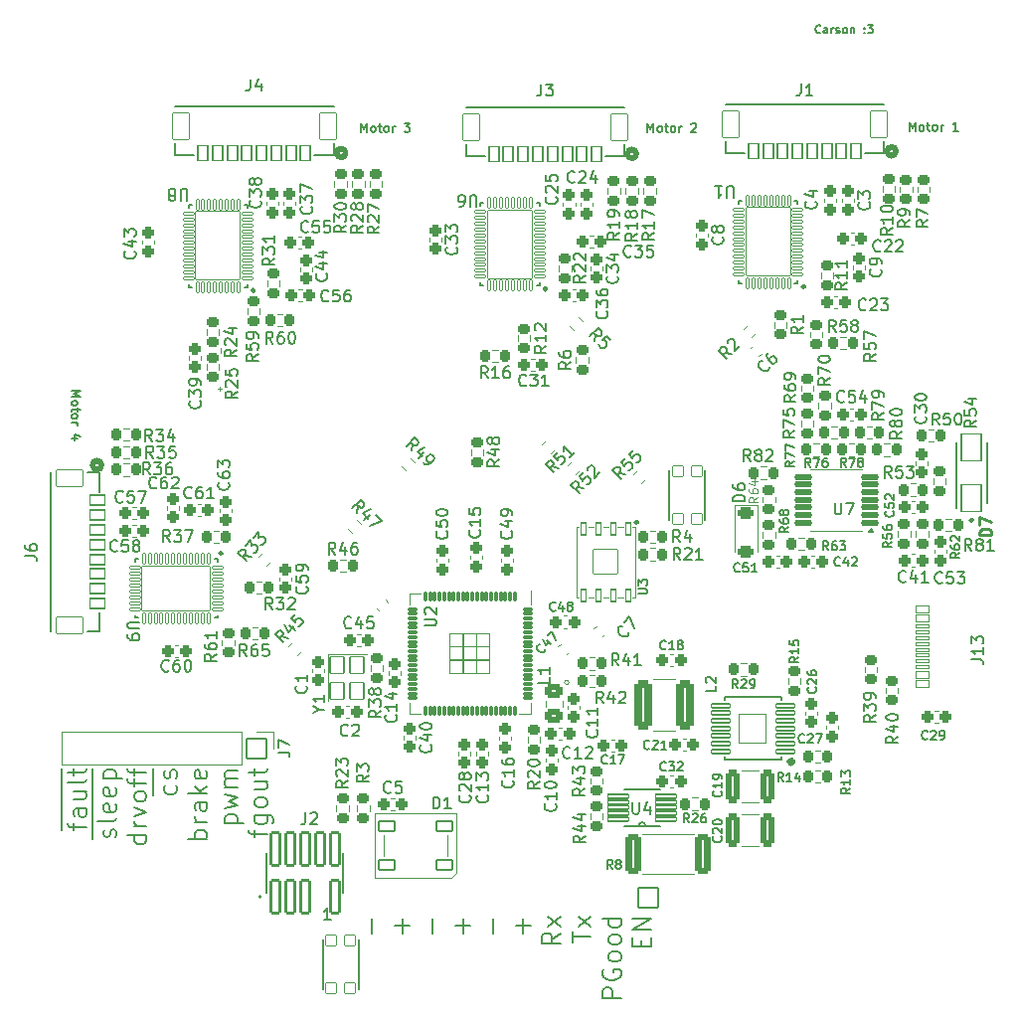
<source format=gto>
%TF.GenerationSoftware,KiCad,Pcbnew,9.0.1*%
%TF.CreationDate,2025-04-07T21:54:30-07:00*%
%TF.ProjectId,motor_board,6d6f746f-725f-4626-9f61-72642e6b6963,1.1*%
%TF.SameCoordinates,Original*%
%TF.FileFunction,Legend,Top*%
%TF.FilePolarity,Positive*%
%FSLAX46Y46*%
G04 Gerber Fmt 4.6, Leading zero omitted, Abs format (unit mm)*
G04 Created by KiCad (PCBNEW 9.0.1) date 2025-04-07 21:54:30*
%MOMM*%
%LPD*%
G01*
G04 APERTURE LIST*
G04 Aperture macros list*
%AMRoundRect*
0 Rectangle with rounded corners*
0 $1 Rounding radius*
0 $2 $3 $4 $5 $6 $7 $8 $9 X,Y pos of 4 corners*
0 Add a 4 corners polygon primitive as box body*
4,1,4,$2,$3,$4,$5,$6,$7,$8,$9,$2,$3,0*
0 Add four circle primitives for the rounded corners*
1,1,$1+$1,$2,$3*
1,1,$1+$1,$4,$5*
1,1,$1+$1,$6,$7*
1,1,$1+$1,$8,$9*
0 Add four rect primitives between the rounded corners*
20,1,$1+$1,$2,$3,$4,$5,0*
20,1,$1+$1,$4,$5,$6,$7,0*
20,1,$1+$1,$6,$7,$8,$9,0*
20,1,$1+$1,$8,$9,$2,$3,0*%
G04 Aperture macros list end*
%ADD10C,0.127000*%
%ADD11C,0.200000*%
%ADD12C,0.100000*%
%ADD13C,0.150000*%
%ADD14C,0.095250*%
%ADD15C,0.154432*%
%ADD16C,0.250000*%
%ADD17C,0.152400*%
%ADD18C,0.381000*%
%ADD19C,0.120000*%
%ADD20C,0.203200*%
%ADD21C,0.508000*%
%ADD22C,0.240278*%
%ADD23RoundRect,0.063500X0.800100X0.152400X-0.800100X0.152400X-0.800100X-0.152400X0.800100X-0.152400X0*%
%ADD24RoundRect,0.063500X1.155000X1.230000X-1.155000X1.230000X-1.155000X-1.230000X1.155000X-1.230000X0*%
%ADD25RoundRect,0.250400X0.250400X0.275400X-0.250400X0.275400X-0.250400X-0.275400X0.250400X-0.275400X0*%
%ADD26RoundRect,0.250400X-0.250400X-0.275400X0.250400X-0.275400X0.250400X0.275400X-0.250400X0.275400X0*%
%ADD27RoundRect,0.225400X0.300400X-0.225400X0.300400X0.225400X-0.300400X0.225400X-0.300400X-0.225400X0*%
%ADD28RoundRect,0.250400X0.275400X-0.250400X0.275400X0.250400X-0.275400X0.250400X-0.275400X-0.250400X0*%
%ADD29C,5.701600*%
%ADD30C,2.000000*%
%ADD31RoundRect,0.225400X0.225400X0.300400X-0.225400X0.300400X-0.225400X-0.300400X0.225400X-0.300400X0*%
%ADD32RoundRect,0.225400X-0.225400X-0.300400X0.225400X-0.300400X0.225400X0.300400X-0.225400X0.300400X0*%
%ADD33RoundRect,0.270735X0.392565X1.455065X-0.392565X1.455065X-0.392565X-1.455065X0.392565X-1.455065X0*%
%ADD34RoundRect,0.355555X0.445245X1.795245X-0.445245X1.795245X-0.445245X-1.795245X0.445245X-1.795245X0*%
%ADD35RoundRect,0.272087X-0.353713X-1.128713X0.353713X-1.128713X0.353713X1.128713X-0.353713X1.128713X0*%
%ADD36RoundRect,0.050800X0.889000X0.165100X-0.889000X0.165100X-0.889000X-0.165100X0.889000X-0.165100X0*%
%ADD37C,0.701600*%
%ADD38RoundRect,0.050800X0.575000X-0.300000X0.575000X0.300000X-0.575000X0.300000X-0.575000X-0.300000X0*%
%ADD39RoundRect,0.050800X0.575000X-0.150000X0.575000X0.150000X-0.575000X0.150000X-0.575000X-0.150000X0*%
%ADD40O,2.201600X1.101600*%
%ADD41O,1.701600X1.101600*%
%ADD42RoundRect,0.250400X0.371797X0.017678X0.017678X0.371797X-0.371797X-0.017678X-0.017678X-0.371797X0*%
%ADD43RoundRect,0.225400X-0.300400X0.225400X-0.300400X-0.225400X0.300400X-0.225400X0.300400X0.225400X0*%
%ADD44RoundRect,0.250400X-0.275400X0.250400X-0.275400X-0.250400X0.275400X-0.250400X0.275400X0.250400X0*%
%ADD45RoundRect,0.050800X-0.121236X-0.453033X0.121236X-0.453033X0.121236X0.453033X-0.121236X0.453033X0*%
%ADD46RoundRect,0.050800X-0.453033X0.121236X-0.453033X-0.121236X0.453033X-0.121236X0.453033X0.121236X0*%
%ADD47C,0.401600*%
%ADD48RoundRect,0.050800X-2.900000X1.900000X-2.900000X-1.900000X2.900000X-1.900000X2.900000X1.900000X0*%
%ADD49RoundRect,0.050800X-0.850000X0.850000X-0.850000X-0.850000X0.850000X-0.850000X0.850000X0.850000X0*%
%ADD50C,1.801600*%
%ADD51RoundRect,0.050800X0.121236X0.453033X-0.121236X0.453033X-0.121236X-0.453033X0.121236X-0.453033X0*%
%ADD52RoundRect,0.050800X1.900000X2.900000X-1.900000X2.900000X-1.900000X-2.900000X1.900000X-2.900000X0*%
%ADD53RoundRect,0.225400X0.053033X-0.371797X0.371797X-0.053033X-0.053033X0.371797X-0.371797X0.053033X0*%
%ADD54RoundRect,0.225400X-0.371797X-0.053033X-0.053033X-0.371797X0.371797X0.053033X0.053033X0.371797X0*%
%ADD55RoundRect,0.225400X-0.053033X0.371797X-0.371797X0.053033X0.053033X-0.371797X0.371797X-0.053033X0*%
%ADD56RoundRect,0.100160X-0.700640X-0.400640X0.700640X-0.400640X0.700640X0.400640X-0.700640X0.400640X0*%
%ADD57RoundRect,0.102000X-0.370000X-1.395000X0.370000X-1.395000X0.370000X1.395000X-0.370000X1.395000X0*%
%ADD58RoundRect,0.272087X-0.478713X0.353713X-0.478713X-0.353713X0.478713X-0.353713X0.478713X0.353713X0*%
%ADD59RoundRect,0.050800X0.450000X-0.450000X0.450000X0.450000X-0.450000X0.450000X-0.450000X-0.450000X0*%
%ADD60RoundRect,0.050800X-0.419100X-0.647700X0.419100X-0.647700X0.419100X0.647700X-0.419100X0.647700X0*%
%ADD61RoundRect,0.050800X-0.698500X-1.130300X0.698500X-1.130300X0.698500X1.130300X-0.698500X1.130300X0*%
%ADD62RoundRect,0.050800X-0.600000X0.700000X-0.600000X-0.700000X0.600000X-0.700000X0.600000X0.700000X0*%
%ADD63RoundRect,0.125400X0.662900X0.125400X-0.662900X0.125400X-0.662900X-0.125400X0.662900X-0.125400X0*%
%ADD64RoundRect,0.063500X-0.225000X0.525000X-0.225000X-0.525000X0.225000X-0.525000X0.225000X0.525000X0*%
%ADD65RoundRect,0.063500X-1.050000X-1.050000X1.050000X-1.050000X1.050000X1.050000X-1.050000X1.050000X0*%
%ADD66RoundRect,0.250400X0.017678X-0.371797X0.371797X-0.017678X-0.017678X0.371797X-0.371797X0.017678X0*%
%ADD67RoundRect,0.050800X-0.450000X0.450000X-0.450000X-0.450000X0.450000X-0.450000X0.450000X0.450000X0*%
%ADD68RoundRect,0.050800X0.850000X1.175000X-0.850000X1.175000X-0.850000X-1.175000X0.850000X-1.175000X0*%
%ADD69RoundRect,0.250400X-0.400400X0.250400X-0.400400X-0.250400X0.400400X-0.250400X0.400400X0.250400X0*%
%ADD70RoundRect,0.080400X-0.080400X-0.360400X0.080400X-0.360400X0.080400X0.360400X-0.080400X0.360400X0*%
%ADD71RoundRect,0.080400X-0.360400X0.080400X-0.360400X-0.080400X0.360400X-0.080400X0.360400X0.080400X0*%
%ADD72RoundRect,0.050800X-0.566666X0.566666X-0.566666X-0.566666X0.566666X-0.566666X0.566666X0.566666X0*%
%ADD73RoundRect,0.050800X0.647700X-0.419100X0.647700X0.419100X-0.647700X0.419100X-0.647700X-0.419100X0*%
%ADD74RoundRect,0.050800X1.130300X-0.698500X1.130300X0.698500X-1.130300X0.698500X-1.130300X-0.698500X0*%
%ADD75RoundRect,0.250400X-0.017678X0.371797X-0.371797X0.017678X0.017678X-0.371797X0.371797X-0.017678X0*%
%ADD76RoundRect,0.050800X0.850000X-0.850000X0.850000X0.850000X-0.850000X0.850000X-0.850000X-0.850000X0*%
G04 APERTURE END LIST*
D10*
X131864980Y-66000141D02*
X131864980Y-65238141D01*
X131864980Y-65238141D02*
X132118980Y-65782427D01*
X132118980Y-65782427D02*
X132372980Y-65238141D01*
X132372980Y-65238141D02*
X132372980Y-66000141D01*
X132844694Y-66000141D02*
X132772123Y-65963856D01*
X132772123Y-65963856D02*
X132735837Y-65927570D01*
X132735837Y-65927570D02*
X132699551Y-65854998D01*
X132699551Y-65854998D02*
X132699551Y-65637284D01*
X132699551Y-65637284D02*
X132735837Y-65564713D01*
X132735837Y-65564713D02*
X132772123Y-65528427D01*
X132772123Y-65528427D02*
X132844694Y-65492141D01*
X132844694Y-65492141D02*
X132953551Y-65492141D01*
X132953551Y-65492141D02*
X133026123Y-65528427D01*
X133026123Y-65528427D02*
X133062409Y-65564713D01*
X133062409Y-65564713D02*
X133098694Y-65637284D01*
X133098694Y-65637284D02*
X133098694Y-65854998D01*
X133098694Y-65854998D02*
X133062409Y-65927570D01*
X133062409Y-65927570D02*
X133026123Y-65963856D01*
X133026123Y-65963856D02*
X132953551Y-66000141D01*
X132953551Y-66000141D02*
X132844694Y-66000141D01*
X133316409Y-65492141D02*
X133606695Y-65492141D01*
X133425266Y-65238141D02*
X133425266Y-65891284D01*
X133425266Y-65891284D02*
X133461552Y-65963856D01*
X133461552Y-65963856D02*
X133534123Y-66000141D01*
X133534123Y-66000141D02*
X133606695Y-66000141D01*
X133969552Y-66000141D02*
X133896981Y-65963856D01*
X133896981Y-65963856D02*
X133860695Y-65927570D01*
X133860695Y-65927570D02*
X133824409Y-65854998D01*
X133824409Y-65854998D02*
X133824409Y-65637284D01*
X133824409Y-65637284D02*
X133860695Y-65564713D01*
X133860695Y-65564713D02*
X133896981Y-65528427D01*
X133896981Y-65528427D02*
X133969552Y-65492141D01*
X133969552Y-65492141D02*
X134078409Y-65492141D01*
X134078409Y-65492141D02*
X134150981Y-65528427D01*
X134150981Y-65528427D02*
X134187267Y-65564713D01*
X134187267Y-65564713D02*
X134223552Y-65637284D01*
X134223552Y-65637284D02*
X134223552Y-65854998D01*
X134223552Y-65854998D02*
X134187267Y-65927570D01*
X134187267Y-65927570D02*
X134150981Y-65963856D01*
X134150981Y-65963856D02*
X134078409Y-66000141D01*
X134078409Y-66000141D02*
X133969552Y-66000141D01*
X134550124Y-66000141D02*
X134550124Y-65492141D01*
X134550124Y-65637284D02*
X134586410Y-65564713D01*
X134586410Y-65564713D02*
X134622696Y-65528427D01*
X134622696Y-65528427D02*
X134695267Y-65492141D01*
X134695267Y-65492141D02*
X134767838Y-65492141D01*
X135529838Y-65238141D02*
X136001552Y-65238141D01*
X136001552Y-65238141D02*
X135747552Y-65528427D01*
X135747552Y-65528427D02*
X135856409Y-65528427D01*
X135856409Y-65528427D02*
X135928981Y-65564713D01*
X135928981Y-65564713D02*
X135965266Y-65600998D01*
X135965266Y-65600998D02*
X136001552Y-65673570D01*
X136001552Y-65673570D02*
X136001552Y-65854998D01*
X136001552Y-65854998D02*
X135965266Y-65927570D01*
X135965266Y-65927570D02*
X135928981Y-65963856D01*
X135928981Y-65963856D02*
X135856409Y-66000141D01*
X135856409Y-66000141D02*
X135638695Y-66000141D01*
X135638695Y-66000141D02*
X135566123Y-65963856D01*
X135566123Y-65963856D02*
X135529838Y-65927570D01*
X170990782Y-57527562D02*
X170957449Y-57560896D01*
X170957449Y-57560896D02*
X170857449Y-57594229D01*
X170857449Y-57594229D02*
X170790782Y-57594229D01*
X170790782Y-57594229D02*
X170690782Y-57560896D01*
X170690782Y-57560896D02*
X170624116Y-57494229D01*
X170624116Y-57494229D02*
X170590782Y-57427562D01*
X170590782Y-57427562D02*
X170557449Y-57294229D01*
X170557449Y-57294229D02*
X170557449Y-57194229D01*
X170557449Y-57194229D02*
X170590782Y-57060896D01*
X170590782Y-57060896D02*
X170624116Y-56994229D01*
X170624116Y-56994229D02*
X170690782Y-56927562D01*
X170690782Y-56927562D02*
X170790782Y-56894229D01*
X170790782Y-56894229D02*
X170857449Y-56894229D01*
X170857449Y-56894229D02*
X170957449Y-56927562D01*
X170957449Y-56927562D02*
X170990782Y-56960896D01*
X171590782Y-57594229D02*
X171590782Y-57227562D01*
X171590782Y-57227562D02*
X171557449Y-57160896D01*
X171557449Y-57160896D02*
X171490782Y-57127562D01*
X171490782Y-57127562D02*
X171357449Y-57127562D01*
X171357449Y-57127562D02*
X171290782Y-57160896D01*
X171590782Y-57560896D02*
X171524116Y-57594229D01*
X171524116Y-57594229D02*
X171357449Y-57594229D01*
X171357449Y-57594229D02*
X171290782Y-57560896D01*
X171290782Y-57560896D02*
X171257449Y-57494229D01*
X171257449Y-57494229D02*
X171257449Y-57427562D01*
X171257449Y-57427562D02*
X171290782Y-57360896D01*
X171290782Y-57360896D02*
X171357449Y-57327562D01*
X171357449Y-57327562D02*
X171524116Y-57327562D01*
X171524116Y-57327562D02*
X171590782Y-57294229D01*
X171924115Y-57594229D02*
X171924115Y-57127562D01*
X171924115Y-57260896D02*
X171957449Y-57194229D01*
X171957449Y-57194229D02*
X171990782Y-57160896D01*
X171990782Y-57160896D02*
X172057449Y-57127562D01*
X172057449Y-57127562D02*
X172124115Y-57127562D01*
X172324115Y-57560896D02*
X172390782Y-57594229D01*
X172390782Y-57594229D02*
X172524115Y-57594229D01*
X172524115Y-57594229D02*
X172590782Y-57560896D01*
X172590782Y-57560896D02*
X172624115Y-57494229D01*
X172624115Y-57494229D02*
X172624115Y-57460896D01*
X172624115Y-57460896D02*
X172590782Y-57394229D01*
X172590782Y-57394229D02*
X172524115Y-57360896D01*
X172524115Y-57360896D02*
X172424115Y-57360896D01*
X172424115Y-57360896D02*
X172357448Y-57327562D01*
X172357448Y-57327562D02*
X172324115Y-57260896D01*
X172324115Y-57260896D02*
X172324115Y-57227562D01*
X172324115Y-57227562D02*
X172357448Y-57160896D01*
X172357448Y-57160896D02*
X172424115Y-57127562D01*
X172424115Y-57127562D02*
X172524115Y-57127562D01*
X172524115Y-57127562D02*
X172590782Y-57160896D01*
X173024115Y-57594229D02*
X172957449Y-57560896D01*
X172957449Y-57560896D02*
X172924115Y-57527562D01*
X172924115Y-57527562D02*
X172890782Y-57460896D01*
X172890782Y-57460896D02*
X172890782Y-57260896D01*
X172890782Y-57260896D02*
X172924115Y-57194229D01*
X172924115Y-57194229D02*
X172957449Y-57160896D01*
X172957449Y-57160896D02*
X173024115Y-57127562D01*
X173024115Y-57127562D02*
X173124115Y-57127562D01*
X173124115Y-57127562D02*
X173190782Y-57160896D01*
X173190782Y-57160896D02*
X173224115Y-57194229D01*
X173224115Y-57194229D02*
X173257449Y-57260896D01*
X173257449Y-57260896D02*
X173257449Y-57460896D01*
X173257449Y-57460896D02*
X173224115Y-57527562D01*
X173224115Y-57527562D02*
X173190782Y-57560896D01*
X173190782Y-57560896D02*
X173124115Y-57594229D01*
X173124115Y-57594229D02*
X173024115Y-57594229D01*
X173557448Y-57127562D02*
X173557448Y-57594229D01*
X173557448Y-57194229D02*
X173590782Y-57160896D01*
X173590782Y-57160896D02*
X173657448Y-57127562D01*
X173657448Y-57127562D02*
X173757448Y-57127562D01*
X173757448Y-57127562D02*
X173824115Y-57160896D01*
X173824115Y-57160896D02*
X173857448Y-57227562D01*
X173857448Y-57227562D02*
X173857448Y-57594229D01*
X174724114Y-57527562D02*
X174757448Y-57560896D01*
X174757448Y-57560896D02*
X174724114Y-57594229D01*
X174724114Y-57594229D02*
X174690781Y-57560896D01*
X174690781Y-57560896D02*
X174724114Y-57527562D01*
X174724114Y-57527562D02*
X174724114Y-57594229D01*
X174724114Y-57160896D02*
X174757448Y-57194229D01*
X174757448Y-57194229D02*
X174724114Y-57227562D01*
X174724114Y-57227562D02*
X174690781Y-57194229D01*
X174690781Y-57194229D02*
X174724114Y-57160896D01*
X174724114Y-57160896D02*
X174724114Y-57227562D01*
X174990781Y-56894229D02*
X175424114Y-56894229D01*
X175424114Y-56894229D02*
X175190781Y-57160896D01*
X175190781Y-57160896D02*
X175290781Y-57160896D01*
X175290781Y-57160896D02*
X175357447Y-57194229D01*
X175357447Y-57194229D02*
X175390781Y-57227562D01*
X175390781Y-57227562D02*
X175424114Y-57294229D01*
X175424114Y-57294229D02*
X175424114Y-57460896D01*
X175424114Y-57460896D02*
X175390781Y-57527562D01*
X175390781Y-57527562D02*
X175357447Y-57560896D01*
X175357447Y-57560896D02*
X175290781Y-57594229D01*
X175290781Y-57594229D02*
X175090781Y-57594229D01*
X175090781Y-57594229D02*
X175024114Y-57560896D01*
X175024114Y-57560896D02*
X174990781Y-57527562D01*
D11*
X107371663Y-125441102D02*
X107371663Y-124831578D01*
X108438330Y-125212530D02*
X107066901Y-125212530D01*
X107066901Y-125212530D02*
X106914520Y-125136340D01*
X106914520Y-125136340D02*
X106838330Y-124983959D01*
X106838330Y-124983959D02*
X106838330Y-124831578D01*
X108438330Y-123612530D02*
X107600235Y-123612530D01*
X107600235Y-123612530D02*
X107447854Y-123688720D01*
X107447854Y-123688720D02*
X107371663Y-123841101D01*
X107371663Y-123841101D02*
X107371663Y-124145863D01*
X107371663Y-124145863D02*
X107447854Y-124298244D01*
X108362140Y-123612530D02*
X108438330Y-123764911D01*
X108438330Y-123764911D02*
X108438330Y-124145863D01*
X108438330Y-124145863D02*
X108362140Y-124298244D01*
X108362140Y-124298244D02*
X108209759Y-124374435D01*
X108209759Y-124374435D02*
X108057378Y-124374435D01*
X108057378Y-124374435D02*
X107904997Y-124298244D01*
X107904997Y-124298244D02*
X107828806Y-124145863D01*
X107828806Y-124145863D02*
X107828806Y-123764911D01*
X107828806Y-123764911D02*
X107752616Y-123612530D01*
X107371663Y-122164911D02*
X108438330Y-122164911D01*
X107371663Y-122850625D02*
X108209759Y-122850625D01*
X108209759Y-122850625D02*
X108362140Y-122774435D01*
X108362140Y-122774435D02*
X108438330Y-122622054D01*
X108438330Y-122622054D02*
X108438330Y-122393482D01*
X108438330Y-122393482D02*
X108362140Y-122241101D01*
X108362140Y-122241101D02*
X108285949Y-122164911D01*
X108438330Y-121174435D02*
X108362140Y-121326816D01*
X108362140Y-121326816D02*
X108209759Y-121403006D01*
X108209759Y-121403006D02*
X106838330Y-121403006D01*
X107371663Y-120793483D02*
X107371663Y-120183959D01*
X106838330Y-120564911D02*
X108209759Y-120564911D01*
X108209759Y-120564911D02*
X108362140Y-120488721D01*
X108362140Y-120488721D02*
X108438330Y-120336340D01*
X108438330Y-120336340D02*
X108438330Y-120183959D01*
X106394140Y-125433483D02*
X106394140Y-120191578D01*
X110938050Y-126050626D02*
X111014240Y-125898245D01*
X111014240Y-125898245D02*
X111014240Y-125593483D01*
X111014240Y-125593483D02*
X110938050Y-125441102D01*
X110938050Y-125441102D02*
X110785669Y-125364911D01*
X110785669Y-125364911D02*
X110709478Y-125364911D01*
X110709478Y-125364911D02*
X110557097Y-125441102D01*
X110557097Y-125441102D02*
X110480907Y-125593483D01*
X110480907Y-125593483D02*
X110480907Y-125822054D01*
X110480907Y-125822054D02*
X110404716Y-125974435D01*
X110404716Y-125974435D02*
X110252335Y-126050626D01*
X110252335Y-126050626D02*
X110176145Y-126050626D01*
X110176145Y-126050626D02*
X110023764Y-125974435D01*
X110023764Y-125974435D02*
X109947573Y-125822054D01*
X109947573Y-125822054D02*
X109947573Y-125593483D01*
X109947573Y-125593483D02*
X110023764Y-125441102D01*
X111014240Y-124450626D02*
X110938050Y-124603007D01*
X110938050Y-124603007D02*
X110785669Y-124679197D01*
X110785669Y-124679197D02*
X109414240Y-124679197D01*
X110938050Y-123231578D02*
X111014240Y-123383959D01*
X111014240Y-123383959D02*
X111014240Y-123688721D01*
X111014240Y-123688721D02*
X110938050Y-123841102D01*
X110938050Y-123841102D02*
X110785669Y-123917293D01*
X110785669Y-123917293D02*
X110176145Y-123917293D01*
X110176145Y-123917293D02*
X110023764Y-123841102D01*
X110023764Y-123841102D02*
X109947573Y-123688721D01*
X109947573Y-123688721D02*
X109947573Y-123383959D01*
X109947573Y-123383959D02*
X110023764Y-123231578D01*
X110023764Y-123231578D02*
X110176145Y-123155388D01*
X110176145Y-123155388D02*
X110328526Y-123155388D01*
X110328526Y-123155388D02*
X110480907Y-123917293D01*
X110938050Y-121860149D02*
X111014240Y-122012530D01*
X111014240Y-122012530D02*
X111014240Y-122317292D01*
X111014240Y-122317292D02*
X110938050Y-122469673D01*
X110938050Y-122469673D02*
X110785669Y-122545864D01*
X110785669Y-122545864D02*
X110176145Y-122545864D01*
X110176145Y-122545864D02*
X110023764Y-122469673D01*
X110023764Y-122469673D02*
X109947573Y-122317292D01*
X109947573Y-122317292D02*
X109947573Y-122012530D01*
X109947573Y-122012530D02*
X110023764Y-121860149D01*
X110023764Y-121860149D02*
X110176145Y-121783959D01*
X110176145Y-121783959D02*
X110328526Y-121783959D01*
X110328526Y-121783959D02*
X110480907Y-122545864D01*
X109947573Y-121098244D02*
X111547573Y-121098244D01*
X110023764Y-121098244D02*
X109947573Y-120945863D01*
X109947573Y-120945863D02*
X109947573Y-120641101D01*
X109947573Y-120641101D02*
X110023764Y-120488720D01*
X110023764Y-120488720D02*
X110099954Y-120412530D01*
X110099954Y-120412530D02*
X110252335Y-120336339D01*
X110252335Y-120336339D02*
X110709478Y-120336339D01*
X110709478Y-120336339D02*
X110861859Y-120412530D01*
X110861859Y-120412530D02*
X110938050Y-120488720D01*
X110938050Y-120488720D02*
X111014240Y-120641101D01*
X111014240Y-120641101D02*
X111014240Y-120945863D01*
X111014240Y-120945863D02*
X110938050Y-121098244D01*
X108970050Y-126195388D02*
X108970050Y-120191578D01*
X113590150Y-125898245D02*
X111990150Y-125898245D01*
X113513960Y-125898245D02*
X113590150Y-126050626D01*
X113590150Y-126050626D02*
X113590150Y-126355388D01*
X113590150Y-126355388D02*
X113513960Y-126507769D01*
X113513960Y-126507769D02*
X113437769Y-126583959D01*
X113437769Y-126583959D02*
X113285388Y-126660150D01*
X113285388Y-126660150D02*
X112828245Y-126660150D01*
X112828245Y-126660150D02*
X112675864Y-126583959D01*
X112675864Y-126583959D02*
X112599674Y-126507769D01*
X112599674Y-126507769D02*
X112523483Y-126355388D01*
X112523483Y-126355388D02*
X112523483Y-126050626D01*
X112523483Y-126050626D02*
X112599674Y-125898245D01*
X113590150Y-125136340D02*
X112523483Y-125136340D01*
X112828245Y-125136340D02*
X112675864Y-125060150D01*
X112675864Y-125060150D02*
X112599674Y-124983959D01*
X112599674Y-124983959D02*
X112523483Y-124831578D01*
X112523483Y-124831578D02*
X112523483Y-124679197D01*
X112523483Y-124298245D02*
X113590150Y-123917293D01*
X113590150Y-123917293D02*
X112523483Y-123536340D01*
X113590150Y-122698245D02*
X113513960Y-122850626D01*
X113513960Y-122850626D02*
X113437769Y-122926816D01*
X113437769Y-122926816D02*
X113285388Y-123003007D01*
X113285388Y-123003007D02*
X112828245Y-123003007D01*
X112828245Y-123003007D02*
X112675864Y-122926816D01*
X112675864Y-122926816D02*
X112599674Y-122850626D01*
X112599674Y-122850626D02*
X112523483Y-122698245D01*
X112523483Y-122698245D02*
X112523483Y-122469673D01*
X112523483Y-122469673D02*
X112599674Y-122317292D01*
X112599674Y-122317292D02*
X112675864Y-122241102D01*
X112675864Y-122241102D02*
X112828245Y-122164911D01*
X112828245Y-122164911D02*
X113285388Y-122164911D01*
X113285388Y-122164911D02*
X113437769Y-122241102D01*
X113437769Y-122241102D02*
X113513960Y-122317292D01*
X113513960Y-122317292D02*
X113590150Y-122469673D01*
X113590150Y-122469673D02*
X113590150Y-122698245D01*
X112523483Y-121707769D02*
X112523483Y-121098245D01*
X113590150Y-121479197D02*
X112218721Y-121479197D01*
X112218721Y-121479197D02*
X112066340Y-121403007D01*
X112066340Y-121403007D02*
X111990150Y-121250626D01*
X111990150Y-121250626D02*
X111990150Y-121098245D01*
X112523483Y-120793483D02*
X112523483Y-120183959D01*
X113590150Y-120564911D02*
X112218721Y-120564911D01*
X112218721Y-120564911D02*
X112066340Y-120488721D01*
X112066340Y-120488721D02*
X111990150Y-120336340D01*
X111990150Y-120336340D02*
X111990150Y-120183959D01*
X116089870Y-121631578D02*
X116166060Y-121783959D01*
X116166060Y-121783959D02*
X116166060Y-122088721D01*
X116166060Y-122088721D02*
X116089870Y-122241102D01*
X116089870Y-122241102D02*
X116013679Y-122317292D01*
X116013679Y-122317292D02*
X115861298Y-122393483D01*
X115861298Y-122393483D02*
X115404155Y-122393483D01*
X115404155Y-122393483D02*
X115251774Y-122317292D01*
X115251774Y-122317292D02*
X115175584Y-122241102D01*
X115175584Y-122241102D02*
X115099393Y-122088721D01*
X115099393Y-122088721D02*
X115099393Y-121783959D01*
X115099393Y-121783959D02*
X115175584Y-121631578D01*
X116089870Y-121022054D02*
X116166060Y-120869673D01*
X116166060Y-120869673D02*
X116166060Y-120564911D01*
X116166060Y-120564911D02*
X116089870Y-120412530D01*
X116089870Y-120412530D02*
X115937489Y-120336339D01*
X115937489Y-120336339D02*
X115861298Y-120336339D01*
X115861298Y-120336339D02*
X115708917Y-120412530D01*
X115708917Y-120412530D02*
X115632727Y-120564911D01*
X115632727Y-120564911D02*
X115632727Y-120793482D01*
X115632727Y-120793482D02*
X115556536Y-120945863D01*
X115556536Y-120945863D02*
X115404155Y-121022054D01*
X115404155Y-121022054D02*
X115327965Y-121022054D01*
X115327965Y-121022054D02*
X115175584Y-120945863D01*
X115175584Y-120945863D02*
X115099393Y-120793482D01*
X115099393Y-120793482D02*
X115099393Y-120564911D01*
X115099393Y-120564911D02*
X115175584Y-120412530D01*
X114121870Y-122538245D02*
X114121870Y-120191578D01*
X118741970Y-126203006D02*
X117141970Y-126203006D01*
X117751494Y-126203006D02*
X117675303Y-126050625D01*
X117675303Y-126050625D02*
X117675303Y-125745863D01*
X117675303Y-125745863D02*
X117751494Y-125593482D01*
X117751494Y-125593482D02*
X117827684Y-125517292D01*
X117827684Y-125517292D02*
X117980065Y-125441101D01*
X117980065Y-125441101D02*
X118437208Y-125441101D01*
X118437208Y-125441101D02*
X118589589Y-125517292D01*
X118589589Y-125517292D02*
X118665780Y-125593482D01*
X118665780Y-125593482D02*
X118741970Y-125745863D01*
X118741970Y-125745863D02*
X118741970Y-126050625D01*
X118741970Y-126050625D02*
X118665780Y-126203006D01*
X118741970Y-124755387D02*
X117675303Y-124755387D01*
X117980065Y-124755387D02*
X117827684Y-124679197D01*
X117827684Y-124679197D02*
X117751494Y-124603006D01*
X117751494Y-124603006D02*
X117675303Y-124450625D01*
X117675303Y-124450625D02*
X117675303Y-124298244D01*
X118741970Y-123079197D02*
X117903875Y-123079197D01*
X117903875Y-123079197D02*
X117751494Y-123155387D01*
X117751494Y-123155387D02*
X117675303Y-123307768D01*
X117675303Y-123307768D02*
X117675303Y-123612530D01*
X117675303Y-123612530D02*
X117751494Y-123764911D01*
X118665780Y-123079197D02*
X118741970Y-123231578D01*
X118741970Y-123231578D02*
X118741970Y-123612530D01*
X118741970Y-123612530D02*
X118665780Y-123764911D01*
X118665780Y-123764911D02*
X118513399Y-123841102D01*
X118513399Y-123841102D02*
X118361018Y-123841102D01*
X118361018Y-123841102D02*
X118208637Y-123764911D01*
X118208637Y-123764911D02*
X118132446Y-123612530D01*
X118132446Y-123612530D02*
X118132446Y-123231578D01*
X118132446Y-123231578D02*
X118056256Y-123079197D01*
X118741970Y-122317292D02*
X117141970Y-122317292D01*
X118132446Y-122164911D02*
X118741970Y-121707768D01*
X117675303Y-121707768D02*
X118284827Y-122317292D01*
X118665780Y-120412530D02*
X118741970Y-120564911D01*
X118741970Y-120564911D02*
X118741970Y-120869673D01*
X118741970Y-120869673D02*
X118665780Y-121022054D01*
X118665780Y-121022054D02*
X118513399Y-121098245D01*
X118513399Y-121098245D02*
X117903875Y-121098245D01*
X117903875Y-121098245D02*
X117751494Y-121022054D01*
X117751494Y-121022054D02*
X117675303Y-120869673D01*
X117675303Y-120869673D02*
X117675303Y-120564911D01*
X117675303Y-120564911D02*
X117751494Y-120412530D01*
X117751494Y-120412530D02*
X117903875Y-120336340D01*
X117903875Y-120336340D02*
X118056256Y-120336340D01*
X118056256Y-120336340D02*
X118208637Y-121098245D01*
X120251213Y-124907767D02*
X121851213Y-124907767D01*
X120327404Y-124907767D02*
X120251213Y-124755386D01*
X120251213Y-124755386D02*
X120251213Y-124450624D01*
X120251213Y-124450624D02*
X120327404Y-124298243D01*
X120327404Y-124298243D02*
X120403594Y-124222053D01*
X120403594Y-124222053D02*
X120555975Y-124145862D01*
X120555975Y-124145862D02*
X121013118Y-124145862D01*
X121013118Y-124145862D02*
X121165499Y-124222053D01*
X121165499Y-124222053D02*
X121241690Y-124298243D01*
X121241690Y-124298243D02*
X121317880Y-124450624D01*
X121317880Y-124450624D02*
X121317880Y-124755386D01*
X121317880Y-124755386D02*
X121241690Y-124907767D01*
X120251213Y-123612529D02*
X121317880Y-123307767D01*
X121317880Y-123307767D02*
X120555975Y-123003005D01*
X120555975Y-123003005D02*
X121317880Y-122698243D01*
X121317880Y-122698243D02*
X120251213Y-122393481D01*
X121317880Y-121783958D02*
X120251213Y-121783958D01*
X120403594Y-121783958D02*
X120327404Y-121707768D01*
X120327404Y-121707768D02*
X120251213Y-121555387D01*
X120251213Y-121555387D02*
X120251213Y-121326815D01*
X120251213Y-121326815D02*
X120327404Y-121174434D01*
X120327404Y-121174434D02*
X120479785Y-121098244D01*
X120479785Y-121098244D02*
X121317880Y-121098244D01*
X120479785Y-121098244D02*
X120327404Y-121022053D01*
X120327404Y-121022053D02*
X120251213Y-120869672D01*
X120251213Y-120869672D02*
X120251213Y-120641101D01*
X120251213Y-120641101D02*
X120327404Y-120488720D01*
X120327404Y-120488720D02*
X120479785Y-120412530D01*
X120479785Y-120412530D02*
X121317880Y-120412530D01*
X122827123Y-126050626D02*
X122827123Y-125441102D01*
X123893790Y-125822054D02*
X122522361Y-125822054D01*
X122522361Y-125822054D02*
X122369980Y-125745864D01*
X122369980Y-125745864D02*
X122293790Y-125593483D01*
X122293790Y-125593483D02*
X122293790Y-125441102D01*
X122827123Y-124222054D02*
X124122361Y-124222054D01*
X124122361Y-124222054D02*
X124274742Y-124298244D01*
X124274742Y-124298244D02*
X124350933Y-124374435D01*
X124350933Y-124374435D02*
X124427123Y-124526816D01*
X124427123Y-124526816D02*
X124427123Y-124755387D01*
X124427123Y-124755387D02*
X124350933Y-124907768D01*
X123817600Y-124222054D02*
X123893790Y-124374435D01*
X123893790Y-124374435D02*
X123893790Y-124679197D01*
X123893790Y-124679197D02*
X123817600Y-124831578D01*
X123817600Y-124831578D02*
X123741409Y-124907768D01*
X123741409Y-124907768D02*
X123589028Y-124983959D01*
X123589028Y-124983959D02*
X123131885Y-124983959D01*
X123131885Y-124983959D02*
X122979504Y-124907768D01*
X122979504Y-124907768D02*
X122903314Y-124831578D01*
X122903314Y-124831578D02*
X122827123Y-124679197D01*
X122827123Y-124679197D02*
X122827123Y-124374435D01*
X122827123Y-124374435D02*
X122903314Y-124222054D01*
X123893790Y-123231578D02*
X123817600Y-123383959D01*
X123817600Y-123383959D02*
X123741409Y-123460149D01*
X123741409Y-123460149D02*
X123589028Y-123536340D01*
X123589028Y-123536340D02*
X123131885Y-123536340D01*
X123131885Y-123536340D02*
X122979504Y-123460149D01*
X122979504Y-123460149D02*
X122903314Y-123383959D01*
X122903314Y-123383959D02*
X122827123Y-123231578D01*
X122827123Y-123231578D02*
X122827123Y-123003006D01*
X122827123Y-123003006D02*
X122903314Y-122850625D01*
X122903314Y-122850625D02*
X122979504Y-122774435D01*
X122979504Y-122774435D02*
X123131885Y-122698244D01*
X123131885Y-122698244D02*
X123589028Y-122698244D01*
X123589028Y-122698244D02*
X123741409Y-122774435D01*
X123741409Y-122774435D02*
X123817600Y-122850625D01*
X123817600Y-122850625D02*
X123893790Y-123003006D01*
X123893790Y-123003006D02*
X123893790Y-123231578D01*
X122827123Y-121326816D02*
X123893790Y-121326816D01*
X122827123Y-122012530D02*
X123665219Y-122012530D01*
X123665219Y-122012530D02*
X123817600Y-121936340D01*
X123817600Y-121936340D02*
X123893790Y-121783959D01*
X123893790Y-121783959D02*
X123893790Y-121555387D01*
X123893790Y-121555387D02*
X123817600Y-121403006D01*
X123817600Y-121403006D02*
X123741409Y-121326816D01*
X122827123Y-120793483D02*
X122827123Y-120183959D01*
X122293790Y-120564911D02*
X123665219Y-120564911D01*
X123665219Y-120564911D02*
X123817600Y-120488721D01*
X123817600Y-120488721D02*
X123893790Y-120336340D01*
X123893790Y-120336340D02*
X123893790Y-120183959D01*
D12*
X119843133Y-88065789D02*
X119843133Y-87684837D01*
X120033609Y-87875313D02*
X119652657Y-87875313D01*
D10*
X156264980Y-66000141D02*
X156264980Y-65238141D01*
X156264980Y-65238141D02*
X156518980Y-65782427D01*
X156518980Y-65782427D02*
X156772980Y-65238141D01*
X156772980Y-65238141D02*
X156772980Y-66000141D01*
X157244694Y-66000141D02*
X157172123Y-65963856D01*
X157172123Y-65963856D02*
X157135837Y-65927570D01*
X157135837Y-65927570D02*
X157099551Y-65854998D01*
X157099551Y-65854998D02*
X157099551Y-65637284D01*
X157099551Y-65637284D02*
X157135837Y-65564713D01*
X157135837Y-65564713D02*
X157172123Y-65528427D01*
X157172123Y-65528427D02*
X157244694Y-65492141D01*
X157244694Y-65492141D02*
X157353551Y-65492141D01*
X157353551Y-65492141D02*
X157426123Y-65528427D01*
X157426123Y-65528427D02*
X157462409Y-65564713D01*
X157462409Y-65564713D02*
X157498694Y-65637284D01*
X157498694Y-65637284D02*
X157498694Y-65854998D01*
X157498694Y-65854998D02*
X157462409Y-65927570D01*
X157462409Y-65927570D02*
X157426123Y-65963856D01*
X157426123Y-65963856D02*
X157353551Y-66000141D01*
X157353551Y-66000141D02*
X157244694Y-66000141D01*
X157716409Y-65492141D02*
X158006695Y-65492141D01*
X157825266Y-65238141D02*
X157825266Y-65891284D01*
X157825266Y-65891284D02*
X157861552Y-65963856D01*
X157861552Y-65963856D02*
X157934123Y-66000141D01*
X157934123Y-66000141D02*
X158006695Y-66000141D01*
X158369552Y-66000141D02*
X158296981Y-65963856D01*
X158296981Y-65963856D02*
X158260695Y-65927570D01*
X158260695Y-65927570D02*
X158224409Y-65854998D01*
X158224409Y-65854998D02*
X158224409Y-65637284D01*
X158224409Y-65637284D02*
X158260695Y-65564713D01*
X158260695Y-65564713D02*
X158296981Y-65528427D01*
X158296981Y-65528427D02*
X158369552Y-65492141D01*
X158369552Y-65492141D02*
X158478409Y-65492141D01*
X158478409Y-65492141D02*
X158550981Y-65528427D01*
X158550981Y-65528427D02*
X158587267Y-65564713D01*
X158587267Y-65564713D02*
X158623552Y-65637284D01*
X158623552Y-65637284D02*
X158623552Y-65854998D01*
X158623552Y-65854998D02*
X158587267Y-65927570D01*
X158587267Y-65927570D02*
X158550981Y-65963856D01*
X158550981Y-65963856D02*
X158478409Y-66000141D01*
X158478409Y-66000141D02*
X158369552Y-66000141D01*
X158950124Y-66000141D02*
X158950124Y-65492141D01*
X158950124Y-65637284D02*
X158986410Y-65564713D01*
X158986410Y-65564713D02*
X159022696Y-65528427D01*
X159022696Y-65528427D02*
X159095267Y-65492141D01*
X159095267Y-65492141D02*
X159167838Y-65492141D01*
X159966123Y-65310713D02*
X160002409Y-65274427D01*
X160002409Y-65274427D02*
X160074981Y-65238141D01*
X160074981Y-65238141D02*
X160256409Y-65238141D01*
X160256409Y-65238141D02*
X160328981Y-65274427D01*
X160328981Y-65274427D02*
X160365266Y-65310713D01*
X160365266Y-65310713D02*
X160401552Y-65383284D01*
X160401552Y-65383284D02*
X160401552Y-65455856D01*
X160401552Y-65455856D02*
X160365266Y-65564713D01*
X160365266Y-65564713D02*
X159929838Y-66000141D01*
X159929838Y-66000141D02*
X160401552Y-66000141D01*
X107199858Y-88064980D02*
X107961858Y-88064980D01*
X107961858Y-88064980D02*
X107417572Y-88318980D01*
X107417572Y-88318980D02*
X107961858Y-88572980D01*
X107961858Y-88572980D02*
X107199858Y-88572980D01*
X107199858Y-89044694D02*
X107236144Y-88972123D01*
X107236144Y-88972123D02*
X107272429Y-88935837D01*
X107272429Y-88935837D02*
X107345001Y-88899551D01*
X107345001Y-88899551D02*
X107562715Y-88899551D01*
X107562715Y-88899551D02*
X107635286Y-88935837D01*
X107635286Y-88935837D02*
X107671572Y-88972123D01*
X107671572Y-88972123D02*
X107707858Y-89044694D01*
X107707858Y-89044694D02*
X107707858Y-89153551D01*
X107707858Y-89153551D02*
X107671572Y-89226123D01*
X107671572Y-89226123D02*
X107635286Y-89262409D01*
X107635286Y-89262409D02*
X107562715Y-89298694D01*
X107562715Y-89298694D02*
X107345001Y-89298694D01*
X107345001Y-89298694D02*
X107272429Y-89262409D01*
X107272429Y-89262409D02*
X107236144Y-89226123D01*
X107236144Y-89226123D02*
X107199858Y-89153551D01*
X107199858Y-89153551D02*
X107199858Y-89044694D01*
X107707858Y-89516409D02*
X107707858Y-89806695D01*
X107961858Y-89625266D02*
X107308715Y-89625266D01*
X107308715Y-89625266D02*
X107236144Y-89661552D01*
X107236144Y-89661552D02*
X107199858Y-89734123D01*
X107199858Y-89734123D02*
X107199858Y-89806695D01*
X107199858Y-90169552D02*
X107236144Y-90096981D01*
X107236144Y-90096981D02*
X107272429Y-90060695D01*
X107272429Y-90060695D02*
X107345001Y-90024409D01*
X107345001Y-90024409D02*
X107562715Y-90024409D01*
X107562715Y-90024409D02*
X107635286Y-90060695D01*
X107635286Y-90060695D02*
X107671572Y-90096981D01*
X107671572Y-90096981D02*
X107707858Y-90169552D01*
X107707858Y-90169552D02*
X107707858Y-90278409D01*
X107707858Y-90278409D02*
X107671572Y-90350981D01*
X107671572Y-90350981D02*
X107635286Y-90387267D01*
X107635286Y-90387267D02*
X107562715Y-90423552D01*
X107562715Y-90423552D02*
X107345001Y-90423552D01*
X107345001Y-90423552D02*
X107272429Y-90387267D01*
X107272429Y-90387267D02*
X107236144Y-90350981D01*
X107236144Y-90350981D02*
X107199858Y-90278409D01*
X107199858Y-90278409D02*
X107199858Y-90169552D01*
X107199858Y-90750124D02*
X107707858Y-90750124D01*
X107562715Y-90750124D02*
X107635286Y-90786410D01*
X107635286Y-90786410D02*
X107671572Y-90822696D01*
X107671572Y-90822696D02*
X107707858Y-90895267D01*
X107707858Y-90895267D02*
X107707858Y-90967838D01*
X107707858Y-92128981D02*
X107199858Y-92128981D01*
X107998144Y-91947552D02*
X107453858Y-91766123D01*
X107453858Y-91766123D02*
X107453858Y-92237838D01*
X178564980Y-65900141D02*
X178564980Y-65138141D01*
X178564980Y-65138141D02*
X178818980Y-65682427D01*
X178818980Y-65682427D02*
X179072980Y-65138141D01*
X179072980Y-65138141D02*
X179072980Y-65900141D01*
X179544694Y-65900141D02*
X179472123Y-65863856D01*
X179472123Y-65863856D02*
X179435837Y-65827570D01*
X179435837Y-65827570D02*
X179399551Y-65754998D01*
X179399551Y-65754998D02*
X179399551Y-65537284D01*
X179399551Y-65537284D02*
X179435837Y-65464713D01*
X179435837Y-65464713D02*
X179472123Y-65428427D01*
X179472123Y-65428427D02*
X179544694Y-65392141D01*
X179544694Y-65392141D02*
X179653551Y-65392141D01*
X179653551Y-65392141D02*
X179726123Y-65428427D01*
X179726123Y-65428427D02*
X179762409Y-65464713D01*
X179762409Y-65464713D02*
X179798694Y-65537284D01*
X179798694Y-65537284D02*
X179798694Y-65754998D01*
X179798694Y-65754998D02*
X179762409Y-65827570D01*
X179762409Y-65827570D02*
X179726123Y-65863856D01*
X179726123Y-65863856D02*
X179653551Y-65900141D01*
X179653551Y-65900141D02*
X179544694Y-65900141D01*
X180016409Y-65392141D02*
X180306695Y-65392141D01*
X180125266Y-65138141D02*
X180125266Y-65791284D01*
X180125266Y-65791284D02*
X180161552Y-65863856D01*
X180161552Y-65863856D02*
X180234123Y-65900141D01*
X180234123Y-65900141D02*
X180306695Y-65900141D01*
X180669552Y-65900141D02*
X180596981Y-65863856D01*
X180596981Y-65863856D02*
X180560695Y-65827570D01*
X180560695Y-65827570D02*
X180524409Y-65754998D01*
X180524409Y-65754998D02*
X180524409Y-65537284D01*
X180524409Y-65537284D02*
X180560695Y-65464713D01*
X180560695Y-65464713D02*
X180596981Y-65428427D01*
X180596981Y-65428427D02*
X180669552Y-65392141D01*
X180669552Y-65392141D02*
X180778409Y-65392141D01*
X180778409Y-65392141D02*
X180850981Y-65428427D01*
X180850981Y-65428427D02*
X180887267Y-65464713D01*
X180887267Y-65464713D02*
X180923552Y-65537284D01*
X180923552Y-65537284D02*
X180923552Y-65754998D01*
X180923552Y-65754998D02*
X180887267Y-65827570D01*
X180887267Y-65827570D02*
X180850981Y-65863856D01*
X180850981Y-65863856D02*
X180778409Y-65900141D01*
X180778409Y-65900141D02*
X180669552Y-65900141D01*
X181250124Y-65900141D02*
X181250124Y-65392141D01*
X181250124Y-65537284D02*
X181286410Y-65464713D01*
X181286410Y-65464713D02*
X181322696Y-65428427D01*
X181322696Y-65428427D02*
X181395267Y-65392141D01*
X181395267Y-65392141D02*
X181467838Y-65392141D01*
X182701552Y-65900141D02*
X182266123Y-65900141D01*
X182483838Y-65900141D02*
X182483838Y-65138141D01*
X182483838Y-65138141D02*
X182411266Y-65246998D01*
X182411266Y-65246998D02*
X182338695Y-65319570D01*
X182338695Y-65319570D02*
X182266123Y-65355856D01*
D11*
X132801076Y-134231577D02*
X132801076Y-133012530D01*
X135376986Y-134231577D02*
X135376986Y-133012530D01*
X135986510Y-133622053D02*
X134767462Y-133622053D01*
X137952896Y-134231577D02*
X137952896Y-133012530D01*
X140528806Y-134231577D02*
X140528806Y-133012530D01*
X141138330Y-133622053D02*
X139919282Y-133622053D01*
X143104716Y-134231577D02*
X143104716Y-133012530D01*
X145680626Y-134231577D02*
X145680626Y-133012530D01*
X146290150Y-133622053D02*
X145071102Y-133622053D01*
X148866060Y-134231577D02*
X148104155Y-134764911D01*
X148866060Y-135145863D02*
X147266060Y-135145863D01*
X147266060Y-135145863D02*
X147266060Y-134536339D01*
X147266060Y-134536339D02*
X147342250Y-134383958D01*
X147342250Y-134383958D02*
X147418441Y-134307768D01*
X147418441Y-134307768D02*
X147570822Y-134231577D01*
X147570822Y-134231577D02*
X147799393Y-134231577D01*
X147799393Y-134231577D02*
X147951774Y-134307768D01*
X147951774Y-134307768D02*
X148027965Y-134383958D01*
X148027965Y-134383958D02*
X148104155Y-134536339D01*
X148104155Y-134536339D02*
X148104155Y-135145863D01*
X148866060Y-133698244D02*
X147799393Y-132860149D01*
X147799393Y-133698244D02*
X148866060Y-132860149D01*
X149841970Y-134993483D02*
X149841970Y-134079197D01*
X151441970Y-134536340D02*
X149841970Y-134536340D01*
X151441970Y-133698244D02*
X150375303Y-132860149D01*
X150375303Y-133698244D02*
X151441970Y-132860149D01*
X154017880Y-139793482D02*
X152417880Y-139793482D01*
X152417880Y-139793482D02*
X152417880Y-139183958D01*
X152417880Y-139183958D02*
X152494070Y-139031577D01*
X152494070Y-139031577D02*
X152570261Y-138955387D01*
X152570261Y-138955387D02*
X152722642Y-138879196D01*
X152722642Y-138879196D02*
X152951213Y-138879196D01*
X152951213Y-138879196D02*
X153103594Y-138955387D01*
X153103594Y-138955387D02*
X153179785Y-139031577D01*
X153179785Y-139031577D02*
X153255975Y-139183958D01*
X153255975Y-139183958D02*
X153255975Y-139793482D01*
X152494070Y-137355387D02*
X152417880Y-137507768D01*
X152417880Y-137507768D02*
X152417880Y-137736339D01*
X152417880Y-137736339D02*
X152494070Y-137964911D01*
X152494070Y-137964911D02*
X152646451Y-138117292D01*
X152646451Y-138117292D02*
X152798832Y-138193482D01*
X152798832Y-138193482D02*
X153103594Y-138269673D01*
X153103594Y-138269673D02*
X153332166Y-138269673D01*
X153332166Y-138269673D02*
X153636928Y-138193482D01*
X153636928Y-138193482D02*
X153789309Y-138117292D01*
X153789309Y-138117292D02*
X153941690Y-137964911D01*
X153941690Y-137964911D02*
X154017880Y-137736339D01*
X154017880Y-137736339D02*
X154017880Y-137583958D01*
X154017880Y-137583958D02*
X153941690Y-137355387D01*
X153941690Y-137355387D02*
X153865499Y-137279196D01*
X153865499Y-137279196D02*
X153332166Y-137279196D01*
X153332166Y-137279196D02*
X153332166Y-137583958D01*
X154017880Y-136364911D02*
X153941690Y-136517292D01*
X153941690Y-136517292D02*
X153865499Y-136593482D01*
X153865499Y-136593482D02*
X153713118Y-136669673D01*
X153713118Y-136669673D02*
X153255975Y-136669673D01*
X153255975Y-136669673D02*
X153103594Y-136593482D01*
X153103594Y-136593482D02*
X153027404Y-136517292D01*
X153027404Y-136517292D02*
X152951213Y-136364911D01*
X152951213Y-136364911D02*
X152951213Y-136136339D01*
X152951213Y-136136339D02*
X153027404Y-135983958D01*
X153027404Y-135983958D02*
X153103594Y-135907768D01*
X153103594Y-135907768D02*
X153255975Y-135831577D01*
X153255975Y-135831577D02*
X153713118Y-135831577D01*
X153713118Y-135831577D02*
X153865499Y-135907768D01*
X153865499Y-135907768D02*
X153941690Y-135983958D01*
X153941690Y-135983958D02*
X154017880Y-136136339D01*
X154017880Y-136136339D02*
X154017880Y-136364911D01*
X154017880Y-134917292D02*
X153941690Y-135069673D01*
X153941690Y-135069673D02*
X153865499Y-135145863D01*
X153865499Y-135145863D02*
X153713118Y-135222054D01*
X153713118Y-135222054D02*
X153255975Y-135222054D01*
X153255975Y-135222054D02*
X153103594Y-135145863D01*
X153103594Y-135145863D02*
X153027404Y-135069673D01*
X153027404Y-135069673D02*
X152951213Y-134917292D01*
X152951213Y-134917292D02*
X152951213Y-134688720D01*
X152951213Y-134688720D02*
X153027404Y-134536339D01*
X153027404Y-134536339D02*
X153103594Y-134460149D01*
X153103594Y-134460149D02*
X153255975Y-134383958D01*
X153255975Y-134383958D02*
X153713118Y-134383958D01*
X153713118Y-134383958D02*
X153865499Y-134460149D01*
X153865499Y-134460149D02*
X153941690Y-134536339D01*
X153941690Y-134536339D02*
X154017880Y-134688720D01*
X154017880Y-134688720D02*
X154017880Y-134917292D01*
X154017880Y-133012530D02*
X152417880Y-133012530D01*
X153941690Y-133012530D02*
X154017880Y-133164911D01*
X154017880Y-133164911D02*
X154017880Y-133469673D01*
X154017880Y-133469673D02*
X153941690Y-133622054D01*
X153941690Y-133622054D02*
X153865499Y-133698244D01*
X153865499Y-133698244D02*
X153713118Y-133774435D01*
X153713118Y-133774435D02*
X153255975Y-133774435D01*
X153255975Y-133774435D02*
X153103594Y-133698244D01*
X153103594Y-133698244D02*
X153027404Y-133622054D01*
X153027404Y-133622054D02*
X152951213Y-133469673D01*
X152951213Y-133469673D02*
X152951213Y-133164911D01*
X152951213Y-133164911D02*
X153027404Y-133012530D01*
X155755695Y-135374434D02*
X155755695Y-134841101D01*
X156593790Y-134612529D02*
X156593790Y-135374434D01*
X156593790Y-135374434D02*
X154993790Y-135374434D01*
X154993790Y-135374434D02*
X154993790Y-134612529D01*
X156593790Y-133926815D02*
X154993790Y-133926815D01*
X154993790Y-133926815D02*
X156593790Y-133012529D01*
X156593790Y-133012529D02*
X154993790Y-133012529D01*
D12*
X119944086Y-84787789D02*
X119944086Y-84406837D01*
D10*
X157804243Y-109997240D02*
X157767957Y-110033526D01*
X157767957Y-110033526D02*
X157659100Y-110069811D01*
X157659100Y-110069811D02*
X157586528Y-110069811D01*
X157586528Y-110069811D02*
X157477671Y-110033526D01*
X157477671Y-110033526D02*
X157405100Y-109960954D01*
X157405100Y-109960954D02*
X157368814Y-109888383D01*
X157368814Y-109888383D02*
X157332528Y-109743240D01*
X157332528Y-109743240D02*
X157332528Y-109634383D01*
X157332528Y-109634383D02*
X157368814Y-109489240D01*
X157368814Y-109489240D02*
X157405100Y-109416668D01*
X157405100Y-109416668D02*
X157477671Y-109344097D01*
X157477671Y-109344097D02*
X157586528Y-109307811D01*
X157586528Y-109307811D02*
X157659100Y-109307811D01*
X157659100Y-109307811D02*
X157767957Y-109344097D01*
X157767957Y-109344097D02*
X157804243Y-109380383D01*
X158529957Y-110069811D02*
X158094528Y-110069811D01*
X158312243Y-110069811D02*
X158312243Y-109307811D01*
X158312243Y-109307811D02*
X158239671Y-109416668D01*
X158239671Y-109416668D02*
X158167100Y-109489240D01*
X158167100Y-109489240D02*
X158094528Y-109525526D01*
X158965385Y-109634383D02*
X158892814Y-109598097D01*
X158892814Y-109598097D02*
X158856528Y-109561811D01*
X158856528Y-109561811D02*
X158820242Y-109489240D01*
X158820242Y-109489240D02*
X158820242Y-109452954D01*
X158820242Y-109452954D02*
X158856528Y-109380383D01*
X158856528Y-109380383D02*
X158892814Y-109344097D01*
X158892814Y-109344097D02*
X158965385Y-109307811D01*
X158965385Y-109307811D02*
X159110528Y-109307811D01*
X159110528Y-109307811D02*
X159183100Y-109344097D01*
X159183100Y-109344097D02*
X159219385Y-109380383D01*
X159219385Y-109380383D02*
X159255671Y-109452954D01*
X159255671Y-109452954D02*
X159255671Y-109489240D01*
X159255671Y-109489240D02*
X159219385Y-109561811D01*
X159219385Y-109561811D02*
X159183100Y-109598097D01*
X159183100Y-109598097D02*
X159110528Y-109634383D01*
X159110528Y-109634383D02*
X158965385Y-109634383D01*
X158965385Y-109634383D02*
X158892814Y-109670668D01*
X158892814Y-109670668D02*
X158856528Y-109706954D01*
X158856528Y-109706954D02*
X158820242Y-109779526D01*
X158820242Y-109779526D02*
X158820242Y-109924668D01*
X158820242Y-109924668D02*
X158856528Y-109997240D01*
X158856528Y-109997240D02*
X158892814Y-110033526D01*
X158892814Y-110033526D02*
X158965385Y-110069811D01*
X158965385Y-110069811D02*
X159110528Y-110069811D01*
X159110528Y-110069811D02*
X159183100Y-110033526D01*
X159183100Y-110033526D02*
X159219385Y-109997240D01*
X159219385Y-109997240D02*
X159255671Y-109924668D01*
X159255671Y-109924668D02*
X159255671Y-109779526D01*
X159255671Y-109779526D02*
X159219385Y-109706954D01*
X159219385Y-109706954D02*
X159183100Y-109670668D01*
X159183100Y-109670668D02*
X159110528Y-109634383D01*
X152804243Y-119747240D02*
X152767957Y-119783526D01*
X152767957Y-119783526D02*
X152659100Y-119819811D01*
X152659100Y-119819811D02*
X152586528Y-119819811D01*
X152586528Y-119819811D02*
X152477671Y-119783526D01*
X152477671Y-119783526D02*
X152405100Y-119710954D01*
X152405100Y-119710954D02*
X152368814Y-119638383D01*
X152368814Y-119638383D02*
X152332528Y-119493240D01*
X152332528Y-119493240D02*
X152332528Y-119384383D01*
X152332528Y-119384383D02*
X152368814Y-119239240D01*
X152368814Y-119239240D02*
X152405100Y-119166668D01*
X152405100Y-119166668D02*
X152477671Y-119094097D01*
X152477671Y-119094097D02*
X152586528Y-119057811D01*
X152586528Y-119057811D02*
X152659100Y-119057811D01*
X152659100Y-119057811D02*
X152767957Y-119094097D01*
X152767957Y-119094097D02*
X152804243Y-119130383D01*
X153529957Y-119819811D02*
X153094528Y-119819811D01*
X153312243Y-119819811D02*
X153312243Y-119057811D01*
X153312243Y-119057811D02*
X153239671Y-119166668D01*
X153239671Y-119166668D02*
X153167100Y-119239240D01*
X153167100Y-119239240D02*
X153094528Y-119275526D01*
X153783957Y-119057811D02*
X154291957Y-119057811D01*
X154291957Y-119057811D02*
X153965385Y-119819811D01*
X156412243Y-118489240D02*
X156375957Y-118525526D01*
X156375957Y-118525526D02*
X156267100Y-118561811D01*
X156267100Y-118561811D02*
X156194528Y-118561811D01*
X156194528Y-118561811D02*
X156085671Y-118525526D01*
X156085671Y-118525526D02*
X156013100Y-118452954D01*
X156013100Y-118452954D02*
X155976814Y-118380383D01*
X155976814Y-118380383D02*
X155940528Y-118235240D01*
X155940528Y-118235240D02*
X155940528Y-118126383D01*
X155940528Y-118126383D02*
X155976814Y-117981240D01*
X155976814Y-117981240D02*
X156013100Y-117908668D01*
X156013100Y-117908668D02*
X156085671Y-117836097D01*
X156085671Y-117836097D02*
X156194528Y-117799811D01*
X156194528Y-117799811D02*
X156267100Y-117799811D01*
X156267100Y-117799811D02*
X156375957Y-117836097D01*
X156375957Y-117836097D02*
X156412243Y-117872383D01*
X156702528Y-117872383D02*
X156738814Y-117836097D01*
X156738814Y-117836097D02*
X156811386Y-117799811D01*
X156811386Y-117799811D02*
X156992814Y-117799811D01*
X156992814Y-117799811D02*
X157065386Y-117836097D01*
X157065386Y-117836097D02*
X157101671Y-117872383D01*
X157101671Y-117872383D02*
X157137957Y-117944954D01*
X157137957Y-117944954D02*
X157137957Y-118017526D01*
X157137957Y-118017526D02*
X157101671Y-118126383D01*
X157101671Y-118126383D02*
X156666243Y-118561811D01*
X156666243Y-118561811D02*
X157137957Y-118561811D01*
X157863671Y-118561811D02*
X157428242Y-118561811D01*
X157645957Y-118561811D02*
X157645957Y-117799811D01*
X157645957Y-117799811D02*
X157573385Y-117908668D01*
X157573385Y-117908668D02*
X157500814Y-117981240D01*
X157500814Y-117981240D02*
X157428242Y-118017526D01*
X169140011Y-110713756D02*
X168777154Y-110967756D01*
X169140011Y-111149185D02*
X168378011Y-111149185D01*
X168378011Y-111149185D02*
X168378011Y-110858899D01*
X168378011Y-110858899D02*
X168414297Y-110786328D01*
X168414297Y-110786328D02*
X168450583Y-110750042D01*
X168450583Y-110750042D02*
X168523154Y-110713756D01*
X168523154Y-110713756D02*
X168632011Y-110713756D01*
X168632011Y-110713756D02*
X168704583Y-110750042D01*
X168704583Y-110750042D02*
X168740868Y-110786328D01*
X168740868Y-110786328D02*
X168777154Y-110858899D01*
X168777154Y-110858899D02*
X168777154Y-111149185D01*
X169140011Y-109988042D02*
X169140011Y-110423471D01*
X169140011Y-110205756D02*
X168378011Y-110205756D01*
X168378011Y-110205756D02*
X168486868Y-110278328D01*
X168486868Y-110278328D02*
X168559440Y-110350899D01*
X168559440Y-110350899D02*
X168595726Y-110423471D01*
X168378011Y-109298614D02*
X168378011Y-109661471D01*
X168378011Y-109661471D02*
X168740868Y-109697757D01*
X168740868Y-109697757D02*
X168704583Y-109661471D01*
X168704583Y-109661471D02*
X168668297Y-109588900D01*
X168668297Y-109588900D02*
X168668297Y-109407471D01*
X168668297Y-109407471D02*
X168704583Y-109334900D01*
X168704583Y-109334900D02*
X168740868Y-109298614D01*
X168740868Y-109298614D02*
X168813440Y-109262328D01*
X168813440Y-109262328D02*
X168994868Y-109262328D01*
X168994868Y-109262328D02*
X169067440Y-109298614D01*
X169067440Y-109298614D02*
X169103726Y-109334900D01*
X169103726Y-109334900D02*
X169140011Y-109407471D01*
X169140011Y-109407471D02*
X169140011Y-109588900D01*
X169140011Y-109588900D02*
X169103726Y-109661471D01*
X169103726Y-109661471D02*
X169067440Y-109697757D01*
X170567440Y-113308256D02*
X170603726Y-113344542D01*
X170603726Y-113344542D02*
X170640011Y-113453399D01*
X170640011Y-113453399D02*
X170640011Y-113525971D01*
X170640011Y-113525971D02*
X170603726Y-113634828D01*
X170603726Y-113634828D02*
X170531154Y-113707399D01*
X170531154Y-113707399D02*
X170458583Y-113743685D01*
X170458583Y-113743685D02*
X170313440Y-113779971D01*
X170313440Y-113779971D02*
X170204583Y-113779971D01*
X170204583Y-113779971D02*
X170059440Y-113743685D01*
X170059440Y-113743685D02*
X169986868Y-113707399D01*
X169986868Y-113707399D02*
X169914297Y-113634828D01*
X169914297Y-113634828D02*
X169878011Y-113525971D01*
X169878011Y-113525971D02*
X169878011Y-113453399D01*
X169878011Y-113453399D02*
X169914297Y-113344542D01*
X169914297Y-113344542D02*
X169950583Y-113308256D01*
X169950583Y-113017971D02*
X169914297Y-112981685D01*
X169914297Y-112981685D02*
X169878011Y-112909114D01*
X169878011Y-112909114D02*
X169878011Y-112727685D01*
X169878011Y-112727685D02*
X169914297Y-112655114D01*
X169914297Y-112655114D02*
X169950583Y-112618828D01*
X169950583Y-112618828D02*
X170023154Y-112582542D01*
X170023154Y-112582542D02*
X170095726Y-112582542D01*
X170095726Y-112582542D02*
X170204583Y-112618828D01*
X170204583Y-112618828D02*
X170640011Y-113054256D01*
X170640011Y-113054256D02*
X170640011Y-112582542D01*
X169878011Y-111929400D02*
X169878011Y-112074542D01*
X169878011Y-112074542D02*
X169914297Y-112147114D01*
X169914297Y-112147114D02*
X169950583Y-112183400D01*
X169950583Y-112183400D02*
X170059440Y-112255971D01*
X170059440Y-112255971D02*
X170204583Y-112292257D01*
X170204583Y-112292257D02*
X170494868Y-112292257D01*
X170494868Y-112292257D02*
X170567440Y-112255971D01*
X170567440Y-112255971D02*
X170603726Y-112219685D01*
X170603726Y-112219685D02*
X170640011Y-112147114D01*
X170640011Y-112147114D02*
X170640011Y-112001971D01*
X170640011Y-112001971D02*
X170603726Y-111929400D01*
X170603726Y-111929400D02*
X170567440Y-111893114D01*
X170567440Y-111893114D02*
X170494868Y-111856828D01*
X170494868Y-111856828D02*
X170313440Y-111856828D01*
X170313440Y-111856828D02*
X170240868Y-111893114D01*
X170240868Y-111893114D02*
X170204583Y-111929400D01*
X170204583Y-111929400D02*
X170168297Y-112001971D01*
X170168297Y-112001971D02*
X170168297Y-112147114D01*
X170168297Y-112147114D02*
X170204583Y-112219685D01*
X170204583Y-112219685D02*
X170240868Y-112255971D01*
X170240868Y-112255971D02*
X170313440Y-112292257D01*
X180110143Y-117673340D02*
X180073857Y-117709626D01*
X180073857Y-117709626D02*
X179965000Y-117745911D01*
X179965000Y-117745911D02*
X179892428Y-117745911D01*
X179892428Y-117745911D02*
X179783571Y-117709626D01*
X179783571Y-117709626D02*
X179711000Y-117637054D01*
X179711000Y-117637054D02*
X179674714Y-117564483D01*
X179674714Y-117564483D02*
X179638428Y-117419340D01*
X179638428Y-117419340D02*
X179638428Y-117310483D01*
X179638428Y-117310483D02*
X179674714Y-117165340D01*
X179674714Y-117165340D02*
X179711000Y-117092768D01*
X179711000Y-117092768D02*
X179783571Y-117020197D01*
X179783571Y-117020197D02*
X179892428Y-116983911D01*
X179892428Y-116983911D02*
X179965000Y-116983911D01*
X179965000Y-116983911D02*
X180073857Y-117020197D01*
X180073857Y-117020197D02*
X180110143Y-117056483D01*
X180400428Y-117056483D02*
X180436714Y-117020197D01*
X180436714Y-117020197D02*
X180509286Y-116983911D01*
X180509286Y-116983911D02*
X180690714Y-116983911D01*
X180690714Y-116983911D02*
X180763286Y-117020197D01*
X180763286Y-117020197D02*
X180799571Y-117056483D01*
X180799571Y-117056483D02*
X180835857Y-117129054D01*
X180835857Y-117129054D02*
X180835857Y-117201626D01*
X180835857Y-117201626D02*
X180799571Y-117310483D01*
X180799571Y-117310483D02*
X180364143Y-117745911D01*
X180364143Y-117745911D02*
X180835857Y-117745911D01*
X181198714Y-117745911D02*
X181343857Y-117745911D01*
X181343857Y-117745911D02*
X181416428Y-117709626D01*
X181416428Y-117709626D02*
X181452714Y-117673340D01*
X181452714Y-117673340D02*
X181525285Y-117564483D01*
X181525285Y-117564483D02*
X181561571Y-117419340D01*
X181561571Y-117419340D02*
X181561571Y-117129054D01*
X181561571Y-117129054D02*
X181525285Y-117056483D01*
X181525285Y-117056483D02*
X181489000Y-117020197D01*
X181489000Y-117020197D02*
X181416428Y-116983911D01*
X181416428Y-116983911D02*
X181271285Y-116983911D01*
X181271285Y-116983911D02*
X181198714Y-117020197D01*
X181198714Y-117020197D02*
X181162428Y-117056483D01*
X181162428Y-117056483D02*
X181126142Y-117129054D01*
X181126142Y-117129054D02*
X181126142Y-117310483D01*
X181126142Y-117310483D02*
X181162428Y-117383054D01*
X181162428Y-117383054D02*
X181198714Y-117419340D01*
X181198714Y-117419340D02*
X181271285Y-117455626D01*
X181271285Y-117455626D02*
X181416428Y-117455626D01*
X181416428Y-117455626D02*
X181489000Y-117419340D01*
X181489000Y-117419340D02*
X181525285Y-117383054D01*
X181525285Y-117383054D02*
X181561571Y-117310483D01*
X173540011Y-121863756D02*
X173177154Y-122117756D01*
X173540011Y-122299185D02*
X172778011Y-122299185D01*
X172778011Y-122299185D02*
X172778011Y-122008899D01*
X172778011Y-122008899D02*
X172814297Y-121936328D01*
X172814297Y-121936328D02*
X172850583Y-121900042D01*
X172850583Y-121900042D02*
X172923154Y-121863756D01*
X172923154Y-121863756D02*
X173032011Y-121863756D01*
X173032011Y-121863756D02*
X173104583Y-121900042D01*
X173104583Y-121900042D02*
X173140868Y-121936328D01*
X173140868Y-121936328D02*
X173177154Y-122008899D01*
X173177154Y-122008899D02*
X173177154Y-122299185D01*
X173540011Y-121138042D02*
X173540011Y-121573471D01*
X173540011Y-121355756D02*
X172778011Y-121355756D01*
X172778011Y-121355756D02*
X172886868Y-121428328D01*
X172886868Y-121428328D02*
X172959440Y-121500899D01*
X172959440Y-121500899D02*
X172995726Y-121573471D01*
X172778011Y-120884042D02*
X172778011Y-120412328D01*
X172778011Y-120412328D02*
X173068297Y-120666328D01*
X173068297Y-120666328D02*
X173068297Y-120557471D01*
X173068297Y-120557471D02*
X173104583Y-120484900D01*
X173104583Y-120484900D02*
X173140868Y-120448614D01*
X173140868Y-120448614D02*
X173213440Y-120412328D01*
X173213440Y-120412328D02*
X173394868Y-120412328D01*
X173394868Y-120412328D02*
X173467440Y-120448614D01*
X173467440Y-120448614D02*
X173503726Y-120484900D01*
X173503726Y-120484900D02*
X173540011Y-120557471D01*
X173540011Y-120557471D02*
X173540011Y-120775185D01*
X173540011Y-120775185D02*
X173503726Y-120847757D01*
X173503726Y-120847757D02*
X173467440Y-120884042D01*
X169604243Y-117947240D02*
X169567957Y-117983526D01*
X169567957Y-117983526D02*
X169459100Y-118019811D01*
X169459100Y-118019811D02*
X169386528Y-118019811D01*
X169386528Y-118019811D02*
X169277671Y-117983526D01*
X169277671Y-117983526D02*
X169205100Y-117910954D01*
X169205100Y-117910954D02*
X169168814Y-117838383D01*
X169168814Y-117838383D02*
X169132528Y-117693240D01*
X169132528Y-117693240D02*
X169132528Y-117584383D01*
X169132528Y-117584383D02*
X169168814Y-117439240D01*
X169168814Y-117439240D02*
X169205100Y-117366668D01*
X169205100Y-117366668D02*
X169277671Y-117294097D01*
X169277671Y-117294097D02*
X169386528Y-117257811D01*
X169386528Y-117257811D02*
X169459100Y-117257811D01*
X169459100Y-117257811D02*
X169567957Y-117294097D01*
X169567957Y-117294097D02*
X169604243Y-117330383D01*
X169894528Y-117330383D02*
X169930814Y-117294097D01*
X169930814Y-117294097D02*
X170003386Y-117257811D01*
X170003386Y-117257811D02*
X170184814Y-117257811D01*
X170184814Y-117257811D02*
X170257386Y-117294097D01*
X170257386Y-117294097D02*
X170293671Y-117330383D01*
X170293671Y-117330383D02*
X170329957Y-117402954D01*
X170329957Y-117402954D02*
X170329957Y-117475526D01*
X170329957Y-117475526D02*
X170293671Y-117584383D01*
X170293671Y-117584383D02*
X169858243Y-118019811D01*
X169858243Y-118019811D02*
X170329957Y-118019811D01*
X170583957Y-117257811D02*
X171091957Y-117257811D01*
X171091957Y-117257811D02*
X170765385Y-118019811D01*
X163954243Y-113369811D02*
X163700243Y-113006954D01*
X163518814Y-113369811D02*
X163518814Y-112607811D01*
X163518814Y-112607811D02*
X163809100Y-112607811D01*
X163809100Y-112607811D02*
X163881671Y-112644097D01*
X163881671Y-112644097D02*
X163917957Y-112680383D01*
X163917957Y-112680383D02*
X163954243Y-112752954D01*
X163954243Y-112752954D02*
X163954243Y-112861811D01*
X163954243Y-112861811D02*
X163917957Y-112934383D01*
X163917957Y-112934383D02*
X163881671Y-112970668D01*
X163881671Y-112970668D02*
X163809100Y-113006954D01*
X163809100Y-113006954D02*
X163518814Y-113006954D01*
X164244528Y-112680383D02*
X164280814Y-112644097D01*
X164280814Y-112644097D02*
X164353386Y-112607811D01*
X164353386Y-112607811D02*
X164534814Y-112607811D01*
X164534814Y-112607811D02*
X164607386Y-112644097D01*
X164607386Y-112644097D02*
X164643671Y-112680383D01*
X164643671Y-112680383D02*
X164679957Y-112752954D01*
X164679957Y-112752954D02*
X164679957Y-112825526D01*
X164679957Y-112825526D02*
X164643671Y-112934383D01*
X164643671Y-112934383D02*
X164208243Y-113369811D01*
X164208243Y-113369811D02*
X164679957Y-113369811D01*
X165042814Y-113369811D02*
X165187957Y-113369811D01*
X165187957Y-113369811D02*
X165260528Y-113333526D01*
X165260528Y-113333526D02*
X165296814Y-113297240D01*
X165296814Y-113297240D02*
X165369385Y-113188383D01*
X165369385Y-113188383D02*
X165405671Y-113043240D01*
X165405671Y-113043240D02*
X165405671Y-112752954D01*
X165405671Y-112752954D02*
X165369385Y-112680383D01*
X165369385Y-112680383D02*
X165333100Y-112644097D01*
X165333100Y-112644097D02*
X165260528Y-112607811D01*
X165260528Y-112607811D02*
X165115385Y-112607811D01*
X165115385Y-112607811D02*
X165042814Y-112644097D01*
X165042814Y-112644097D02*
X165006528Y-112680383D01*
X165006528Y-112680383D02*
X164970242Y-112752954D01*
X164970242Y-112752954D02*
X164970242Y-112934383D01*
X164970242Y-112934383D02*
X165006528Y-113006954D01*
X165006528Y-113006954D02*
X165042814Y-113043240D01*
X165042814Y-113043240D02*
X165115385Y-113079526D01*
X165115385Y-113079526D02*
X165260528Y-113079526D01*
X165260528Y-113079526D02*
X165333100Y-113043240D01*
X165333100Y-113043240D02*
X165369385Y-113006954D01*
X165369385Y-113006954D02*
X165405671Y-112934383D01*
X167804243Y-121319811D02*
X167550243Y-120956954D01*
X167368814Y-121319811D02*
X167368814Y-120557811D01*
X167368814Y-120557811D02*
X167659100Y-120557811D01*
X167659100Y-120557811D02*
X167731671Y-120594097D01*
X167731671Y-120594097D02*
X167767957Y-120630383D01*
X167767957Y-120630383D02*
X167804243Y-120702954D01*
X167804243Y-120702954D02*
X167804243Y-120811811D01*
X167804243Y-120811811D02*
X167767957Y-120884383D01*
X167767957Y-120884383D02*
X167731671Y-120920668D01*
X167731671Y-120920668D02*
X167659100Y-120956954D01*
X167659100Y-120956954D02*
X167368814Y-120956954D01*
X168529957Y-121319811D02*
X168094528Y-121319811D01*
X168312243Y-121319811D02*
X168312243Y-120557811D01*
X168312243Y-120557811D02*
X168239671Y-120666668D01*
X168239671Y-120666668D02*
X168167100Y-120739240D01*
X168167100Y-120739240D02*
X168094528Y-120775526D01*
X169183100Y-120811811D02*
X169183100Y-121319811D01*
X169001671Y-120521526D02*
X168820242Y-121065811D01*
X168820242Y-121065811D02*
X169291957Y-121065811D01*
X153273000Y-128745911D02*
X153019000Y-128383054D01*
X152837571Y-128745911D02*
X152837571Y-127983911D01*
X152837571Y-127983911D02*
X153127857Y-127983911D01*
X153127857Y-127983911D02*
X153200428Y-128020197D01*
X153200428Y-128020197D02*
X153236714Y-128056483D01*
X153236714Y-128056483D02*
X153273000Y-128129054D01*
X153273000Y-128129054D02*
X153273000Y-128237911D01*
X153273000Y-128237911D02*
X153236714Y-128310483D01*
X153236714Y-128310483D02*
X153200428Y-128346768D01*
X153200428Y-128346768D02*
X153127857Y-128383054D01*
X153127857Y-128383054D02*
X152837571Y-128383054D01*
X153708428Y-128310483D02*
X153635857Y-128274197D01*
X153635857Y-128274197D02*
X153599571Y-128237911D01*
X153599571Y-128237911D02*
X153563285Y-128165340D01*
X153563285Y-128165340D02*
X153563285Y-128129054D01*
X153563285Y-128129054D02*
X153599571Y-128056483D01*
X153599571Y-128056483D02*
X153635857Y-128020197D01*
X153635857Y-128020197D02*
X153708428Y-127983911D01*
X153708428Y-127983911D02*
X153853571Y-127983911D01*
X153853571Y-127983911D02*
X153926143Y-128020197D01*
X153926143Y-128020197D02*
X153962428Y-128056483D01*
X153962428Y-128056483D02*
X153998714Y-128129054D01*
X153998714Y-128129054D02*
X153998714Y-128165340D01*
X153998714Y-128165340D02*
X153962428Y-128237911D01*
X153962428Y-128237911D02*
X153926143Y-128274197D01*
X153926143Y-128274197D02*
X153853571Y-128310483D01*
X153853571Y-128310483D02*
X153708428Y-128310483D01*
X153708428Y-128310483D02*
X153635857Y-128346768D01*
X153635857Y-128346768D02*
X153599571Y-128383054D01*
X153599571Y-128383054D02*
X153563285Y-128455626D01*
X153563285Y-128455626D02*
X153563285Y-128600768D01*
X153563285Y-128600768D02*
X153599571Y-128673340D01*
X153599571Y-128673340D02*
X153635857Y-128709626D01*
X153635857Y-128709626D02*
X153708428Y-128745911D01*
X153708428Y-128745911D02*
X153853571Y-128745911D01*
X153853571Y-128745911D02*
X153926143Y-128709626D01*
X153926143Y-128709626D02*
X153962428Y-128673340D01*
X153962428Y-128673340D02*
X153998714Y-128600768D01*
X153998714Y-128600768D02*
X153998714Y-128455626D01*
X153998714Y-128455626D02*
X153962428Y-128383054D01*
X153962428Y-128383054D02*
X153926143Y-128346768D01*
X153926143Y-128346768D02*
X153853571Y-128310483D01*
X162104665Y-113148167D02*
X162104665Y-113571500D01*
X162104665Y-113571500D02*
X161215665Y-113571500D01*
X161300332Y-112894166D02*
X161257998Y-112851833D01*
X161257998Y-112851833D02*
X161215665Y-112767166D01*
X161215665Y-112767166D02*
X161215665Y-112555500D01*
X161215665Y-112555500D02*
X161257998Y-112470833D01*
X161257998Y-112470833D02*
X161300332Y-112428500D01*
X161300332Y-112428500D02*
X161384998Y-112386166D01*
X161384998Y-112386166D02*
X161469665Y-112386166D01*
X161469665Y-112386166D02*
X161596665Y-112428500D01*
X161596665Y-112428500D02*
X162104665Y-112936500D01*
X162104665Y-112936500D02*
X162104665Y-112386166D01*
X162509440Y-122134756D02*
X162545726Y-122171042D01*
X162545726Y-122171042D02*
X162582011Y-122279899D01*
X162582011Y-122279899D02*
X162582011Y-122352471D01*
X162582011Y-122352471D02*
X162545726Y-122461328D01*
X162545726Y-122461328D02*
X162473154Y-122533899D01*
X162473154Y-122533899D02*
X162400583Y-122570185D01*
X162400583Y-122570185D02*
X162255440Y-122606471D01*
X162255440Y-122606471D02*
X162146583Y-122606471D01*
X162146583Y-122606471D02*
X162001440Y-122570185D01*
X162001440Y-122570185D02*
X161928868Y-122533899D01*
X161928868Y-122533899D02*
X161856297Y-122461328D01*
X161856297Y-122461328D02*
X161820011Y-122352471D01*
X161820011Y-122352471D02*
X161820011Y-122279899D01*
X161820011Y-122279899D02*
X161856297Y-122171042D01*
X161856297Y-122171042D02*
X161892583Y-122134756D01*
X162582011Y-121409042D02*
X162582011Y-121844471D01*
X162582011Y-121626756D02*
X161820011Y-121626756D01*
X161820011Y-121626756D02*
X161928868Y-121699328D01*
X161928868Y-121699328D02*
X162001440Y-121771899D01*
X162001440Y-121771899D02*
X162037726Y-121844471D01*
X162582011Y-121046185D02*
X162582011Y-120901042D01*
X162582011Y-120901042D02*
X162545726Y-120828471D01*
X162545726Y-120828471D02*
X162509440Y-120792185D01*
X162509440Y-120792185D02*
X162400583Y-120719614D01*
X162400583Y-120719614D02*
X162255440Y-120683328D01*
X162255440Y-120683328D02*
X161965154Y-120683328D01*
X161965154Y-120683328D02*
X161892583Y-120719614D01*
X161892583Y-120719614D02*
X161856297Y-120755900D01*
X161856297Y-120755900D02*
X161820011Y-120828471D01*
X161820011Y-120828471D02*
X161820011Y-120973614D01*
X161820011Y-120973614D02*
X161856297Y-121046185D01*
X161856297Y-121046185D02*
X161892583Y-121082471D01*
X161892583Y-121082471D02*
X161965154Y-121118757D01*
X161965154Y-121118757D02*
X162146583Y-121118757D01*
X162146583Y-121118757D02*
X162219154Y-121082471D01*
X162219154Y-121082471D02*
X162255440Y-121046185D01*
X162255440Y-121046185D02*
X162291726Y-120973614D01*
X162291726Y-120973614D02*
X162291726Y-120828471D01*
X162291726Y-120828471D02*
X162255440Y-120755900D01*
X162255440Y-120755900D02*
X162219154Y-120719614D01*
X162219154Y-120719614D02*
X162146583Y-120683328D01*
X162509440Y-126008256D02*
X162545726Y-126044542D01*
X162545726Y-126044542D02*
X162582011Y-126153399D01*
X162582011Y-126153399D02*
X162582011Y-126225971D01*
X162582011Y-126225971D02*
X162545726Y-126334828D01*
X162545726Y-126334828D02*
X162473154Y-126407399D01*
X162473154Y-126407399D02*
X162400583Y-126443685D01*
X162400583Y-126443685D02*
X162255440Y-126479971D01*
X162255440Y-126479971D02*
X162146583Y-126479971D01*
X162146583Y-126479971D02*
X162001440Y-126443685D01*
X162001440Y-126443685D02*
X161928868Y-126407399D01*
X161928868Y-126407399D02*
X161856297Y-126334828D01*
X161856297Y-126334828D02*
X161820011Y-126225971D01*
X161820011Y-126225971D02*
X161820011Y-126153399D01*
X161820011Y-126153399D02*
X161856297Y-126044542D01*
X161856297Y-126044542D02*
X161892583Y-126008256D01*
X161892583Y-125717971D02*
X161856297Y-125681685D01*
X161856297Y-125681685D02*
X161820011Y-125609114D01*
X161820011Y-125609114D02*
X161820011Y-125427685D01*
X161820011Y-125427685D02*
X161856297Y-125355114D01*
X161856297Y-125355114D02*
X161892583Y-125318828D01*
X161892583Y-125318828D02*
X161965154Y-125282542D01*
X161965154Y-125282542D02*
X162037726Y-125282542D01*
X162037726Y-125282542D02*
X162146583Y-125318828D01*
X162146583Y-125318828D02*
X162582011Y-125754256D01*
X162582011Y-125754256D02*
X162582011Y-125282542D01*
X161820011Y-124810828D02*
X161820011Y-124738257D01*
X161820011Y-124738257D02*
X161856297Y-124665685D01*
X161856297Y-124665685D02*
X161892583Y-124629400D01*
X161892583Y-124629400D02*
X161965154Y-124593114D01*
X161965154Y-124593114D02*
X162110297Y-124556828D01*
X162110297Y-124556828D02*
X162291726Y-124556828D01*
X162291726Y-124556828D02*
X162436868Y-124593114D01*
X162436868Y-124593114D02*
X162509440Y-124629400D01*
X162509440Y-124629400D02*
X162545726Y-124665685D01*
X162545726Y-124665685D02*
X162582011Y-124738257D01*
X162582011Y-124738257D02*
X162582011Y-124810828D01*
X162582011Y-124810828D02*
X162545726Y-124883400D01*
X162545726Y-124883400D02*
X162509440Y-124919685D01*
X162509440Y-124919685D02*
X162436868Y-124955971D01*
X162436868Y-124955971D02*
X162291726Y-124992257D01*
X162291726Y-124992257D02*
X162110297Y-124992257D01*
X162110297Y-124992257D02*
X161965154Y-124955971D01*
X161965154Y-124955971D02*
X161892583Y-124919685D01*
X161892583Y-124919685D02*
X161856297Y-124883400D01*
X161856297Y-124883400D02*
X161820011Y-124810828D01*
X159804243Y-124819811D02*
X159550243Y-124456954D01*
X159368814Y-124819811D02*
X159368814Y-124057811D01*
X159368814Y-124057811D02*
X159659100Y-124057811D01*
X159659100Y-124057811D02*
X159731671Y-124094097D01*
X159731671Y-124094097D02*
X159767957Y-124130383D01*
X159767957Y-124130383D02*
X159804243Y-124202954D01*
X159804243Y-124202954D02*
X159804243Y-124311811D01*
X159804243Y-124311811D02*
X159767957Y-124384383D01*
X159767957Y-124384383D02*
X159731671Y-124420668D01*
X159731671Y-124420668D02*
X159659100Y-124456954D01*
X159659100Y-124456954D02*
X159368814Y-124456954D01*
X160094528Y-124130383D02*
X160130814Y-124094097D01*
X160130814Y-124094097D02*
X160203386Y-124057811D01*
X160203386Y-124057811D02*
X160384814Y-124057811D01*
X160384814Y-124057811D02*
X160457386Y-124094097D01*
X160457386Y-124094097D02*
X160493671Y-124130383D01*
X160493671Y-124130383D02*
X160529957Y-124202954D01*
X160529957Y-124202954D02*
X160529957Y-124275526D01*
X160529957Y-124275526D02*
X160493671Y-124384383D01*
X160493671Y-124384383D02*
X160058243Y-124819811D01*
X160058243Y-124819811D02*
X160529957Y-124819811D01*
X161183100Y-124057811D02*
X161037957Y-124057811D01*
X161037957Y-124057811D02*
X160965385Y-124094097D01*
X160965385Y-124094097D02*
X160929100Y-124130383D01*
X160929100Y-124130383D02*
X160856528Y-124239240D01*
X160856528Y-124239240D02*
X160820242Y-124384383D01*
X160820242Y-124384383D02*
X160820242Y-124674668D01*
X160820242Y-124674668D02*
X160856528Y-124747240D01*
X160856528Y-124747240D02*
X160892814Y-124783526D01*
X160892814Y-124783526D02*
X160965385Y-124819811D01*
X160965385Y-124819811D02*
X161110528Y-124819811D01*
X161110528Y-124819811D02*
X161183100Y-124783526D01*
X161183100Y-124783526D02*
X161219385Y-124747240D01*
X161219385Y-124747240D02*
X161255671Y-124674668D01*
X161255671Y-124674668D02*
X161255671Y-124493240D01*
X161255671Y-124493240D02*
X161219385Y-124420668D01*
X161219385Y-124420668D02*
X161183100Y-124384383D01*
X161183100Y-124384383D02*
X161110528Y-124348097D01*
X161110528Y-124348097D02*
X160965385Y-124348097D01*
X160965385Y-124348097D02*
X160892814Y-124384383D01*
X160892814Y-124384383D02*
X160856528Y-124420668D01*
X160856528Y-124420668D02*
X160820242Y-124493240D01*
D13*
X154982195Y-123078719D02*
X154982195Y-123888242D01*
X154982195Y-123888242D02*
X155029814Y-123983480D01*
X155029814Y-123983480D02*
X155077433Y-124031100D01*
X155077433Y-124031100D02*
X155172671Y-124078719D01*
X155172671Y-124078719D02*
X155363147Y-124078719D01*
X155363147Y-124078719D02*
X155458385Y-124031100D01*
X155458385Y-124031100D02*
X155506004Y-123983480D01*
X155506004Y-123983480D02*
X155553623Y-123888242D01*
X155553623Y-123888242D02*
X155553623Y-123078719D01*
X156458385Y-123412052D02*
X156458385Y-124078719D01*
X156220290Y-123031100D02*
X155982195Y-123745385D01*
X155982195Y-123745385D02*
X156601242Y-123745385D01*
D10*
X157804243Y-120347240D02*
X157767957Y-120383526D01*
X157767957Y-120383526D02*
X157659100Y-120419811D01*
X157659100Y-120419811D02*
X157586528Y-120419811D01*
X157586528Y-120419811D02*
X157477671Y-120383526D01*
X157477671Y-120383526D02*
X157405100Y-120310954D01*
X157405100Y-120310954D02*
X157368814Y-120238383D01*
X157368814Y-120238383D02*
X157332528Y-120093240D01*
X157332528Y-120093240D02*
X157332528Y-119984383D01*
X157332528Y-119984383D02*
X157368814Y-119839240D01*
X157368814Y-119839240D02*
X157405100Y-119766668D01*
X157405100Y-119766668D02*
X157477671Y-119694097D01*
X157477671Y-119694097D02*
X157586528Y-119657811D01*
X157586528Y-119657811D02*
X157659100Y-119657811D01*
X157659100Y-119657811D02*
X157767957Y-119694097D01*
X157767957Y-119694097D02*
X157804243Y-119730383D01*
X158058243Y-119657811D02*
X158529957Y-119657811D01*
X158529957Y-119657811D02*
X158275957Y-119948097D01*
X158275957Y-119948097D02*
X158384814Y-119948097D01*
X158384814Y-119948097D02*
X158457386Y-119984383D01*
X158457386Y-119984383D02*
X158493671Y-120020668D01*
X158493671Y-120020668D02*
X158529957Y-120093240D01*
X158529957Y-120093240D02*
X158529957Y-120274668D01*
X158529957Y-120274668D02*
X158493671Y-120347240D01*
X158493671Y-120347240D02*
X158457386Y-120383526D01*
X158457386Y-120383526D02*
X158384814Y-120419811D01*
X158384814Y-120419811D02*
X158167100Y-120419811D01*
X158167100Y-120419811D02*
X158094528Y-120383526D01*
X158094528Y-120383526D02*
X158058243Y-120347240D01*
X158820242Y-119730383D02*
X158856528Y-119694097D01*
X158856528Y-119694097D02*
X158929100Y-119657811D01*
X158929100Y-119657811D02*
X159110528Y-119657811D01*
X159110528Y-119657811D02*
X159183100Y-119694097D01*
X159183100Y-119694097D02*
X159219385Y-119730383D01*
X159219385Y-119730383D02*
X159255671Y-119802954D01*
X159255671Y-119802954D02*
X159255671Y-119875526D01*
X159255671Y-119875526D02*
X159219385Y-119984383D01*
X159219385Y-119984383D02*
X158783957Y-120419811D01*
X158783957Y-120419811D02*
X159255671Y-120419811D01*
D13*
X183854819Y-110909523D02*
X184569104Y-110909523D01*
X184569104Y-110909523D02*
X184711961Y-110957142D01*
X184711961Y-110957142D02*
X184807200Y-111052380D01*
X184807200Y-111052380D02*
X184854819Y-111195237D01*
X184854819Y-111195237D02*
X184854819Y-111290475D01*
X184854819Y-109909523D02*
X184854819Y-110480951D01*
X184854819Y-110195237D02*
X183854819Y-110195237D01*
X183854819Y-110195237D02*
X183997676Y-110290475D01*
X183997676Y-110290475D02*
X184092914Y-110385713D01*
X184092914Y-110385713D02*
X184140533Y-110480951D01*
X183854819Y-109576189D02*
X183854819Y-108957142D01*
X183854819Y-108957142D02*
X184235771Y-109290475D01*
X184235771Y-109290475D02*
X184235771Y-109147618D01*
X184235771Y-109147618D02*
X184283390Y-109052380D01*
X184283390Y-109052380D02*
X184331009Y-109004761D01*
X184331009Y-109004761D02*
X184426247Y-108957142D01*
X184426247Y-108957142D02*
X184664342Y-108957142D01*
X184664342Y-108957142D02*
X184759580Y-109004761D01*
X184759580Y-109004761D02*
X184807200Y-109052380D01*
X184807200Y-109052380D02*
X184854819Y-109147618D01*
X184854819Y-109147618D02*
X184854819Y-109433332D01*
X184854819Y-109433332D02*
X184807200Y-109528570D01*
X184807200Y-109528570D02*
X184759580Y-109576189D01*
X175698919Y-84891757D02*
X175222728Y-85225090D01*
X175698919Y-85463185D02*
X174698919Y-85463185D01*
X174698919Y-85463185D02*
X174698919Y-85082233D01*
X174698919Y-85082233D02*
X174746538Y-84986995D01*
X174746538Y-84986995D02*
X174794157Y-84939376D01*
X174794157Y-84939376D02*
X174889395Y-84891757D01*
X174889395Y-84891757D02*
X175032252Y-84891757D01*
X175032252Y-84891757D02*
X175127490Y-84939376D01*
X175127490Y-84939376D02*
X175175109Y-84986995D01*
X175175109Y-84986995D02*
X175222728Y-85082233D01*
X175222728Y-85082233D02*
X175222728Y-85463185D01*
X174698919Y-83986995D02*
X174698919Y-84463185D01*
X174698919Y-84463185D02*
X175175109Y-84510804D01*
X175175109Y-84510804D02*
X175127490Y-84463185D01*
X175127490Y-84463185D02*
X175079871Y-84367947D01*
X175079871Y-84367947D02*
X175079871Y-84129852D01*
X175079871Y-84129852D02*
X175127490Y-84034614D01*
X175127490Y-84034614D02*
X175175109Y-83986995D01*
X175175109Y-83986995D02*
X175270347Y-83939376D01*
X175270347Y-83939376D02*
X175508442Y-83939376D01*
X175508442Y-83939376D02*
X175603680Y-83986995D01*
X175603680Y-83986995D02*
X175651300Y-84034614D01*
X175651300Y-84034614D02*
X175698919Y-84129852D01*
X175698919Y-84129852D02*
X175698919Y-84367947D01*
X175698919Y-84367947D02*
X175651300Y-84463185D01*
X175651300Y-84463185D02*
X175603680Y-84510804D01*
X174698919Y-83606042D02*
X174698919Y-82939376D01*
X174698919Y-82939376D02*
X175698919Y-83367947D01*
X129076242Y-80358480D02*
X129028623Y-80406100D01*
X129028623Y-80406100D02*
X128885766Y-80453719D01*
X128885766Y-80453719D02*
X128790528Y-80453719D01*
X128790528Y-80453719D02*
X128647671Y-80406100D01*
X128647671Y-80406100D02*
X128552433Y-80310861D01*
X128552433Y-80310861D02*
X128504814Y-80215623D01*
X128504814Y-80215623D02*
X128457195Y-80025147D01*
X128457195Y-80025147D02*
X128457195Y-79882290D01*
X128457195Y-79882290D02*
X128504814Y-79691814D01*
X128504814Y-79691814D02*
X128552433Y-79596576D01*
X128552433Y-79596576D02*
X128647671Y-79501338D01*
X128647671Y-79501338D02*
X128790528Y-79453719D01*
X128790528Y-79453719D02*
X128885766Y-79453719D01*
X128885766Y-79453719D02*
X129028623Y-79501338D01*
X129028623Y-79501338D02*
X129076242Y-79548957D01*
X129981004Y-79453719D02*
X129504814Y-79453719D01*
X129504814Y-79453719D02*
X129457195Y-79929909D01*
X129457195Y-79929909D02*
X129504814Y-79882290D01*
X129504814Y-79882290D02*
X129600052Y-79834671D01*
X129600052Y-79834671D02*
X129838147Y-79834671D01*
X129838147Y-79834671D02*
X129933385Y-79882290D01*
X129933385Y-79882290D02*
X129981004Y-79929909D01*
X129981004Y-79929909D02*
X130028623Y-80025147D01*
X130028623Y-80025147D02*
X130028623Y-80263242D01*
X130028623Y-80263242D02*
X129981004Y-80358480D01*
X129981004Y-80358480D02*
X129933385Y-80406100D01*
X129933385Y-80406100D02*
X129838147Y-80453719D01*
X129838147Y-80453719D02*
X129600052Y-80453719D01*
X129600052Y-80453719D02*
X129504814Y-80406100D01*
X129504814Y-80406100D02*
X129457195Y-80358480D01*
X130885766Y-79453719D02*
X130695290Y-79453719D01*
X130695290Y-79453719D02*
X130600052Y-79501338D01*
X130600052Y-79501338D02*
X130552433Y-79548957D01*
X130552433Y-79548957D02*
X130457195Y-79691814D01*
X130457195Y-79691814D02*
X130409576Y-79882290D01*
X130409576Y-79882290D02*
X130409576Y-80263242D01*
X130409576Y-80263242D02*
X130457195Y-80358480D01*
X130457195Y-80358480D02*
X130504814Y-80406100D01*
X130504814Y-80406100D02*
X130600052Y-80453719D01*
X130600052Y-80453719D02*
X130790528Y-80453719D01*
X130790528Y-80453719D02*
X130885766Y-80406100D01*
X130885766Y-80406100D02*
X130933385Y-80358480D01*
X130933385Y-80358480D02*
X130981004Y-80263242D01*
X130981004Y-80263242D02*
X130981004Y-80025147D01*
X130981004Y-80025147D02*
X130933385Y-79929909D01*
X130933385Y-79929909D02*
X130885766Y-79882290D01*
X130885766Y-79882290D02*
X130790528Y-79834671D01*
X130790528Y-79834671D02*
X130600052Y-79834671D01*
X130600052Y-79834671D02*
X130504814Y-79882290D01*
X130504814Y-79882290D02*
X130457195Y-79929909D01*
X130457195Y-79929909D02*
X130409576Y-80025147D01*
X141109580Y-122492857D02*
X141157200Y-122540476D01*
X141157200Y-122540476D02*
X141204819Y-122683333D01*
X141204819Y-122683333D02*
X141204819Y-122778571D01*
X141204819Y-122778571D02*
X141157200Y-122921428D01*
X141157200Y-122921428D02*
X141061961Y-123016666D01*
X141061961Y-123016666D02*
X140966723Y-123064285D01*
X140966723Y-123064285D02*
X140776247Y-123111904D01*
X140776247Y-123111904D02*
X140633390Y-123111904D01*
X140633390Y-123111904D02*
X140442914Y-123064285D01*
X140442914Y-123064285D02*
X140347676Y-123016666D01*
X140347676Y-123016666D02*
X140252438Y-122921428D01*
X140252438Y-122921428D02*
X140204819Y-122778571D01*
X140204819Y-122778571D02*
X140204819Y-122683333D01*
X140204819Y-122683333D02*
X140252438Y-122540476D01*
X140252438Y-122540476D02*
X140300057Y-122492857D01*
X140300057Y-122111904D02*
X140252438Y-122064285D01*
X140252438Y-122064285D02*
X140204819Y-121969047D01*
X140204819Y-121969047D02*
X140204819Y-121730952D01*
X140204819Y-121730952D02*
X140252438Y-121635714D01*
X140252438Y-121635714D02*
X140300057Y-121588095D01*
X140300057Y-121588095D02*
X140395295Y-121540476D01*
X140395295Y-121540476D02*
X140490533Y-121540476D01*
X140490533Y-121540476D02*
X140633390Y-121588095D01*
X140633390Y-121588095D02*
X141204819Y-122159523D01*
X141204819Y-122159523D02*
X141204819Y-121540476D01*
X140633390Y-120969047D02*
X140585771Y-121064285D01*
X140585771Y-121064285D02*
X140538152Y-121111904D01*
X140538152Y-121111904D02*
X140442914Y-121159523D01*
X140442914Y-121159523D02*
X140395295Y-121159523D01*
X140395295Y-121159523D02*
X140300057Y-121111904D01*
X140300057Y-121111904D02*
X140252438Y-121064285D01*
X140252438Y-121064285D02*
X140204819Y-120969047D01*
X140204819Y-120969047D02*
X140204819Y-120778571D01*
X140204819Y-120778571D02*
X140252438Y-120683333D01*
X140252438Y-120683333D02*
X140300057Y-120635714D01*
X140300057Y-120635714D02*
X140395295Y-120588095D01*
X140395295Y-120588095D02*
X140442914Y-120588095D01*
X140442914Y-120588095D02*
X140538152Y-120635714D01*
X140538152Y-120635714D02*
X140585771Y-120683333D01*
X140585771Y-120683333D02*
X140633390Y-120778571D01*
X140633390Y-120778571D02*
X140633390Y-120969047D01*
X140633390Y-120969047D02*
X140681009Y-121064285D01*
X140681009Y-121064285D02*
X140728628Y-121111904D01*
X140728628Y-121111904D02*
X140823866Y-121159523D01*
X140823866Y-121159523D02*
X141014342Y-121159523D01*
X141014342Y-121159523D02*
X141109580Y-121111904D01*
X141109580Y-121111904D02*
X141157200Y-121064285D01*
X141157200Y-121064285D02*
X141204819Y-120969047D01*
X141204819Y-120969047D02*
X141204819Y-120778571D01*
X141204819Y-120778571D02*
X141157200Y-120683333D01*
X141157200Y-120683333D02*
X141109580Y-120635714D01*
X141109580Y-120635714D02*
X141014342Y-120588095D01*
X141014342Y-120588095D02*
X140823866Y-120588095D01*
X140823866Y-120588095D02*
X140728628Y-120635714D01*
X140728628Y-120635714D02*
X140681009Y-120683333D01*
X140681009Y-120683333D02*
X140633390Y-120778571D01*
X114426647Y-96272075D02*
X114379028Y-96319695D01*
X114379028Y-96319695D02*
X114236171Y-96367314D01*
X114236171Y-96367314D02*
X114140933Y-96367314D01*
X114140933Y-96367314D02*
X113998076Y-96319695D01*
X113998076Y-96319695D02*
X113902838Y-96224456D01*
X113902838Y-96224456D02*
X113855219Y-96129218D01*
X113855219Y-96129218D02*
X113807600Y-95938742D01*
X113807600Y-95938742D02*
X113807600Y-95795885D01*
X113807600Y-95795885D02*
X113855219Y-95605409D01*
X113855219Y-95605409D02*
X113902838Y-95510171D01*
X113902838Y-95510171D02*
X113998076Y-95414933D01*
X113998076Y-95414933D02*
X114140933Y-95367314D01*
X114140933Y-95367314D02*
X114236171Y-95367314D01*
X114236171Y-95367314D02*
X114379028Y-95414933D01*
X114379028Y-95414933D02*
X114426647Y-95462552D01*
X115283790Y-95367314D02*
X115093314Y-95367314D01*
X115093314Y-95367314D02*
X114998076Y-95414933D01*
X114998076Y-95414933D02*
X114950457Y-95462552D01*
X114950457Y-95462552D02*
X114855219Y-95605409D01*
X114855219Y-95605409D02*
X114807600Y-95795885D01*
X114807600Y-95795885D02*
X114807600Y-96176837D01*
X114807600Y-96176837D02*
X114855219Y-96272075D01*
X114855219Y-96272075D02*
X114902838Y-96319695D01*
X114902838Y-96319695D02*
X114998076Y-96367314D01*
X114998076Y-96367314D02*
X115188552Y-96367314D01*
X115188552Y-96367314D02*
X115283790Y-96319695D01*
X115283790Y-96319695D02*
X115331409Y-96272075D01*
X115331409Y-96272075D02*
X115379028Y-96176837D01*
X115379028Y-96176837D02*
X115379028Y-95938742D01*
X115379028Y-95938742D02*
X115331409Y-95843504D01*
X115331409Y-95843504D02*
X115283790Y-95795885D01*
X115283790Y-95795885D02*
X115188552Y-95748266D01*
X115188552Y-95748266D02*
X114998076Y-95748266D01*
X114998076Y-95748266D02*
X114902838Y-95795885D01*
X114902838Y-95795885D02*
X114855219Y-95843504D01*
X114855219Y-95843504D02*
X114807600Y-95938742D01*
X115759981Y-95462552D02*
X115807600Y-95414933D01*
X115807600Y-95414933D02*
X115902838Y-95367314D01*
X115902838Y-95367314D02*
X116140933Y-95367314D01*
X116140933Y-95367314D02*
X116236171Y-95414933D01*
X116236171Y-95414933D02*
X116283790Y-95462552D01*
X116283790Y-95462552D02*
X116331409Y-95557790D01*
X116331409Y-95557790D02*
X116331409Y-95653028D01*
X116331409Y-95653028D02*
X116283790Y-95795885D01*
X116283790Y-95795885D02*
X115712362Y-96367314D01*
X115712362Y-96367314D02*
X116331409Y-96367314D01*
X127351242Y-74483480D02*
X127303623Y-74531100D01*
X127303623Y-74531100D02*
X127160766Y-74578719D01*
X127160766Y-74578719D02*
X127065528Y-74578719D01*
X127065528Y-74578719D02*
X126922671Y-74531100D01*
X126922671Y-74531100D02*
X126827433Y-74435861D01*
X126827433Y-74435861D02*
X126779814Y-74340623D01*
X126779814Y-74340623D02*
X126732195Y-74150147D01*
X126732195Y-74150147D02*
X126732195Y-74007290D01*
X126732195Y-74007290D02*
X126779814Y-73816814D01*
X126779814Y-73816814D02*
X126827433Y-73721576D01*
X126827433Y-73721576D02*
X126922671Y-73626338D01*
X126922671Y-73626338D02*
X127065528Y-73578719D01*
X127065528Y-73578719D02*
X127160766Y-73578719D01*
X127160766Y-73578719D02*
X127303623Y-73626338D01*
X127303623Y-73626338D02*
X127351242Y-73673957D01*
X128256004Y-73578719D02*
X127779814Y-73578719D01*
X127779814Y-73578719D02*
X127732195Y-74054909D01*
X127732195Y-74054909D02*
X127779814Y-74007290D01*
X127779814Y-74007290D02*
X127875052Y-73959671D01*
X127875052Y-73959671D02*
X128113147Y-73959671D01*
X128113147Y-73959671D02*
X128208385Y-74007290D01*
X128208385Y-74007290D02*
X128256004Y-74054909D01*
X128256004Y-74054909D02*
X128303623Y-74150147D01*
X128303623Y-74150147D02*
X128303623Y-74388242D01*
X128303623Y-74388242D02*
X128256004Y-74483480D01*
X128256004Y-74483480D02*
X128208385Y-74531100D01*
X128208385Y-74531100D02*
X128113147Y-74578719D01*
X128113147Y-74578719D02*
X127875052Y-74578719D01*
X127875052Y-74578719D02*
X127779814Y-74531100D01*
X127779814Y-74531100D02*
X127732195Y-74483480D01*
X129208385Y-73578719D02*
X128732195Y-73578719D01*
X128732195Y-73578719D02*
X128684576Y-74054909D01*
X128684576Y-74054909D02*
X128732195Y-74007290D01*
X128732195Y-74007290D02*
X128827433Y-73959671D01*
X128827433Y-73959671D02*
X129065528Y-73959671D01*
X129065528Y-73959671D02*
X129160766Y-74007290D01*
X129160766Y-74007290D02*
X129208385Y-74054909D01*
X129208385Y-74054909D02*
X129256004Y-74150147D01*
X129256004Y-74150147D02*
X129256004Y-74388242D01*
X129256004Y-74388242D02*
X129208385Y-74483480D01*
X129208385Y-74483480D02*
X129160766Y-74531100D01*
X129160766Y-74531100D02*
X129065528Y-74578719D01*
X129065528Y-74578719D02*
X128827433Y-74578719D01*
X128827433Y-74578719D02*
X128732195Y-74531100D01*
X128732195Y-74531100D02*
X128684576Y-74483480D01*
X152501242Y-114653719D02*
X152167909Y-114177528D01*
X151929814Y-114653719D02*
X151929814Y-113653719D01*
X151929814Y-113653719D02*
X152310766Y-113653719D01*
X152310766Y-113653719D02*
X152406004Y-113701338D01*
X152406004Y-113701338D02*
X152453623Y-113748957D01*
X152453623Y-113748957D02*
X152501242Y-113844195D01*
X152501242Y-113844195D02*
X152501242Y-113987052D01*
X152501242Y-113987052D02*
X152453623Y-114082290D01*
X152453623Y-114082290D02*
X152406004Y-114129909D01*
X152406004Y-114129909D02*
X152310766Y-114177528D01*
X152310766Y-114177528D02*
X151929814Y-114177528D01*
X153358385Y-113987052D02*
X153358385Y-114653719D01*
X153120290Y-113606100D02*
X152882195Y-114320385D01*
X152882195Y-114320385D02*
X153501242Y-114320385D01*
X153834576Y-113748957D02*
X153882195Y-113701338D01*
X153882195Y-113701338D02*
X153977433Y-113653719D01*
X153977433Y-113653719D02*
X154215528Y-113653719D01*
X154215528Y-113653719D02*
X154310766Y-113701338D01*
X154310766Y-113701338D02*
X154358385Y-113748957D01*
X154358385Y-113748957D02*
X154406004Y-113844195D01*
X154406004Y-113844195D02*
X154406004Y-113939433D01*
X154406004Y-113939433D02*
X154358385Y-114082290D01*
X154358385Y-114082290D02*
X153786957Y-114653719D01*
X153786957Y-114653719D02*
X154406004Y-114653719D01*
X181101242Y-90953719D02*
X180767909Y-90477528D01*
X180529814Y-90953719D02*
X180529814Y-89953719D01*
X180529814Y-89953719D02*
X180910766Y-89953719D01*
X180910766Y-89953719D02*
X181006004Y-90001338D01*
X181006004Y-90001338D02*
X181053623Y-90048957D01*
X181053623Y-90048957D02*
X181101242Y-90144195D01*
X181101242Y-90144195D02*
X181101242Y-90287052D01*
X181101242Y-90287052D02*
X181053623Y-90382290D01*
X181053623Y-90382290D02*
X181006004Y-90429909D01*
X181006004Y-90429909D02*
X180910766Y-90477528D01*
X180910766Y-90477528D02*
X180529814Y-90477528D01*
X182006004Y-89953719D02*
X181529814Y-89953719D01*
X181529814Y-89953719D02*
X181482195Y-90429909D01*
X181482195Y-90429909D02*
X181529814Y-90382290D01*
X181529814Y-90382290D02*
X181625052Y-90334671D01*
X181625052Y-90334671D02*
X181863147Y-90334671D01*
X181863147Y-90334671D02*
X181958385Y-90382290D01*
X181958385Y-90382290D02*
X182006004Y-90429909D01*
X182006004Y-90429909D02*
X182053623Y-90525147D01*
X182053623Y-90525147D02*
X182053623Y-90763242D01*
X182053623Y-90763242D02*
X182006004Y-90858480D01*
X182006004Y-90858480D02*
X181958385Y-90906100D01*
X181958385Y-90906100D02*
X181863147Y-90953719D01*
X181863147Y-90953719D02*
X181625052Y-90953719D01*
X181625052Y-90953719D02*
X181529814Y-90906100D01*
X181529814Y-90906100D02*
X181482195Y-90858480D01*
X182672671Y-89953719D02*
X182767909Y-89953719D01*
X182767909Y-89953719D02*
X182863147Y-90001338D01*
X182863147Y-90001338D02*
X182910766Y-90048957D01*
X182910766Y-90048957D02*
X182958385Y-90144195D01*
X182958385Y-90144195D02*
X183006004Y-90334671D01*
X183006004Y-90334671D02*
X183006004Y-90572766D01*
X183006004Y-90572766D02*
X182958385Y-90763242D01*
X182958385Y-90763242D02*
X182910766Y-90858480D01*
X182910766Y-90858480D02*
X182863147Y-90906100D01*
X182863147Y-90906100D02*
X182767909Y-90953719D01*
X182767909Y-90953719D02*
X182672671Y-90953719D01*
X182672671Y-90953719D02*
X182577433Y-90906100D01*
X182577433Y-90906100D02*
X182529814Y-90858480D01*
X182529814Y-90858480D02*
X182482195Y-90763242D01*
X182482195Y-90763242D02*
X182434576Y-90572766D01*
X182434576Y-90572766D02*
X182434576Y-90334671D01*
X182434576Y-90334671D02*
X182482195Y-90144195D01*
X182482195Y-90144195D02*
X182529814Y-90048957D01*
X182529814Y-90048957D02*
X182577433Y-90001338D01*
X182577433Y-90001338D02*
X182672671Y-89953719D01*
X124498919Y-76741757D02*
X124022728Y-77075090D01*
X124498919Y-77313185D02*
X123498919Y-77313185D01*
X123498919Y-77313185D02*
X123498919Y-76932233D01*
X123498919Y-76932233D02*
X123546538Y-76836995D01*
X123546538Y-76836995D02*
X123594157Y-76789376D01*
X123594157Y-76789376D02*
X123689395Y-76741757D01*
X123689395Y-76741757D02*
X123832252Y-76741757D01*
X123832252Y-76741757D02*
X123927490Y-76789376D01*
X123927490Y-76789376D02*
X123975109Y-76836995D01*
X123975109Y-76836995D02*
X124022728Y-76932233D01*
X124022728Y-76932233D02*
X124022728Y-77313185D01*
X123498919Y-76408423D02*
X123498919Y-75789376D01*
X123498919Y-75789376D02*
X123879871Y-76122709D01*
X123879871Y-76122709D02*
X123879871Y-75979852D01*
X123879871Y-75979852D02*
X123927490Y-75884614D01*
X123927490Y-75884614D02*
X123975109Y-75836995D01*
X123975109Y-75836995D02*
X124070347Y-75789376D01*
X124070347Y-75789376D02*
X124308442Y-75789376D01*
X124308442Y-75789376D02*
X124403680Y-75836995D01*
X124403680Y-75836995D02*
X124451300Y-75884614D01*
X124451300Y-75884614D02*
X124498919Y-75979852D01*
X124498919Y-75979852D02*
X124498919Y-76265566D01*
X124498919Y-76265566D02*
X124451300Y-76360804D01*
X124451300Y-76360804D02*
X124403680Y-76408423D01*
X124498919Y-74836995D02*
X124498919Y-75408423D01*
X124498919Y-75122709D02*
X123498919Y-75122709D01*
X123498919Y-75122709D02*
X123641776Y-75217947D01*
X123641776Y-75217947D02*
X123737014Y-75313185D01*
X123737014Y-75313185D02*
X123784633Y-75408423D01*
X162636712Y-74943599D02*
X162684332Y-74991218D01*
X162684332Y-74991218D02*
X162731951Y-75134075D01*
X162731951Y-75134075D02*
X162731951Y-75229313D01*
X162731951Y-75229313D02*
X162684332Y-75372170D01*
X162684332Y-75372170D02*
X162589093Y-75467408D01*
X162589093Y-75467408D02*
X162493855Y-75515027D01*
X162493855Y-75515027D02*
X162303379Y-75562646D01*
X162303379Y-75562646D02*
X162160522Y-75562646D01*
X162160522Y-75562646D02*
X161970046Y-75515027D01*
X161970046Y-75515027D02*
X161874808Y-75467408D01*
X161874808Y-75467408D02*
X161779570Y-75372170D01*
X161779570Y-75372170D02*
X161731951Y-75229313D01*
X161731951Y-75229313D02*
X161731951Y-75134075D01*
X161731951Y-75134075D02*
X161779570Y-74991218D01*
X161779570Y-74991218D02*
X161827189Y-74943599D01*
X162160522Y-74372170D02*
X162112903Y-74467408D01*
X162112903Y-74467408D02*
X162065284Y-74515027D01*
X162065284Y-74515027D02*
X161970046Y-74562646D01*
X161970046Y-74562646D02*
X161922427Y-74562646D01*
X161922427Y-74562646D02*
X161827189Y-74515027D01*
X161827189Y-74515027D02*
X161779570Y-74467408D01*
X161779570Y-74467408D02*
X161731951Y-74372170D01*
X161731951Y-74372170D02*
X161731951Y-74181694D01*
X161731951Y-74181694D02*
X161779570Y-74086456D01*
X161779570Y-74086456D02*
X161827189Y-74038837D01*
X161827189Y-74038837D02*
X161922427Y-73991218D01*
X161922427Y-73991218D02*
X161970046Y-73991218D01*
X161970046Y-73991218D02*
X162065284Y-74038837D01*
X162065284Y-74038837D02*
X162112903Y-74086456D01*
X162112903Y-74086456D02*
X162160522Y-74181694D01*
X162160522Y-74181694D02*
X162160522Y-74372170D01*
X162160522Y-74372170D02*
X162208141Y-74467408D01*
X162208141Y-74467408D02*
X162255760Y-74515027D01*
X162255760Y-74515027D02*
X162350998Y-74562646D01*
X162350998Y-74562646D02*
X162541474Y-74562646D01*
X162541474Y-74562646D02*
X162636712Y-74515027D01*
X162636712Y-74515027D02*
X162684332Y-74467408D01*
X162684332Y-74467408D02*
X162731951Y-74372170D01*
X162731951Y-74372170D02*
X162731951Y-74181694D01*
X162731951Y-74181694D02*
X162684332Y-74086456D01*
X162684332Y-74086456D02*
X162636712Y-74038837D01*
X162636712Y-74038837D02*
X162541474Y-73991218D01*
X162541474Y-73991218D02*
X162350998Y-73991218D01*
X162350998Y-73991218D02*
X162255760Y-74038837D01*
X162255760Y-74038837D02*
X162208141Y-74086456D01*
X162208141Y-74086456D02*
X162160522Y-74181694D01*
X141953680Y-99916757D02*
X142001300Y-99964376D01*
X142001300Y-99964376D02*
X142048919Y-100107233D01*
X142048919Y-100107233D02*
X142048919Y-100202471D01*
X142048919Y-100202471D02*
X142001300Y-100345328D01*
X142001300Y-100345328D02*
X141906061Y-100440566D01*
X141906061Y-100440566D02*
X141810823Y-100488185D01*
X141810823Y-100488185D02*
X141620347Y-100535804D01*
X141620347Y-100535804D02*
X141477490Y-100535804D01*
X141477490Y-100535804D02*
X141287014Y-100488185D01*
X141287014Y-100488185D02*
X141191776Y-100440566D01*
X141191776Y-100440566D02*
X141096538Y-100345328D01*
X141096538Y-100345328D02*
X141048919Y-100202471D01*
X141048919Y-100202471D02*
X141048919Y-100107233D01*
X141048919Y-100107233D02*
X141096538Y-99964376D01*
X141096538Y-99964376D02*
X141144157Y-99916757D01*
X142048919Y-98964376D02*
X142048919Y-99535804D01*
X142048919Y-99250090D02*
X141048919Y-99250090D01*
X141048919Y-99250090D02*
X141191776Y-99345328D01*
X141191776Y-99345328D02*
X141287014Y-99440566D01*
X141287014Y-99440566D02*
X141334633Y-99535804D01*
X141048919Y-98059614D02*
X141048919Y-98535804D01*
X141048919Y-98535804D02*
X141525109Y-98583423D01*
X141525109Y-98583423D02*
X141477490Y-98535804D01*
X141477490Y-98535804D02*
X141429871Y-98440566D01*
X141429871Y-98440566D02*
X141429871Y-98202471D01*
X141429871Y-98202471D02*
X141477490Y-98107233D01*
X141477490Y-98107233D02*
X141525109Y-98059614D01*
X141525109Y-98059614D02*
X141620347Y-98011995D01*
X141620347Y-98011995D02*
X141858442Y-98011995D01*
X141858442Y-98011995D02*
X141953680Y-98059614D01*
X141953680Y-98059614D02*
X142001300Y-98107233D01*
X142001300Y-98107233D02*
X142048919Y-98202471D01*
X142048919Y-98202471D02*
X142048919Y-98440566D01*
X142048919Y-98440566D02*
X142001300Y-98535804D01*
X142001300Y-98535804D02*
X141953680Y-98583423D01*
X112983785Y-107724490D02*
X112174262Y-107724490D01*
X112174262Y-107724490D02*
X112079024Y-107772109D01*
X112079024Y-107772109D02*
X112031405Y-107819728D01*
X112031405Y-107819728D02*
X111983785Y-107914966D01*
X111983785Y-107914966D02*
X111983785Y-108105442D01*
X111983785Y-108105442D02*
X112031405Y-108200680D01*
X112031405Y-108200680D02*
X112079024Y-108248299D01*
X112079024Y-108248299D02*
X112174262Y-108295918D01*
X112174262Y-108295918D02*
X112983785Y-108295918D01*
X111983785Y-108819728D02*
X111983785Y-109010204D01*
X111983785Y-109010204D02*
X112031405Y-109105442D01*
X112031405Y-109105442D02*
X112079024Y-109153061D01*
X112079024Y-109153061D02*
X112221881Y-109248299D01*
X112221881Y-109248299D02*
X112412357Y-109295918D01*
X112412357Y-109295918D02*
X112793309Y-109295918D01*
X112793309Y-109295918D02*
X112888547Y-109248299D01*
X112888547Y-109248299D02*
X112936166Y-109200680D01*
X112936166Y-109200680D02*
X112983785Y-109105442D01*
X112983785Y-109105442D02*
X112983785Y-108914966D01*
X112983785Y-108914966D02*
X112936166Y-108819728D01*
X112936166Y-108819728D02*
X112888547Y-108772109D01*
X112888547Y-108772109D02*
X112793309Y-108724490D01*
X112793309Y-108724490D02*
X112555214Y-108724490D01*
X112555214Y-108724490D02*
X112459976Y-108772109D01*
X112459976Y-108772109D02*
X112412357Y-108819728D01*
X112412357Y-108819728D02*
X112364738Y-108914966D01*
X112364738Y-108914966D02*
X112364738Y-109105442D01*
X112364738Y-109105442D02*
X112412357Y-109200680D01*
X112412357Y-109200680D02*
X112459976Y-109248299D01*
X112459976Y-109248299D02*
X112555214Y-109295918D01*
D14*
X165641662Y-97088756D02*
X165278805Y-97342756D01*
X165641662Y-97524185D02*
X164879662Y-97524185D01*
X164879662Y-97524185D02*
X164879662Y-97233899D01*
X164879662Y-97233899D02*
X164915948Y-97161328D01*
X164915948Y-97161328D02*
X164952234Y-97125042D01*
X164952234Y-97125042D02*
X165024805Y-97088756D01*
X165024805Y-97088756D02*
X165133662Y-97088756D01*
X165133662Y-97088756D02*
X165206234Y-97125042D01*
X165206234Y-97125042D02*
X165242519Y-97161328D01*
X165242519Y-97161328D02*
X165278805Y-97233899D01*
X165278805Y-97233899D02*
X165278805Y-97524185D01*
X164879662Y-96435614D02*
X164879662Y-96580756D01*
X164879662Y-96580756D02*
X164915948Y-96653328D01*
X164915948Y-96653328D02*
X164952234Y-96689614D01*
X164952234Y-96689614D02*
X165061091Y-96762185D01*
X165061091Y-96762185D02*
X165206234Y-96798471D01*
X165206234Y-96798471D02*
X165496519Y-96798471D01*
X165496519Y-96798471D02*
X165569091Y-96762185D01*
X165569091Y-96762185D02*
X165605377Y-96725899D01*
X165605377Y-96725899D02*
X165641662Y-96653328D01*
X165641662Y-96653328D02*
X165641662Y-96508185D01*
X165641662Y-96508185D02*
X165605377Y-96435614D01*
X165605377Y-96435614D02*
X165569091Y-96399328D01*
X165569091Y-96399328D02*
X165496519Y-96363042D01*
X165496519Y-96363042D02*
X165315091Y-96363042D01*
X165315091Y-96363042D02*
X165242519Y-96399328D01*
X165242519Y-96399328D02*
X165206234Y-96435614D01*
X165206234Y-96435614D02*
X165169948Y-96508185D01*
X165169948Y-96508185D02*
X165169948Y-96653328D01*
X165169948Y-96653328D02*
X165206234Y-96725899D01*
X165206234Y-96725899D02*
X165242519Y-96762185D01*
X165242519Y-96762185D02*
X165315091Y-96798471D01*
X165133662Y-95709900D02*
X165641662Y-95709900D01*
X164843377Y-95891328D02*
X165387662Y-96072757D01*
X165387662Y-96072757D02*
X165387662Y-95601042D01*
D13*
X111570747Y-97470975D02*
X111523128Y-97518595D01*
X111523128Y-97518595D02*
X111380271Y-97566214D01*
X111380271Y-97566214D02*
X111285033Y-97566214D01*
X111285033Y-97566214D02*
X111142176Y-97518595D01*
X111142176Y-97518595D02*
X111046938Y-97423356D01*
X111046938Y-97423356D02*
X110999319Y-97328118D01*
X110999319Y-97328118D02*
X110951700Y-97137642D01*
X110951700Y-97137642D02*
X110951700Y-96994785D01*
X110951700Y-96994785D02*
X110999319Y-96804309D01*
X110999319Y-96804309D02*
X111046938Y-96709071D01*
X111046938Y-96709071D02*
X111142176Y-96613833D01*
X111142176Y-96613833D02*
X111285033Y-96566214D01*
X111285033Y-96566214D02*
X111380271Y-96566214D01*
X111380271Y-96566214D02*
X111523128Y-96613833D01*
X111523128Y-96613833D02*
X111570747Y-96661452D01*
X112475509Y-96566214D02*
X111999319Y-96566214D01*
X111999319Y-96566214D02*
X111951700Y-97042404D01*
X111951700Y-97042404D02*
X111999319Y-96994785D01*
X111999319Y-96994785D02*
X112094557Y-96947166D01*
X112094557Y-96947166D02*
X112332652Y-96947166D01*
X112332652Y-96947166D02*
X112427890Y-96994785D01*
X112427890Y-96994785D02*
X112475509Y-97042404D01*
X112475509Y-97042404D02*
X112523128Y-97137642D01*
X112523128Y-97137642D02*
X112523128Y-97375737D01*
X112523128Y-97375737D02*
X112475509Y-97470975D01*
X112475509Y-97470975D02*
X112427890Y-97518595D01*
X112427890Y-97518595D02*
X112332652Y-97566214D01*
X112332652Y-97566214D02*
X112094557Y-97566214D01*
X112094557Y-97566214D02*
X111999319Y-97518595D01*
X111999319Y-97518595D02*
X111951700Y-97470975D01*
X112856462Y-96566214D02*
X113523128Y-96566214D01*
X113523128Y-96566214D02*
X113094557Y-97566214D01*
X121323919Y-88091757D02*
X120847728Y-88425090D01*
X121323919Y-88663185D02*
X120323919Y-88663185D01*
X120323919Y-88663185D02*
X120323919Y-88282233D01*
X120323919Y-88282233D02*
X120371538Y-88186995D01*
X120371538Y-88186995D02*
X120419157Y-88139376D01*
X120419157Y-88139376D02*
X120514395Y-88091757D01*
X120514395Y-88091757D02*
X120657252Y-88091757D01*
X120657252Y-88091757D02*
X120752490Y-88139376D01*
X120752490Y-88139376D02*
X120800109Y-88186995D01*
X120800109Y-88186995D02*
X120847728Y-88282233D01*
X120847728Y-88282233D02*
X120847728Y-88663185D01*
X120419157Y-87710804D02*
X120371538Y-87663185D01*
X120371538Y-87663185D02*
X120323919Y-87567947D01*
X120323919Y-87567947D02*
X120323919Y-87329852D01*
X120323919Y-87329852D02*
X120371538Y-87234614D01*
X120371538Y-87234614D02*
X120419157Y-87186995D01*
X120419157Y-87186995D02*
X120514395Y-87139376D01*
X120514395Y-87139376D02*
X120609633Y-87139376D01*
X120609633Y-87139376D02*
X120752490Y-87186995D01*
X120752490Y-87186995D02*
X121323919Y-87758423D01*
X121323919Y-87758423D02*
X121323919Y-87139376D01*
X120323919Y-86234614D02*
X120323919Y-86710804D01*
X120323919Y-86710804D02*
X120800109Y-86758423D01*
X120800109Y-86758423D02*
X120752490Y-86710804D01*
X120752490Y-86710804D02*
X120704871Y-86615566D01*
X120704871Y-86615566D02*
X120704871Y-86377471D01*
X120704871Y-86377471D02*
X120752490Y-86282233D01*
X120752490Y-86282233D02*
X120800109Y-86234614D01*
X120800109Y-86234614D02*
X120895347Y-86186995D01*
X120895347Y-86186995D02*
X121133442Y-86186995D01*
X121133442Y-86186995D02*
X121228680Y-86234614D01*
X121228680Y-86234614D02*
X121276300Y-86282233D01*
X121276300Y-86282233D02*
X121323919Y-86377471D01*
X121323919Y-86377471D02*
X121323919Y-86615566D01*
X121323919Y-86615566D02*
X121276300Y-86710804D01*
X121276300Y-86710804D02*
X121228680Y-86758423D01*
X153801242Y-111428719D02*
X153467909Y-110952528D01*
X153229814Y-111428719D02*
X153229814Y-110428719D01*
X153229814Y-110428719D02*
X153610766Y-110428719D01*
X153610766Y-110428719D02*
X153706004Y-110476338D01*
X153706004Y-110476338D02*
X153753623Y-110523957D01*
X153753623Y-110523957D02*
X153801242Y-110619195D01*
X153801242Y-110619195D02*
X153801242Y-110762052D01*
X153801242Y-110762052D02*
X153753623Y-110857290D01*
X153753623Y-110857290D02*
X153706004Y-110904909D01*
X153706004Y-110904909D02*
X153610766Y-110952528D01*
X153610766Y-110952528D02*
X153229814Y-110952528D01*
X154658385Y-110762052D02*
X154658385Y-111428719D01*
X154420290Y-110381100D02*
X154182195Y-111095385D01*
X154182195Y-111095385D02*
X154801242Y-111095385D01*
X155706004Y-111428719D02*
X155134576Y-111428719D01*
X155420290Y-111428719D02*
X155420290Y-110428719D01*
X155420290Y-110428719D02*
X155325052Y-110571576D01*
X155325052Y-110571576D02*
X155229814Y-110666814D01*
X155229814Y-110666814D02*
X155134576Y-110714433D01*
X127223185Y-104729252D02*
X127270805Y-104776871D01*
X127270805Y-104776871D02*
X127318424Y-104919728D01*
X127318424Y-104919728D02*
X127318424Y-105014966D01*
X127318424Y-105014966D02*
X127270805Y-105157823D01*
X127270805Y-105157823D02*
X127175566Y-105253061D01*
X127175566Y-105253061D02*
X127080328Y-105300680D01*
X127080328Y-105300680D02*
X126889852Y-105348299D01*
X126889852Y-105348299D02*
X126746995Y-105348299D01*
X126746995Y-105348299D02*
X126556519Y-105300680D01*
X126556519Y-105300680D02*
X126461281Y-105253061D01*
X126461281Y-105253061D02*
X126366043Y-105157823D01*
X126366043Y-105157823D02*
X126318424Y-105014966D01*
X126318424Y-105014966D02*
X126318424Y-104919728D01*
X126318424Y-104919728D02*
X126366043Y-104776871D01*
X126366043Y-104776871D02*
X126413662Y-104729252D01*
X126318424Y-103824490D02*
X126318424Y-104300680D01*
X126318424Y-104300680D02*
X126794614Y-104348299D01*
X126794614Y-104348299D02*
X126746995Y-104300680D01*
X126746995Y-104300680D02*
X126699376Y-104205442D01*
X126699376Y-104205442D02*
X126699376Y-103967347D01*
X126699376Y-103967347D02*
X126746995Y-103872109D01*
X126746995Y-103872109D02*
X126794614Y-103824490D01*
X126794614Y-103824490D02*
X126889852Y-103776871D01*
X126889852Y-103776871D02*
X127127947Y-103776871D01*
X127127947Y-103776871D02*
X127223185Y-103824490D01*
X127223185Y-103824490D02*
X127270805Y-103872109D01*
X127270805Y-103872109D02*
X127318424Y-103967347D01*
X127318424Y-103967347D02*
X127318424Y-104205442D01*
X127318424Y-104205442D02*
X127270805Y-104300680D01*
X127270805Y-104300680D02*
X127223185Y-104348299D01*
X127318424Y-103300680D02*
X127318424Y-103110204D01*
X127318424Y-103110204D02*
X127270805Y-103014966D01*
X127270805Y-103014966D02*
X127223185Y-102967347D01*
X127223185Y-102967347D02*
X127080328Y-102872109D01*
X127080328Y-102872109D02*
X126889852Y-102824490D01*
X126889852Y-102824490D02*
X126508900Y-102824490D01*
X126508900Y-102824490D02*
X126413662Y-102872109D01*
X126413662Y-102872109D02*
X126366043Y-102919728D01*
X126366043Y-102919728D02*
X126318424Y-103014966D01*
X126318424Y-103014966D02*
X126318424Y-103205442D01*
X126318424Y-103205442D02*
X126366043Y-103300680D01*
X126366043Y-103300680D02*
X126413662Y-103348299D01*
X126413662Y-103348299D02*
X126508900Y-103395918D01*
X126508900Y-103395918D02*
X126746995Y-103395918D01*
X126746995Y-103395918D02*
X126842233Y-103348299D01*
X126842233Y-103348299D02*
X126889852Y-103300680D01*
X126889852Y-103300680D02*
X126937471Y-103205442D01*
X126937471Y-103205442D02*
X126937471Y-103014966D01*
X126937471Y-103014966D02*
X126889852Y-102919728D01*
X126889852Y-102919728D02*
X126842233Y-102872109D01*
X126842233Y-102872109D02*
X126746995Y-102824490D01*
D10*
X171654243Y-101619811D02*
X171400243Y-101256954D01*
X171218814Y-101619811D02*
X171218814Y-100857811D01*
X171218814Y-100857811D02*
X171509100Y-100857811D01*
X171509100Y-100857811D02*
X171581671Y-100894097D01*
X171581671Y-100894097D02*
X171617957Y-100930383D01*
X171617957Y-100930383D02*
X171654243Y-101002954D01*
X171654243Y-101002954D02*
X171654243Y-101111811D01*
X171654243Y-101111811D02*
X171617957Y-101184383D01*
X171617957Y-101184383D02*
X171581671Y-101220668D01*
X171581671Y-101220668D02*
X171509100Y-101256954D01*
X171509100Y-101256954D02*
X171218814Y-101256954D01*
X172307386Y-100857811D02*
X172162243Y-100857811D01*
X172162243Y-100857811D02*
X172089671Y-100894097D01*
X172089671Y-100894097D02*
X172053386Y-100930383D01*
X172053386Y-100930383D02*
X171980814Y-101039240D01*
X171980814Y-101039240D02*
X171944528Y-101184383D01*
X171944528Y-101184383D02*
X171944528Y-101474668D01*
X171944528Y-101474668D02*
X171980814Y-101547240D01*
X171980814Y-101547240D02*
X172017100Y-101583526D01*
X172017100Y-101583526D02*
X172089671Y-101619811D01*
X172089671Y-101619811D02*
X172234814Y-101619811D01*
X172234814Y-101619811D02*
X172307386Y-101583526D01*
X172307386Y-101583526D02*
X172343671Y-101547240D01*
X172343671Y-101547240D02*
X172379957Y-101474668D01*
X172379957Y-101474668D02*
X172379957Y-101293240D01*
X172379957Y-101293240D02*
X172343671Y-101220668D01*
X172343671Y-101220668D02*
X172307386Y-101184383D01*
X172307386Y-101184383D02*
X172234814Y-101148097D01*
X172234814Y-101148097D02*
X172089671Y-101148097D01*
X172089671Y-101148097D02*
X172017100Y-101184383D01*
X172017100Y-101184383D02*
X171980814Y-101220668D01*
X171980814Y-101220668D02*
X171944528Y-101293240D01*
X172633957Y-100857811D02*
X173105671Y-100857811D01*
X173105671Y-100857811D02*
X172851671Y-101148097D01*
X172851671Y-101148097D02*
X172960528Y-101148097D01*
X172960528Y-101148097D02*
X173033100Y-101184383D01*
X173033100Y-101184383D02*
X173069385Y-101220668D01*
X173069385Y-101220668D02*
X173105671Y-101293240D01*
X173105671Y-101293240D02*
X173105671Y-101474668D01*
X173105671Y-101474668D02*
X173069385Y-101547240D01*
X173069385Y-101547240D02*
X173033100Y-101583526D01*
X173033100Y-101583526D02*
X172960528Y-101619811D01*
X172960528Y-101619811D02*
X172742814Y-101619811D01*
X172742814Y-101619811D02*
X172670242Y-101583526D01*
X172670242Y-101583526D02*
X172633957Y-101547240D01*
D13*
X114170747Y-93766214D02*
X113837414Y-93290023D01*
X113599319Y-93766214D02*
X113599319Y-92766214D01*
X113599319Y-92766214D02*
X113980271Y-92766214D01*
X113980271Y-92766214D02*
X114075509Y-92813833D01*
X114075509Y-92813833D02*
X114123128Y-92861452D01*
X114123128Y-92861452D02*
X114170747Y-92956690D01*
X114170747Y-92956690D02*
X114170747Y-93099547D01*
X114170747Y-93099547D02*
X114123128Y-93194785D01*
X114123128Y-93194785D02*
X114075509Y-93242404D01*
X114075509Y-93242404D02*
X113980271Y-93290023D01*
X113980271Y-93290023D02*
X113599319Y-93290023D01*
X114504081Y-92766214D02*
X115123128Y-92766214D01*
X115123128Y-92766214D02*
X114789795Y-93147166D01*
X114789795Y-93147166D02*
X114932652Y-93147166D01*
X114932652Y-93147166D02*
X115027890Y-93194785D01*
X115027890Y-93194785D02*
X115075509Y-93242404D01*
X115075509Y-93242404D02*
X115123128Y-93337642D01*
X115123128Y-93337642D02*
X115123128Y-93575737D01*
X115123128Y-93575737D02*
X115075509Y-93670975D01*
X115075509Y-93670975D02*
X115027890Y-93718595D01*
X115027890Y-93718595D02*
X114932652Y-93766214D01*
X114932652Y-93766214D02*
X114646938Y-93766214D01*
X114646938Y-93766214D02*
X114551700Y-93718595D01*
X114551700Y-93718595D02*
X114504081Y-93670975D01*
X116027890Y-92766214D02*
X115551700Y-92766214D01*
X115551700Y-92766214D02*
X115504081Y-93242404D01*
X115504081Y-93242404D02*
X115551700Y-93194785D01*
X115551700Y-93194785D02*
X115646938Y-93147166D01*
X115646938Y-93147166D02*
X115885033Y-93147166D01*
X115885033Y-93147166D02*
X115980271Y-93194785D01*
X115980271Y-93194785D02*
X116027890Y-93242404D01*
X116027890Y-93242404D02*
X116075509Y-93337642D01*
X116075509Y-93337642D02*
X116075509Y-93575737D01*
X116075509Y-93575737D02*
X116027890Y-93670975D01*
X116027890Y-93670975D02*
X115980271Y-93718595D01*
X115980271Y-93718595D02*
X115885033Y-93766214D01*
X115885033Y-93766214D02*
X115646938Y-93766214D01*
X115646938Y-93766214D02*
X115551700Y-93718595D01*
X115551700Y-93718595D02*
X115504081Y-93670975D01*
X177586819Y-117479857D02*
X177110628Y-117813190D01*
X177586819Y-118051285D02*
X176586819Y-118051285D01*
X176586819Y-118051285D02*
X176586819Y-117670333D01*
X176586819Y-117670333D02*
X176634438Y-117575095D01*
X176634438Y-117575095D02*
X176682057Y-117527476D01*
X176682057Y-117527476D02*
X176777295Y-117479857D01*
X176777295Y-117479857D02*
X176920152Y-117479857D01*
X176920152Y-117479857D02*
X177015390Y-117527476D01*
X177015390Y-117527476D02*
X177063009Y-117575095D01*
X177063009Y-117575095D02*
X177110628Y-117670333D01*
X177110628Y-117670333D02*
X177110628Y-118051285D01*
X176920152Y-116622714D02*
X177586819Y-116622714D01*
X176539200Y-116860809D02*
X177253485Y-117098904D01*
X177253485Y-117098904D02*
X177253485Y-116479857D01*
X176586819Y-115908428D02*
X176586819Y-115813190D01*
X176586819Y-115813190D02*
X176634438Y-115717952D01*
X176634438Y-115717952D02*
X176682057Y-115670333D01*
X176682057Y-115670333D02*
X176777295Y-115622714D01*
X176777295Y-115622714D02*
X176967771Y-115575095D01*
X176967771Y-115575095D02*
X177205866Y-115575095D01*
X177205866Y-115575095D02*
X177396342Y-115622714D01*
X177396342Y-115622714D02*
X177491580Y-115670333D01*
X177491580Y-115670333D02*
X177539200Y-115717952D01*
X177539200Y-115717952D02*
X177586819Y-115813190D01*
X177586819Y-115813190D02*
X177586819Y-115908428D01*
X177586819Y-115908428D02*
X177539200Y-116003666D01*
X177539200Y-116003666D02*
X177491580Y-116051285D01*
X177491580Y-116051285D02*
X177396342Y-116098904D01*
X177396342Y-116098904D02*
X177205866Y-116146523D01*
X177205866Y-116146523D02*
X176967771Y-116146523D01*
X176967771Y-116146523D02*
X176777295Y-116098904D01*
X176777295Y-116098904D02*
X176682057Y-116051285D01*
X176682057Y-116051285D02*
X176634438Y-116003666D01*
X176634438Y-116003666D02*
X176586819Y-115908428D01*
X127628680Y-72366757D02*
X127676300Y-72414376D01*
X127676300Y-72414376D02*
X127723919Y-72557233D01*
X127723919Y-72557233D02*
X127723919Y-72652471D01*
X127723919Y-72652471D02*
X127676300Y-72795328D01*
X127676300Y-72795328D02*
X127581061Y-72890566D01*
X127581061Y-72890566D02*
X127485823Y-72938185D01*
X127485823Y-72938185D02*
X127295347Y-72985804D01*
X127295347Y-72985804D02*
X127152490Y-72985804D01*
X127152490Y-72985804D02*
X126962014Y-72938185D01*
X126962014Y-72938185D02*
X126866776Y-72890566D01*
X126866776Y-72890566D02*
X126771538Y-72795328D01*
X126771538Y-72795328D02*
X126723919Y-72652471D01*
X126723919Y-72652471D02*
X126723919Y-72557233D01*
X126723919Y-72557233D02*
X126771538Y-72414376D01*
X126771538Y-72414376D02*
X126819157Y-72366757D01*
X126723919Y-72033423D02*
X126723919Y-71414376D01*
X126723919Y-71414376D02*
X127104871Y-71747709D01*
X127104871Y-71747709D02*
X127104871Y-71604852D01*
X127104871Y-71604852D02*
X127152490Y-71509614D01*
X127152490Y-71509614D02*
X127200109Y-71461995D01*
X127200109Y-71461995D02*
X127295347Y-71414376D01*
X127295347Y-71414376D02*
X127533442Y-71414376D01*
X127533442Y-71414376D02*
X127628680Y-71461995D01*
X127628680Y-71461995D02*
X127676300Y-71509614D01*
X127676300Y-71509614D02*
X127723919Y-71604852D01*
X127723919Y-71604852D02*
X127723919Y-71890566D01*
X127723919Y-71890566D02*
X127676300Y-71985804D01*
X127676300Y-71985804D02*
X127628680Y-72033423D01*
X126723919Y-71081042D02*
X126723919Y-70414376D01*
X126723919Y-70414376D02*
X127723919Y-70842947D01*
X124781456Y-118816696D02*
X125495741Y-118816696D01*
X125495741Y-118816696D02*
X125638598Y-118864315D01*
X125638598Y-118864315D02*
X125733837Y-118959553D01*
X125733837Y-118959553D02*
X125781456Y-119102410D01*
X125781456Y-119102410D02*
X125781456Y-119197648D01*
X124781456Y-118435743D02*
X124781456Y-117769077D01*
X124781456Y-117769077D02*
X125781456Y-118197648D01*
X177123919Y-74166757D02*
X176647728Y-74500090D01*
X177123919Y-74738185D02*
X176123919Y-74738185D01*
X176123919Y-74738185D02*
X176123919Y-74357233D01*
X176123919Y-74357233D02*
X176171538Y-74261995D01*
X176171538Y-74261995D02*
X176219157Y-74214376D01*
X176219157Y-74214376D02*
X176314395Y-74166757D01*
X176314395Y-74166757D02*
X176457252Y-74166757D01*
X176457252Y-74166757D02*
X176552490Y-74214376D01*
X176552490Y-74214376D02*
X176600109Y-74261995D01*
X176600109Y-74261995D02*
X176647728Y-74357233D01*
X176647728Y-74357233D02*
X176647728Y-74738185D01*
X177123919Y-73214376D02*
X177123919Y-73785804D01*
X177123919Y-73500090D02*
X176123919Y-73500090D01*
X176123919Y-73500090D02*
X176266776Y-73595328D01*
X176266776Y-73595328D02*
X176362014Y-73690566D01*
X176362014Y-73690566D02*
X176409633Y-73785804D01*
X176123919Y-72595328D02*
X176123919Y-72500090D01*
X176123919Y-72500090D02*
X176171538Y-72404852D01*
X176171538Y-72404852D02*
X176219157Y-72357233D01*
X176219157Y-72357233D02*
X176314395Y-72309614D01*
X176314395Y-72309614D02*
X176504871Y-72261995D01*
X176504871Y-72261995D02*
X176742966Y-72261995D01*
X176742966Y-72261995D02*
X176933442Y-72309614D01*
X176933442Y-72309614D02*
X177028680Y-72357233D01*
X177028680Y-72357233D02*
X177076300Y-72404852D01*
X177076300Y-72404852D02*
X177123919Y-72500090D01*
X177123919Y-72500090D02*
X177123919Y-72595328D01*
X177123919Y-72595328D02*
X177076300Y-72690566D01*
X177076300Y-72690566D02*
X177028680Y-72738185D01*
X177028680Y-72738185D02*
X176933442Y-72785804D01*
X176933442Y-72785804D02*
X176742966Y-72833423D01*
X176742966Y-72833423D02*
X176504871Y-72833423D01*
X176504871Y-72833423D02*
X176314395Y-72785804D01*
X176314395Y-72785804D02*
X176219157Y-72738185D01*
X176219157Y-72738185D02*
X176171538Y-72690566D01*
X176171538Y-72690566D02*
X176123919Y-72595328D01*
D10*
X170154243Y-94519811D02*
X169900243Y-94156954D01*
X169718814Y-94519811D02*
X169718814Y-93757811D01*
X169718814Y-93757811D02*
X170009100Y-93757811D01*
X170009100Y-93757811D02*
X170081671Y-93794097D01*
X170081671Y-93794097D02*
X170117957Y-93830383D01*
X170117957Y-93830383D02*
X170154243Y-93902954D01*
X170154243Y-93902954D02*
X170154243Y-94011811D01*
X170154243Y-94011811D02*
X170117957Y-94084383D01*
X170117957Y-94084383D02*
X170081671Y-94120668D01*
X170081671Y-94120668D02*
X170009100Y-94156954D01*
X170009100Y-94156954D02*
X169718814Y-94156954D01*
X170408243Y-93757811D02*
X170916243Y-93757811D01*
X170916243Y-93757811D02*
X170589671Y-94519811D01*
X171533100Y-93757811D02*
X171387957Y-93757811D01*
X171387957Y-93757811D02*
X171315385Y-93794097D01*
X171315385Y-93794097D02*
X171279100Y-93830383D01*
X171279100Y-93830383D02*
X171206528Y-93939240D01*
X171206528Y-93939240D02*
X171170242Y-94084383D01*
X171170242Y-94084383D02*
X171170242Y-94374668D01*
X171170242Y-94374668D02*
X171206528Y-94447240D01*
X171206528Y-94447240D02*
X171242814Y-94483526D01*
X171242814Y-94483526D02*
X171315385Y-94519811D01*
X171315385Y-94519811D02*
X171460528Y-94519811D01*
X171460528Y-94519811D02*
X171533100Y-94483526D01*
X171533100Y-94483526D02*
X171569385Y-94447240D01*
X171569385Y-94447240D02*
X171605671Y-94374668D01*
X171605671Y-94374668D02*
X171605671Y-94193240D01*
X171605671Y-94193240D02*
X171569385Y-94120668D01*
X171569385Y-94120668D02*
X171533100Y-94084383D01*
X171533100Y-94084383D02*
X171460528Y-94048097D01*
X171460528Y-94048097D02*
X171315385Y-94048097D01*
X171315385Y-94048097D02*
X171242814Y-94084383D01*
X171242814Y-94084383D02*
X171206528Y-94120668D01*
X171206528Y-94120668D02*
X171170242Y-94193240D01*
X173154243Y-94519811D02*
X172900243Y-94156954D01*
X172718814Y-94519811D02*
X172718814Y-93757811D01*
X172718814Y-93757811D02*
X173009100Y-93757811D01*
X173009100Y-93757811D02*
X173081671Y-93794097D01*
X173081671Y-93794097D02*
X173117957Y-93830383D01*
X173117957Y-93830383D02*
X173154243Y-93902954D01*
X173154243Y-93902954D02*
X173154243Y-94011811D01*
X173154243Y-94011811D02*
X173117957Y-94084383D01*
X173117957Y-94084383D02*
X173081671Y-94120668D01*
X173081671Y-94120668D02*
X173009100Y-94156954D01*
X173009100Y-94156954D02*
X172718814Y-94156954D01*
X173408243Y-93757811D02*
X173916243Y-93757811D01*
X173916243Y-93757811D02*
X173589671Y-94519811D01*
X174315385Y-94084383D02*
X174242814Y-94048097D01*
X174242814Y-94048097D02*
X174206528Y-94011811D01*
X174206528Y-94011811D02*
X174170242Y-93939240D01*
X174170242Y-93939240D02*
X174170242Y-93902954D01*
X174170242Y-93902954D02*
X174206528Y-93830383D01*
X174206528Y-93830383D02*
X174242814Y-93794097D01*
X174242814Y-93794097D02*
X174315385Y-93757811D01*
X174315385Y-93757811D02*
X174460528Y-93757811D01*
X174460528Y-93757811D02*
X174533100Y-93794097D01*
X174533100Y-93794097D02*
X174569385Y-93830383D01*
X174569385Y-93830383D02*
X174605671Y-93902954D01*
X174605671Y-93902954D02*
X174605671Y-93939240D01*
X174605671Y-93939240D02*
X174569385Y-94011811D01*
X174569385Y-94011811D02*
X174533100Y-94048097D01*
X174533100Y-94048097D02*
X174460528Y-94084383D01*
X174460528Y-94084383D02*
X174315385Y-94084383D01*
X174315385Y-94084383D02*
X174242814Y-94120668D01*
X174242814Y-94120668D02*
X174206528Y-94156954D01*
X174206528Y-94156954D02*
X174170242Y-94229526D01*
X174170242Y-94229526D02*
X174170242Y-94374668D01*
X174170242Y-94374668D02*
X174206528Y-94447240D01*
X174206528Y-94447240D02*
X174242814Y-94483526D01*
X174242814Y-94483526D02*
X174315385Y-94519811D01*
X174315385Y-94519811D02*
X174460528Y-94519811D01*
X174460528Y-94519811D02*
X174533100Y-94483526D01*
X174533100Y-94483526D02*
X174569385Y-94447240D01*
X174569385Y-94447240D02*
X174605671Y-94374668D01*
X174605671Y-94374668D02*
X174605671Y-94229526D01*
X174605671Y-94229526D02*
X174569385Y-94156954D01*
X174569385Y-94156954D02*
X174533100Y-94120668D01*
X174533100Y-94120668D02*
X174460528Y-94084383D01*
D13*
X112578680Y-76166757D02*
X112626300Y-76214376D01*
X112626300Y-76214376D02*
X112673919Y-76357233D01*
X112673919Y-76357233D02*
X112673919Y-76452471D01*
X112673919Y-76452471D02*
X112626300Y-76595328D01*
X112626300Y-76595328D02*
X112531061Y-76690566D01*
X112531061Y-76690566D02*
X112435823Y-76738185D01*
X112435823Y-76738185D02*
X112245347Y-76785804D01*
X112245347Y-76785804D02*
X112102490Y-76785804D01*
X112102490Y-76785804D02*
X111912014Y-76738185D01*
X111912014Y-76738185D02*
X111816776Y-76690566D01*
X111816776Y-76690566D02*
X111721538Y-76595328D01*
X111721538Y-76595328D02*
X111673919Y-76452471D01*
X111673919Y-76452471D02*
X111673919Y-76357233D01*
X111673919Y-76357233D02*
X111721538Y-76214376D01*
X111721538Y-76214376D02*
X111769157Y-76166757D01*
X112007252Y-75309614D02*
X112673919Y-75309614D01*
X111626300Y-75547709D02*
X112340585Y-75785804D01*
X112340585Y-75785804D02*
X112340585Y-75166757D01*
X111673919Y-74881042D02*
X111673919Y-74261995D01*
X111673919Y-74261995D02*
X112054871Y-74595328D01*
X112054871Y-74595328D02*
X112054871Y-74452471D01*
X112054871Y-74452471D02*
X112102490Y-74357233D01*
X112102490Y-74357233D02*
X112150109Y-74309614D01*
X112150109Y-74309614D02*
X112245347Y-74261995D01*
X112245347Y-74261995D02*
X112483442Y-74261995D01*
X112483442Y-74261995D02*
X112578680Y-74309614D01*
X112578680Y-74309614D02*
X112626300Y-74357233D01*
X112626300Y-74357233D02*
X112673919Y-74452471D01*
X112673919Y-74452471D02*
X112673919Y-74738185D01*
X112673919Y-74738185D02*
X112626300Y-74833423D01*
X112626300Y-74833423D02*
X112578680Y-74881042D01*
X131026242Y-108183480D02*
X130978623Y-108231100D01*
X130978623Y-108231100D02*
X130835766Y-108278719D01*
X130835766Y-108278719D02*
X130740528Y-108278719D01*
X130740528Y-108278719D02*
X130597671Y-108231100D01*
X130597671Y-108231100D02*
X130502433Y-108135861D01*
X130502433Y-108135861D02*
X130454814Y-108040623D01*
X130454814Y-108040623D02*
X130407195Y-107850147D01*
X130407195Y-107850147D02*
X130407195Y-107707290D01*
X130407195Y-107707290D02*
X130454814Y-107516814D01*
X130454814Y-107516814D02*
X130502433Y-107421576D01*
X130502433Y-107421576D02*
X130597671Y-107326338D01*
X130597671Y-107326338D02*
X130740528Y-107278719D01*
X130740528Y-107278719D02*
X130835766Y-107278719D01*
X130835766Y-107278719D02*
X130978623Y-107326338D01*
X130978623Y-107326338D02*
X131026242Y-107373957D01*
X131883385Y-107612052D02*
X131883385Y-108278719D01*
X131645290Y-107231100D02*
X131407195Y-107945385D01*
X131407195Y-107945385D02*
X132026242Y-107945385D01*
X132883385Y-107278719D02*
X132407195Y-107278719D01*
X132407195Y-107278719D02*
X132359576Y-107754909D01*
X132359576Y-107754909D02*
X132407195Y-107707290D01*
X132407195Y-107707290D02*
X132502433Y-107659671D01*
X132502433Y-107659671D02*
X132740528Y-107659671D01*
X132740528Y-107659671D02*
X132835766Y-107707290D01*
X132835766Y-107707290D02*
X132883385Y-107754909D01*
X132883385Y-107754909D02*
X132931004Y-107850147D01*
X132931004Y-107850147D02*
X132931004Y-108088242D01*
X132931004Y-108088242D02*
X132883385Y-108183480D01*
X132883385Y-108183480D02*
X132835766Y-108231100D01*
X132835766Y-108231100D02*
X132740528Y-108278719D01*
X132740528Y-108278719D02*
X132502433Y-108278719D01*
X132502433Y-108278719D02*
X132407195Y-108231100D01*
X132407195Y-108231100D02*
X132359576Y-108183480D01*
X141706004Y-72369080D02*
X141706004Y-71559557D01*
X141706004Y-71559557D02*
X141658385Y-71464319D01*
X141658385Y-71464319D02*
X141610766Y-71416700D01*
X141610766Y-71416700D02*
X141515528Y-71369080D01*
X141515528Y-71369080D02*
X141325052Y-71369080D01*
X141325052Y-71369080D02*
X141229814Y-71416700D01*
X141229814Y-71416700D02*
X141182195Y-71464319D01*
X141182195Y-71464319D02*
X141134576Y-71559557D01*
X141134576Y-71559557D02*
X141134576Y-72369080D01*
X140229814Y-72369080D02*
X140420290Y-72369080D01*
X140420290Y-72369080D02*
X140515528Y-72321461D01*
X140515528Y-72321461D02*
X140563147Y-72273842D01*
X140563147Y-72273842D02*
X140658385Y-72130985D01*
X140658385Y-72130985D02*
X140706004Y-71940509D01*
X140706004Y-71940509D02*
X140706004Y-71559557D01*
X140706004Y-71559557D02*
X140658385Y-71464319D01*
X140658385Y-71464319D02*
X140610766Y-71416700D01*
X140610766Y-71416700D02*
X140515528Y-71369080D01*
X140515528Y-71369080D02*
X140325052Y-71369080D01*
X140325052Y-71369080D02*
X140229814Y-71416700D01*
X140229814Y-71416700D02*
X140182195Y-71464319D01*
X140182195Y-71464319D02*
X140134576Y-71559557D01*
X140134576Y-71559557D02*
X140134576Y-71797652D01*
X140134576Y-71797652D02*
X140182195Y-71892890D01*
X140182195Y-71892890D02*
X140229814Y-71940509D01*
X140229814Y-71940509D02*
X140325052Y-71988128D01*
X140325052Y-71988128D02*
X140515528Y-71988128D01*
X140515528Y-71988128D02*
X140610766Y-71940509D01*
X140610766Y-71940509D02*
X140658385Y-71892890D01*
X140658385Y-71892890D02*
X140706004Y-71797652D01*
X175111712Y-71993599D02*
X175159332Y-72041218D01*
X175159332Y-72041218D02*
X175206951Y-72184075D01*
X175206951Y-72184075D02*
X175206951Y-72279313D01*
X175206951Y-72279313D02*
X175159332Y-72422170D01*
X175159332Y-72422170D02*
X175064093Y-72517408D01*
X175064093Y-72517408D02*
X174968855Y-72565027D01*
X174968855Y-72565027D02*
X174778379Y-72612646D01*
X174778379Y-72612646D02*
X174635522Y-72612646D01*
X174635522Y-72612646D02*
X174445046Y-72565027D01*
X174445046Y-72565027D02*
X174349808Y-72517408D01*
X174349808Y-72517408D02*
X174254570Y-72422170D01*
X174254570Y-72422170D02*
X174206951Y-72279313D01*
X174206951Y-72279313D02*
X174206951Y-72184075D01*
X174206951Y-72184075D02*
X174254570Y-72041218D01*
X174254570Y-72041218D02*
X174302189Y-71993599D01*
X174206951Y-71660265D02*
X174206951Y-71041218D01*
X174206951Y-71041218D02*
X174587903Y-71374551D01*
X174587903Y-71374551D02*
X174587903Y-71231694D01*
X174587903Y-71231694D02*
X174635522Y-71136456D01*
X174635522Y-71136456D02*
X174683141Y-71088837D01*
X174683141Y-71088837D02*
X174778379Y-71041218D01*
X174778379Y-71041218D02*
X175016474Y-71041218D01*
X175016474Y-71041218D02*
X175111712Y-71088837D01*
X175111712Y-71088837D02*
X175159332Y-71136456D01*
X175159332Y-71136456D02*
X175206951Y-71231694D01*
X175206951Y-71231694D02*
X175206951Y-71517408D01*
X175206951Y-71517408D02*
X175159332Y-71612646D01*
X175159332Y-71612646D02*
X175111712Y-71660265D01*
X127159580Y-113166666D02*
X127207200Y-113214285D01*
X127207200Y-113214285D02*
X127254819Y-113357142D01*
X127254819Y-113357142D02*
X127254819Y-113452380D01*
X127254819Y-113452380D02*
X127207200Y-113595237D01*
X127207200Y-113595237D02*
X127111961Y-113690475D01*
X127111961Y-113690475D02*
X127016723Y-113738094D01*
X127016723Y-113738094D02*
X126826247Y-113785713D01*
X126826247Y-113785713D02*
X126683390Y-113785713D01*
X126683390Y-113785713D02*
X126492914Y-113738094D01*
X126492914Y-113738094D02*
X126397676Y-113690475D01*
X126397676Y-113690475D02*
X126302438Y-113595237D01*
X126302438Y-113595237D02*
X126254819Y-113452380D01*
X126254819Y-113452380D02*
X126254819Y-113357142D01*
X126254819Y-113357142D02*
X126302438Y-113214285D01*
X126302438Y-113214285D02*
X126350057Y-113166666D01*
X127254819Y-112214285D02*
X127254819Y-112785713D01*
X127254819Y-112499999D02*
X126254819Y-112499999D01*
X126254819Y-112499999D02*
X126397676Y-112595237D01*
X126397676Y-112595237D02*
X126492914Y-112690475D01*
X126492914Y-112690475D02*
X126540533Y-112785713D01*
X177923919Y-91491757D02*
X177447728Y-91825090D01*
X177923919Y-92063185D02*
X176923919Y-92063185D01*
X176923919Y-92063185D02*
X176923919Y-91682233D01*
X176923919Y-91682233D02*
X176971538Y-91586995D01*
X176971538Y-91586995D02*
X177019157Y-91539376D01*
X177019157Y-91539376D02*
X177114395Y-91491757D01*
X177114395Y-91491757D02*
X177257252Y-91491757D01*
X177257252Y-91491757D02*
X177352490Y-91539376D01*
X177352490Y-91539376D02*
X177400109Y-91586995D01*
X177400109Y-91586995D02*
X177447728Y-91682233D01*
X177447728Y-91682233D02*
X177447728Y-92063185D01*
X177352490Y-90920328D02*
X177304871Y-91015566D01*
X177304871Y-91015566D02*
X177257252Y-91063185D01*
X177257252Y-91063185D02*
X177162014Y-91110804D01*
X177162014Y-91110804D02*
X177114395Y-91110804D01*
X177114395Y-91110804D02*
X177019157Y-91063185D01*
X177019157Y-91063185D02*
X176971538Y-91015566D01*
X176971538Y-91015566D02*
X176923919Y-90920328D01*
X176923919Y-90920328D02*
X176923919Y-90729852D01*
X176923919Y-90729852D02*
X176971538Y-90634614D01*
X176971538Y-90634614D02*
X177019157Y-90586995D01*
X177019157Y-90586995D02*
X177114395Y-90539376D01*
X177114395Y-90539376D02*
X177162014Y-90539376D01*
X177162014Y-90539376D02*
X177257252Y-90586995D01*
X177257252Y-90586995D02*
X177304871Y-90634614D01*
X177304871Y-90634614D02*
X177352490Y-90729852D01*
X177352490Y-90729852D02*
X177352490Y-90920328D01*
X177352490Y-90920328D02*
X177400109Y-91015566D01*
X177400109Y-91015566D02*
X177447728Y-91063185D01*
X177447728Y-91063185D02*
X177542966Y-91110804D01*
X177542966Y-91110804D02*
X177733442Y-91110804D01*
X177733442Y-91110804D02*
X177828680Y-91063185D01*
X177828680Y-91063185D02*
X177876300Y-91015566D01*
X177876300Y-91015566D02*
X177923919Y-90920328D01*
X177923919Y-90920328D02*
X177923919Y-90729852D01*
X177923919Y-90729852D02*
X177876300Y-90634614D01*
X177876300Y-90634614D02*
X177828680Y-90586995D01*
X177828680Y-90586995D02*
X177733442Y-90539376D01*
X177733442Y-90539376D02*
X177542966Y-90539376D01*
X177542966Y-90539376D02*
X177447728Y-90586995D01*
X177447728Y-90586995D02*
X177400109Y-90634614D01*
X177400109Y-90634614D02*
X177352490Y-90729852D01*
X176923919Y-89920328D02*
X176923919Y-89825090D01*
X176923919Y-89825090D02*
X176971538Y-89729852D01*
X176971538Y-89729852D02*
X177019157Y-89682233D01*
X177019157Y-89682233D02*
X177114395Y-89634614D01*
X177114395Y-89634614D02*
X177304871Y-89586995D01*
X177304871Y-89586995D02*
X177542966Y-89586995D01*
X177542966Y-89586995D02*
X177733442Y-89634614D01*
X177733442Y-89634614D02*
X177828680Y-89682233D01*
X177828680Y-89682233D02*
X177876300Y-89729852D01*
X177876300Y-89729852D02*
X177923919Y-89825090D01*
X177923919Y-89825090D02*
X177923919Y-89920328D01*
X177923919Y-89920328D02*
X177876300Y-90015566D01*
X177876300Y-90015566D02*
X177828680Y-90063185D01*
X177828680Y-90063185D02*
X177733442Y-90110804D01*
X177733442Y-90110804D02*
X177542966Y-90158423D01*
X177542966Y-90158423D02*
X177304871Y-90158423D01*
X177304871Y-90158423D02*
X177114395Y-90110804D01*
X177114395Y-90110804D02*
X177019157Y-90063185D01*
X177019157Y-90063185D02*
X176971538Y-90015566D01*
X176971538Y-90015566D02*
X176923919Y-89920328D01*
X173001242Y-88933480D02*
X172953623Y-88981100D01*
X172953623Y-88981100D02*
X172810766Y-89028719D01*
X172810766Y-89028719D02*
X172715528Y-89028719D01*
X172715528Y-89028719D02*
X172572671Y-88981100D01*
X172572671Y-88981100D02*
X172477433Y-88885861D01*
X172477433Y-88885861D02*
X172429814Y-88790623D01*
X172429814Y-88790623D02*
X172382195Y-88600147D01*
X172382195Y-88600147D02*
X172382195Y-88457290D01*
X172382195Y-88457290D02*
X172429814Y-88266814D01*
X172429814Y-88266814D02*
X172477433Y-88171576D01*
X172477433Y-88171576D02*
X172572671Y-88076338D01*
X172572671Y-88076338D02*
X172715528Y-88028719D01*
X172715528Y-88028719D02*
X172810766Y-88028719D01*
X172810766Y-88028719D02*
X172953623Y-88076338D01*
X172953623Y-88076338D02*
X173001242Y-88123957D01*
X173906004Y-88028719D02*
X173429814Y-88028719D01*
X173429814Y-88028719D02*
X173382195Y-88504909D01*
X173382195Y-88504909D02*
X173429814Y-88457290D01*
X173429814Y-88457290D02*
X173525052Y-88409671D01*
X173525052Y-88409671D02*
X173763147Y-88409671D01*
X173763147Y-88409671D02*
X173858385Y-88457290D01*
X173858385Y-88457290D02*
X173906004Y-88504909D01*
X173906004Y-88504909D02*
X173953623Y-88600147D01*
X173953623Y-88600147D02*
X173953623Y-88838242D01*
X173953623Y-88838242D02*
X173906004Y-88933480D01*
X173906004Y-88933480D02*
X173858385Y-88981100D01*
X173858385Y-88981100D02*
X173763147Y-89028719D01*
X173763147Y-89028719D02*
X173525052Y-89028719D01*
X173525052Y-89028719D02*
X173429814Y-88981100D01*
X173429814Y-88981100D02*
X173382195Y-88933480D01*
X174810766Y-88362052D02*
X174810766Y-89028719D01*
X174572671Y-87981100D02*
X174334576Y-88695385D01*
X174334576Y-88695385D02*
X174953623Y-88695385D01*
X159027433Y-100928719D02*
X158694100Y-100452528D01*
X158456005Y-100928719D02*
X158456005Y-99928719D01*
X158456005Y-99928719D02*
X158836957Y-99928719D01*
X158836957Y-99928719D02*
X158932195Y-99976338D01*
X158932195Y-99976338D02*
X158979814Y-100023957D01*
X158979814Y-100023957D02*
X159027433Y-100119195D01*
X159027433Y-100119195D02*
X159027433Y-100262052D01*
X159027433Y-100262052D02*
X158979814Y-100357290D01*
X158979814Y-100357290D02*
X158932195Y-100404909D01*
X158932195Y-100404909D02*
X158836957Y-100452528D01*
X158836957Y-100452528D02*
X158456005Y-100452528D01*
X159884576Y-100262052D02*
X159884576Y-100928719D01*
X159646481Y-99881100D02*
X159408386Y-100595385D01*
X159408386Y-100595385D02*
X160027433Y-100595385D01*
X172276242Y-83023719D02*
X171942909Y-82547528D01*
X171704814Y-83023719D02*
X171704814Y-82023719D01*
X171704814Y-82023719D02*
X172085766Y-82023719D01*
X172085766Y-82023719D02*
X172181004Y-82071338D01*
X172181004Y-82071338D02*
X172228623Y-82118957D01*
X172228623Y-82118957D02*
X172276242Y-82214195D01*
X172276242Y-82214195D02*
X172276242Y-82357052D01*
X172276242Y-82357052D02*
X172228623Y-82452290D01*
X172228623Y-82452290D02*
X172181004Y-82499909D01*
X172181004Y-82499909D02*
X172085766Y-82547528D01*
X172085766Y-82547528D02*
X171704814Y-82547528D01*
X173181004Y-82023719D02*
X172704814Y-82023719D01*
X172704814Y-82023719D02*
X172657195Y-82499909D01*
X172657195Y-82499909D02*
X172704814Y-82452290D01*
X172704814Y-82452290D02*
X172800052Y-82404671D01*
X172800052Y-82404671D02*
X173038147Y-82404671D01*
X173038147Y-82404671D02*
X173133385Y-82452290D01*
X173133385Y-82452290D02*
X173181004Y-82499909D01*
X173181004Y-82499909D02*
X173228623Y-82595147D01*
X173228623Y-82595147D02*
X173228623Y-82833242D01*
X173228623Y-82833242D02*
X173181004Y-82928480D01*
X173181004Y-82928480D02*
X173133385Y-82976100D01*
X173133385Y-82976100D02*
X173038147Y-83023719D01*
X173038147Y-83023719D02*
X172800052Y-83023719D01*
X172800052Y-83023719D02*
X172704814Y-82976100D01*
X172704814Y-82976100D02*
X172657195Y-82928480D01*
X173800052Y-82452290D02*
X173704814Y-82404671D01*
X173704814Y-82404671D02*
X173657195Y-82357052D01*
X173657195Y-82357052D02*
X173609576Y-82261814D01*
X173609576Y-82261814D02*
X173609576Y-82214195D01*
X173609576Y-82214195D02*
X173657195Y-82118957D01*
X173657195Y-82118957D02*
X173704814Y-82071338D01*
X173704814Y-82071338D02*
X173800052Y-82023719D01*
X173800052Y-82023719D02*
X173990528Y-82023719D01*
X173990528Y-82023719D02*
X174085766Y-82071338D01*
X174085766Y-82071338D02*
X174133385Y-82118957D01*
X174133385Y-82118957D02*
X174181004Y-82214195D01*
X174181004Y-82214195D02*
X174181004Y-82261814D01*
X174181004Y-82261814D02*
X174133385Y-82357052D01*
X174133385Y-82357052D02*
X174085766Y-82404671D01*
X174085766Y-82404671D02*
X173990528Y-82452290D01*
X173990528Y-82452290D02*
X173800052Y-82452290D01*
X173800052Y-82452290D02*
X173704814Y-82499909D01*
X173704814Y-82499909D02*
X173657195Y-82547528D01*
X173657195Y-82547528D02*
X173609576Y-82642766D01*
X173609576Y-82642766D02*
X173609576Y-82833242D01*
X173609576Y-82833242D02*
X173657195Y-82928480D01*
X173657195Y-82928480D02*
X173704814Y-82976100D01*
X173704814Y-82976100D02*
X173800052Y-83023719D01*
X173800052Y-83023719D02*
X173990528Y-83023719D01*
X173990528Y-83023719D02*
X174085766Y-82976100D01*
X174085766Y-82976100D02*
X174133385Y-82928480D01*
X174133385Y-82928480D02*
X174181004Y-82833242D01*
X174181004Y-82833242D02*
X174181004Y-82642766D01*
X174181004Y-82642766D02*
X174133385Y-82547528D01*
X174133385Y-82547528D02*
X174085766Y-82499909D01*
X174085766Y-82499909D02*
X173990528Y-82452290D01*
X144653680Y-100016757D02*
X144701300Y-100064376D01*
X144701300Y-100064376D02*
X144748919Y-100207233D01*
X144748919Y-100207233D02*
X144748919Y-100302471D01*
X144748919Y-100302471D02*
X144701300Y-100445328D01*
X144701300Y-100445328D02*
X144606061Y-100540566D01*
X144606061Y-100540566D02*
X144510823Y-100588185D01*
X144510823Y-100588185D02*
X144320347Y-100635804D01*
X144320347Y-100635804D02*
X144177490Y-100635804D01*
X144177490Y-100635804D02*
X143987014Y-100588185D01*
X143987014Y-100588185D02*
X143891776Y-100540566D01*
X143891776Y-100540566D02*
X143796538Y-100445328D01*
X143796538Y-100445328D02*
X143748919Y-100302471D01*
X143748919Y-100302471D02*
X143748919Y-100207233D01*
X143748919Y-100207233D02*
X143796538Y-100064376D01*
X143796538Y-100064376D02*
X143844157Y-100016757D01*
X144082252Y-99159614D02*
X144748919Y-99159614D01*
X143701300Y-99397709D02*
X144415585Y-99635804D01*
X144415585Y-99635804D02*
X144415585Y-99016757D01*
X144748919Y-98588185D02*
X144748919Y-98397709D01*
X144748919Y-98397709D02*
X144701300Y-98302471D01*
X144701300Y-98302471D02*
X144653680Y-98254852D01*
X144653680Y-98254852D02*
X144510823Y-98159614D01*
X144510823Y-98159614D02*
X144320347Y-98111995D01*
X144320347Y-98111995D02*
X143939395Y-98111995D01*
X143939395Y-98111995D02*
X143844157Y-98159614D01*
X143844157Y-98159614D02*
X143796538Y-98207233D01*
X143796538Y-98207233D02*
X143748919Y-98302471D01*
X143748919Y-98302471D02*
X143748919Y-98492947D01*
X143748919Y-98492947D02*
X143796538Y-98588185D01*
X143796538Y-98588185D02*
X143844157Y-98635804D01*
X143844157Y-98635804D02*
X143939395Y-98683423D01*
X143939395Y-98683423D02*
X144177490Y-98683423D01*
X144177490Y-98683423D02*
X144272728Y-98635804D01*
X144272728Y-98635804D02*
X144320347Y-98588185D01*
X144320347Y-98588185D02*
X144367966Y-98492947D01*
X144367966Y-98492947D02*
X144367966Y-98302471D01*
X144367966Y-98302471D02*
X144320347Y-98207233D01*
X144320347Y-98207233D02*
X144272728Y-98159614D01*
X144272728Y-98159614D02*
X144177490Y-98111995D01*
X111095747Y-101645975D02*
X111048128Y-101693595D01*
X111048128Y-101693595D02*
X110905271Y-101741214D01*
X110905271Y-101741214D02*
X110810033Y-101741214D01*
X110810033Y-101741214D02*
X110667176Y-101693595D01*
X110667176Y-101693595D02*
X110571938Y-101598356D01*
X110571938Y-101598356D02*
X110524319Y-101503118D01*
X110524319Y-101503118D02*
X110476700Y-101312642D01*
X110476700Y-101312642D02*
X110476700Y-101169785D01*
X110476700Y-101169785D02*
X110524319Y-100979309D01*
X110524319Y-100979309D02*
X110571938Y-100884071D01*
X110571938Y-100884071D02*
X110667176Y-100788833D01*
X110667176Y-100788833D02*
X110810033Y-100741214D01*
X110810033Y-100741214D02*
X110905271Y-100741214D01*
X110905271Y-100741214D02*
X111048128Y-100788833D01*
X111048128Y-100788833D02*
X111095747Y-100836452D01*
X112000509Y-100741214D02*
X111524319Y-100741214D01*
X111524319Y-100741214D02*
X111476700Y-101217404D01*
X111476700Y-101217404D02*
X111524319Y-101169785D01*
X111524319Y-101169785D02*
X111619557Y-101122166D01*
X111619557Y-101122166D02*
X111857652Y-101122166D01*
X111857652Y-101122166D02*
X111952890Y-101169785D01*
X111952890Y-101169785D02*
X112000509Y-101217404D01*
X112000509Y-101217404D02*
X112048128Y-101312642D01*
X112048128Y-101312642D02*
X112048128Y-101550737D01*
X112048128Y-101550737D02*
X112000509Y-101645975D01*
X112000509Y-101645975D02*
X111952890Y-101693595D01*
X111952890Y-101693595D02*
X111857652Y-101741214D01*
X111857652Y-101741214D02*
X111619557Y-101741214D01*
X111619557Y-101741214D02*
X111524319Y-101693595D01*
X111524319Y-101693595D02*
X111476700Y-101645975D01*
X112619557Y-101169785D02*
X112524319Y-101122166D01*
X112524319Y-101122166D02*
X112476700Y-101074547D01*
X112476700Y-101074547D02*
X112429081Y-100979309D01*
X112429081Y-100979309D02*
X112429081Y-100931690D01*
X112429081Y-100931690D02*
X112476700Y-100836452D01*
X112476700Y-100836452D02*
X112524319Y-100788833D01*
X112524319Y-100788833D02*
X112619557Y-100741214D01*
X112619557Y-100741214D02*
X112810033Y-100741214D01*
X112810033Y-100741214D02*
X112905271Y-100788833D01*
X112905271Y-100788833D02*
X112952890Y-100836452D01*
X112952890Y-100836452D02*
X113000509Y-100931690D01*
X113000509Y-100931690D02*
X113000509Y-100979309D01*
X113000509Y-100979309D02*
X112952890Y-101074547D01*
X112952890Y-101074547D02*
X112905271Y-101122166D01*
X112905271Y-101122166D02*
X112810033Y-101169785D01*
X112810033Y-101169785D02*
X112619557Y-101169785D01*
X112619557Y-101169785D02*
X112524319Y-101217404D01*
X112524319Y-101217404D02*
X112476700Y-101265023D01*
X112476700Y-101265023D02*
X112429081Y-101360261D01*
X112429081Y-101360261D02*
X112429081Y-101550737D01*
X112429081Y-101550737D02*
X112476700Y-101645975D01*
X112476700Y-101645975D02*
X112524319Y-101693595D01*
X112524319Y-101693595D02*
X112619557Y-101741214D01*
X112619557Y-101741214D02*
X112810033Y-101741214D01*
X112810033Y-101741214D02*
X112905271Y-101693595D01*
X112905271Y-101693595D02*
X112952890Y-101645975D01*
X112952890Y-101645975D02*
X113000509Y-101550737D01*
X113000509Y-101550737D02*
X113000509Y-101360261D01*
X113000509Y-101360261D02*
X112952890Y-101265023D01*
X112952890Y-101265023D02*
X112905271Y-101217404D01*
X112905271Y-101217404D02*
X112810033Y-101169785D01*
X139153680Y-100016757D02*
X139201300Y-100064376D01*
X139201300Y-100064376D02*
X139248919Y-100207233D01*
X139248919Y-100207233D02*
X139248919Y-100302471D01*
X139248919Y-100302471D02*
X139201300Y-100445328D01*
X139201300Y-100445328D02*
X139106061Y-100540566D01*
X139106061Y-100540566D02*
X139010823Y-100588185D01*
X139010823Y-100588185D02*
X138820347Y-100635804D01*
X138820347Y-100635804D02*
X138677490Y-100635804D01*
X138677490Y-100635804D02*
X138487014Y-100588185D01*
X138487014Y-100588185D02*
X138391776Y-100540566D01*
X138391776Y-100540566D02*
X138296538Y-100445328D01*
X138296538Y-100445328D02*
X138248919Y-100302471D01*
X138248919Y-100302471D02*
X138248919Y-100207233D01*
X138248919Y-100207233D02*
X138296538Y-100064376D01*
X138296538Y-100064376D02*
X138344157Y-100016757D01*
X138248919Y-99111995D02*
X138248919Y-99588185D01*
X138248919Y-99588185D02*
X138725109Y-99635804D01*
X138725109Y-99635804D02*
X138677490Y-99588185D01*
X138677490Y-99588185D02*
X138629871Y-99492947D01*
X138629871Y-99492947D02*
X138629871Y-99254852D01*
X138629871Y-99254852D02*
X138677490Y-99159614D01*
X138677490Y-99159614D02*
X138725109Y-99111995D01*
X138725109Y-99111995D02*
X138820347Y-99064376D01*
X138820347Y-99064376D02*
X139058442Y-99064376D01*
X139058442Y-99064376D02*
X139153680Y-99111995D01*
X139153680Y-99111995D02*
X139201300Y-99159614D01*
X139201300Y-99159614D02*
X139248919Y-99254852D01*
X139248919Y-99254852D02*
X139248919Y-99492947D01*
X139248919Y-99492947D02*
X139201300Y-99588185D01*
X139201300Y-99588185D02*
X139153680Y-99635804D01*
X138248919Y-98445328D02*
X138248919Y-98350090D01*
X138248919Y-98350090D02*
X138296538Y-98254852D01*
X138296538Y-98254852D02*
X138344157Y-98207233D01*
X138344157Y-98207233D02*
X138439395Y-98159614D01*
X138439395Y-98159614D02*
X138629871Y-98111995D01*
X138629871Y-98111995D02*
X138867966Y-98111995D01*
X138867966Y-98111995D02*
X139058442Y-98159614D01*
X139058442Y-98159614D02*
X139153680Y-98207233D01*
X139153680Y-98207233D02*
X139201300Y-98254852D01*
X139201300Y-98254852D02*
X139248919Y-98350090D01*
X139248919Y-98350090D02*
X139248919Y-98445328D01*
X139248919Y-98445328D02*
X139201300Y-98540566D01*
X139201300Y-98540566D02*
X139153680Y-98588185D01*
X139153680Y-98588185D02*
X139058442Y-98635804D01*
X139058442Y-98635804D02*
X138867966Y-98683423D01*
X138867966Y-98683423D02*
X138629871Y-98683423D01*
X138629871Y-98683423D02*
X138439395Y-98635804D01*
X138439395Y-98635804D02*
X138344157Y-98588185D01*
X138344157Y-98588185D02*
X138296538Y-98540566D01*
X138296538Y-98540566D02*
X138248919Y-98445328D01*
X168798919Y-91466757D02*
X168322728Y-91800090D01*
X168798919Y-92038185D02*
X167798919Y-92038185D01*
X167798919Y-92038185D02*
X167798919Y-91657233D01*
X167798919Y-91657233D02*
X167846538Y-91561995D01*
X167846538Y-91561995D02*
X167894157Y-91514376D01*
X167894157Y-91514376D02*
X167989395Y-91466757D01*
X167989395Y-91466757D02*
X168132252Y-91466757D01*
X168132252Y-91466757D02*
X168227490Y-91514376D01*
X168227490Y-91514376D02*
X168275109Y-91561995D01*
X168275109Y-91561995D02*
X168322728Y-91657233D01*
X168322728Y-91657233D02*
X168322728Y-92038185D01*
X167798919Y-91133423D02*
X167798919Y-90466757D01*
X167798919Y-90466757D02*
X168798919Y-90895328D01*
X167798919Y-89609614D02*
X167798919Y-90085804D01*
X167798919Y-90085804D02*
X168275109Y-90133423D01*
X168275109Y-90133423D02*
X168227490Y-90085804D01*
X168227490Y-90085804D02*
X168179871Y-89990566D01*
X168179871Y-89990566D02*
X168179871Y-89752471D01*
X168179871Y-89752471D02*
X168227490Y-89657233D01*
X168227490Y-89657233D02*
X168275109Y-89609614D01*
X168275109Y-89609614D02*
X168370347Y-89561995D01*
X168370347Y-89561995D02*
X168608442Y-89561995D01*
X168608442Y-89561995D02*
X168703680Y-89609614D01*
X168703680Y-89609614D02*
X168751300Y-89657233D01*
X168751300Y-89657233D02*
X168798919Y-89752471D01*
X168798919Y-89752471D02*
X168798919Y-89990566D01*
X168798919Y-89990566D02*
X168751300Y-90085804D01*
X168751300Y-90085804D02*
X168703680Y-90133423D01*
D10*
X177065011Y-100913756D02*
X176702154Y-101167756D01*
X177065011Y-101349185D02*
X176303011Y-101349185D01*
X176303011Y-101349185D02*
X176303011Y-101058899D01*
X176303011Y-101058899D02*
X176339297Y-100986328D01*
X176339297Y-100986328D02*
X176375583Y-100950042D01*
X176375583Y-100950042D02*
X176448154Y-100913756D01*
X176448154Y-100913756D02*
X176557011Y-100913756D01*
X176557011Y-100913756D02*
X176629583Y-100950042D01*
X176629583Y-100950042D02*
X176665868Y-100986328D01*
X176665868Y-100986328D02*
X176702154Y-101058899D01*
X176702154Y-101058899D02*
X176702154Y-101349185D01*
X176303011Y-100224328D02*
X176303011Y-100587185D01*
X176303011Y-100587185D02*
X176665868Y-100623471D01*
X176665868Y-100623471D02*
X176629583Y-100587185D01*
X176629583Y-100587185D02*
X176593297Y-100514614D01*
X176593297Y-100514614D02*
X176593297Y-100333185D01*
X176593297Y-100333185D02*
X176629583Y-100260614D01*
X176629583Y-100260614D02*
X176665868Y-100224328D01*
X176665868Y-100224328D02*
X176738440Y-100188042D01*
X176738440Y-100188042D02*
X176919868Y-100188042D01*
X176919868Y-100188042D02*
X176992440Y-100224328D01*
X176992440Y-100224328D02*
X177028726Y-100260614D01*
X177028726Y-100260614D02*
X177065011Y-100333185D01*
X177065011Y-100333185D02*
X177065011Y-100514614D01*
X177065011Y-100514614D02*
X177028726Y-100587185D01*
X177028726Y-100587185D02*
X176992440Y-100623471D01*
X176303011Y-99534900D02*
X176303011Y-99680042D01*
X176303011Y-99680042D02*
X176339297Y-99752614D01*
X176339297Y-99752614D02*
X176375583Y-99788900D01*
X176375583Y-99788900D02*
X176484440Y-99861471D01*
X176484440Y-99861471D02*
X176629583Y-99897757D01*
X176629583Y-99897757D02*
X176919868Y-99897757D01*
X176919868Y-99897757D02*
X176992440Y-99861471D01*
X176992440Y-99861471D02*
X177028726Y-99825185D01*
X177028726Y-99825185D02*
X177065011Y-99752614D01*
X177065011Y-99752614D02*
X177065011Y-99607471D01*
X177065011Y-99607471D02*
X177028726Y-99534900D01*
X177028726Y-99534900D02*
X176992440Y-99498614D01*
X176992440Y-99498614D02*
X176919868Y-99462328D01*
X176919868Y-99462328D02*
X176738440Y-99462328D01*
X176738440Y-99462328D02*
X176665868Y-99498614D01*
X176665868Y-99498614D02*
X176629583Y-99534900D01*
X176629583Y-99534900D02*
X176593297Y-99607471D01*
X176593297Y-99607471D02*
X176593297Y-99752614D01*
X176593297Y-99752614D02*
X176629583Y-99825185D01*
X176629583Y-99825185D02*
X176665868Y-99861471D01*
X176665868Y-99861471D02*
X176738440Y-99897757D01*
D13*
X124326647Y-106667314D02*
X123993314Y-106191123D01*
X123755219Y-106667314D02*
X123755219Y-105667314D01*
X123755219Y-105667314D02*
X124136171Y-105667314D01*
X124136171Y-105667314D02*
X124231409Y-105714933D01*
X124231409Y-105714933D02*
X124279028Y-105762552D01*
X124279028Y-105762552D02*
X124326647Y-105857790D01*
X124326647Y-105857790D02*
X124326647Y-106000647D01*
X124326647Y-106000647D02*
X124279028Y-106095885D01*
X124279028Y-106095885D02*
X124231409Y-106143504D01*
X124231409Y-106143504D02*
X124136171Y-106191123D01*
X124136171Y-106191123D02*
X123755219Y-106191123D01*
X124659981Y-105667314D02*
X125279028Y-105667314D01*
X125279028Y-105667314D02*
X124945695Y-106048266D01*
X124945695Y-106048266D02*
X125088552Y-106048266D01*
X125088552Y-106048266D02*
X125183790Y-106095885D01*
X125183790Y-106095885D02*
X125231409Y-106143504D01*
X125231409Y-106143504D02*
X125279028Y-106238742D01*
X125279028Y-106238742D02*
X125279028Y-106476837D01*
X125279028Y-106476837D02*
X125231409Y-106572075D01*
X125231409Y-106572075D02*
X125183790Y-106619695D01*
X125183790Y-106619695D02*
X125088552Y-106667314D01*
X125088552Y-106667314D02*
X124802838Y-106667314D01*
X124802838Y-106667314D02*
X124707600Y-106619695D01*
X124707600Y-106619695D02*
X124659981Y-106572075D01*
X125659981Y-105762552D02*
X125707600Y-105714933D01*
X125707600Y-105714933D02*
X125802838Y-105667314D01*
X125802838Y-105667314D02*
X126040933Y-105667314D01*
X126040933Y-105667314D02*
X126136171Y-105714933D01*
X126136171Y-105714933D02*
X126183790Y-105762552D01*
X126183790Y-105762552D02*
X126231409Y-105857790D01*
X126231409Y-105857790D02*
X126231409Y-105953028D01*
X126231409Y-105953028D02*
X126183790Y-106095885D01*
X126183790Y-106095885D02*
X125612362Y-106667314D01*
X125612362Y-106667314D02*
X126231409Y-106667314D01*
X154399973Y-95138911D02*
X153827554Y-95037896D01*
X153995912Y-95542972D02*
X153288806Y-94835865D01*
X153288806Y-94835865D02*
X153558180Y-94566491D01*
X153558180Y-94566491D02*
X153659195Y-94532819D01*
X153659195Y-94532819D02*
X153726538Y-94532819D01*
X153726538Y-94532819D02*
X153827554Y-94566491D01*
X153827554Y-94566491D02*
X153928569Y-94667506D01*
X153928569Y-94667506D02*
X153962241Y-94768522D01*
X153962241Y-94768522D02*
X153962241Y-94835865D01*
X153962241Y-94835865D02*
X153928569Y-94936880D01*
X153928569Y-94936880D02*
X153659195Y-95206254D01*
X154332630Y-93792041D02*
X153995912Y-94128758D01*
X153995912Y-94128758D02*
X154298958Y-94499148D01*
X154298958Y-94499148D02*
X154298958Y-94431804D01*
X154298958Y-94431804D02*
X154332630Y-94330789D01*
X154332630Y-94330789D02*
X154500989Y-94162430D01*
X154500989Y-94162430D02*
X154602004Y-94128758D01*
X154602004Y-94128758D02*
X154669347Y-94128758D01*
X154669347Y-94128758D02*
X154770363Y-94162430D01*
X154770363Y-94162430D02*
X154938721Y-94330789D01*
X154938721Y-94330789D02*
X154972393Y-94431804D01*
X154972393Y-94431804D02*
X154972393Y-94499148D01*
X154972393Y-94499148D02*
X154938721Y-94600163D01*
X154938721Y-94600163D02*
X154770363Y-94768522D01*
X154770363Y-94768522D02*
X154669347Y-94802193D01*
X154669347Y-94802193D02*
X154602004Y-94802193D01*
X155006065Y-93118606D02*
X154669347Y-93455323D01*
X154669347Y-93455323D02*
X154972393Y-93825712D01*
X154972393Y-93825712D02*
X154972393Y-93758369D01*
X154972393Y-93758369D02*
X155006065Y-93657354D01*
X155006065Y-93657354D02*
X155174424Y-93488995D01*
X155174424Y-93488995D02*
X155275439Y-93455323D01*
X155275439Y-93455323D02*
X155342783Y-93455323D01*
X155342783Y-93455323D02*
X155443798Y-93488995D01*
X155443798Y-93488995D02*
X155612157Y-93657354D01*
X155612157Y-93657354D02*
X155645828Y-93758369D01*
X155645828Y-93758369D02*
X155645828Y-93825712D01*
X155645828Y-93825712D02*
X155612157Y-93926728D01*
X155612157Y-93926728D02*
X155443798Y-94095086D01*
X155443798Y-94095086D02*
X155342783Y-94128758D01*
X155342783Y-94128758D02*
X155275439Y-94128758D01*
X137783680Y-118216757D02*
X137831300Y-118264376D01*
X137831300Y-118264376D02*
X137878919Y-118407233D01*
X137878919Y-118407233D02*
X137878919Y-118502471D01*
X137878919Y-118502471D02*
X137831300Y-118645328D01*
X137831300Y-118645328D02*
X137736061Y-118740566D01*
X137736061Y-118740566D02*
X137640823Y-118788185D01*
X137640823Y-118788185D02*
X137450347Y-118835804D01*
X137450347Y-118835804D02*
X137307490Y-118835804D01*
X137307490Y-118835804D02*
X137117014Y-118788185D01*
X137117014Y-118788185D02*
X137021776Y-118740566D01*
X137021776Y-118740566D02*
X136926538Y-118645328D01*
X136926538Y-118645328D02*
X136878919Y-118502471D01*
X136878919Y-118502471D02*
X136878919Y-118407233D01*
X136878919Y-118407233D02*
X136926538Y-118264376D01*
X136926538Y-118264376D02*
X136974157Y-118216757D01*
X137212252Y-117359614D02*
X137878919Y-117359614D01*
X136831300Y-117597709D02*
X137545585Y-117835804D01*
X137545585Y-117835804D02*
X137545585Y-117216757D01*
X136878919Y-116645328D02*
X136878919Y-116550090D01*
X136878919Y-116550090D02*
X136926538Y-116454852D01*
X136926538Y-116454852D02*
X136974157Y-116407233D01*
X136974157Y-116407233D02*
X137069395Y-116359614D01*
X137069395Y-116359614D02*
X137259871Y-116311995D01*
X137259871Y-116311995D02*
X137497966Y-116311995D01*
X137497966Y-116311995D02*
X137688442Y-116359614D01*
X137688442Y-116359614D02*
X137783680Y-116407233D01*
X137783680Y-116407233D02*
X137831300Y-116454852D01*
X137831300Y-116454852D02*
X137878919Y-116550090D01*
X137878919Y-116550090D02*
X137878919Y-116645328D01*
X137878919Y-116645328D02*
X137831300Y-116740566D01*
X137831300Y-116740566D02*
X137783680Y-116788185D01*
X137783680Y-116788185D02*
X137688442Y-116835804D01*
X137688442Y-116835804D02*
X137497966Y-116883423D01*
X137497966Y-116883423D02*
X137259871Y-116883423D01*
X137259871Y-116883423D02*
X137069395Y-116835804D01*
X137069395Y-116835804D02*
X136974157Y-116788185D01*
X136974157Y-116788185D02*
X136926538Y-116740566D01*
X136926538Y-116740566D02*
X136878919Y-116645328D01*
X124351242Y-84028719D02*
X124017909Y-83552528D01*
X123779814Y-84028719D02*
X123779814Y-83028719D01*
X123779814Y-83028719D02*
X124160766Y-83028719D01*
X124160766Y-83028719D02*
X124256004Y-83076338D01*
X124256004Y-83076338D02*
X124303623Y-83123957D01*
X124303623Y-83123957D02*
X124351242Y-83219195D01*
X124351242Y-83219195D02*
X124351242Y-83362052D01*
X124351242Y-83362052D02*
X124303623Y-83457290D01*
X124303623Y-83457290D02*
X124256004Y-83504909D01*
X124256004Y-83504909D02*
X124160766Y-83552528D01*
X124160766Y-83552528D02*
X123779814Y-83552528D01*
X125208385Y-83028719D02*
X125017909Y-83028719D01*
X125017909Y-83028719D02*
X124922671Y-83076338D01*
X124922671Y-83076338D02*
X124875052Y-83123957D01*
X124875052Y-83123957D02*
X124779814Y-83266814D01*
X124779814Y-83266814D02*
X124732195Y-83457290D01*
X124732195Y-83457290D02*
X124732195Y-83838242D01*
X124732195Y-83838242D02*
X124779814Y-83933480D01*
X124779814Y-83933480D02*
X124827433Y-83981100D01*
X124827433Y-83981100D02*
X124922671Y-84028719D01*
X124922671Y-84028719D02*
X125113147Y-84028719D01*
X125113147Y-84028719D02*
X125208385Y-83981100D01*
X125208385Y-83981100D02*
X125256004Y-83933480D01*
X125256004Y-83933480D02*
X125303623Y-83838242D01*
X125303623Y-83838242D02*
X125303623Y-83600147D01*
X125303623Y-83600147D02*
X125256004Y-83504909D01*
X125256004Y-83504909D02*
X125208385Y-83457290D01*
X125208385Y-83457290D02*
X125113147Y-83409671D01*
X125113147Y-83409671D02*
X124922671Y-83409671D01*
X124922671Y-83409671D02*
X124827433Y-83457290D01*
X124827433Y-83457290D02*
X124779814Y-83504909D01*
X124779814Y-83504909D02*
X124732195Y-83600147D01*
X125922671Y-83028719D02*
X126017909Y-83028719D01*
X126017909Y-83028719D02*
X126113147Y-83076338D01*
X126113147Y-83076338D02*
X126160766Y-83123957D01*
X126160766Y-83123957D02*
X126208385Y-83219195D01*
X126208385Y-83219195D02*
X126256004Y-83409671D01*
X126256004Y-83409671D02*
X126256004Y-83647766D01*
X126256004Y-83647766D02*
X126208385Y-83838242D01*
X126208385Y-83838242D02*
X126160766Y-83933480D01*
X126160766Y-83933480D02*
X126113147Y-83981100D01*
X126113147Y-83981100D02*
X126017909Y-84028719D01*
X126017909Y-84028719D02*
X125922671Y-84028719D01*
X125922671Y-84028719D02*
X125827433Y-83981100D01*
X125827433Y-83981100D02*
X125779814Y-83933480D01*
X125779814Y-83933480D02*
X125732195Y-83838242D01*
X125732195Y-83838242D02*
X125684576Y-83647766D01*
X125684576Y-83647766D02*
X125684576Y-83409671D01*
X125684576Y-83409671D02*
X125732195Y-83219195D01*
X125732195Y-83219195D02*
X125779814Y-83123957D01*
X125779814Y-83123957D02*
X125827433Y-83076338D01*
X125827433Y-83076338D02*
X125922671Y-83028719D01*
X119543424Y-110454252D02*
X119067233Y-110787585D01*
X119543424Y-111025680D02*
X118543424Y-111025680D01*
X118543424Y-111025680D02*
X118543424Y-110644728D01*
X118543424Y-110644728D02*
X118591043Y-110549490D01*
X118591043Y-110549490D02*
X118638662Y-110501871D01*
X118638662Y-110501871D02*
X118733900Y-110454252D01*
X118733900Y-110454252D02*
X118876757Y-110454252D01*
X118876757Y-110454252D02*
X118971995Y-110501871D01*
X118971995Y-110501871D02*
X119019614Y-110549490D01*
X119019614Y-110549490D02*
X119067233Y-110644728D01*
X119067233Y-110644728D02*
X119067233Y-111025680D01*
X118543424Y-109597109D02*
X118543424Y-109787585D01*
X118543424Y-109787585D02*
X118591043Y-109882823D01*
X118591043Y-109882823D02*
X118638662Y-109930442D01*
X118638662Y-109930442D02*
X118781519Y-110025680D01*
X118781519Y-110025680D02*
X118971995Y-110073299D01*
X118971995Y-110073299D02*
X119352947Y-110073299D01*
X119352947Y-110073299D02*
X119448185Y-110025680D01*
X119448185Y-110025680D02*
X119495805Y-109978061D01*
X119495805Y-109978061D02*
X119543424Y-109882823D01*
X119543424Y-109882823D02*
X119543424Y-109692347D01*
X119543424Y-109692347D02*
X119495805Y-109597109D01*
X119495805Y-109597109D02*
X119448185Y-109549490D01*
X119448185Y-109549490D02*
X119352947Y-109501871D01*
X119352947Y-109501871D02*
X119114852Y-109501871D01*
X119114852Y-109501871D02*
X119019614Y-109549490D01*
X119019614Y-109549490D02*
X118971995Y-109597109D01*
X118971995Y-109597109D02*
X118924376Y-109692347D01*
X118924376Y-109692347D02*
X118924376Y-109882823D01*
X118924376Y-109882823D02*
X118971995Y-109978061D01*
X118971995Y-109978061D02*
X119019614Y-110025680D01*
X119019614Y-110025680D02*
X119114852Y-110073299D01*
X119543424Y-108549490D02*
X119543424Y-109120918D01*
X119543424Y-108835204D02*
X118543424Y-108835204D01*
X118543424Y-108835204D02*
X118686281Y-108930442D01*
X118686281Y-108930442D02*
X118781519Y-109025680D01*
X118781519Y-109025680D02*
X118829138Y-109120918D01*
X130733333Y-117359580D02*
X130685714Y-117407200D01*
X130685714Y-117407200D02*
X130542857Y-117454819D01*
X130542857Y-117454819D02*
X130447619Y-117454819D01*
X130447619Y-117454819D02*
X130304762Y-117407200D01*
X130304762Y-117407200D02*
X130209524Y-117311961D01*
X130209524Y-117311961D02*
X130161905Y-117216723D01*
X130161905Y-117216723D02*
X130114286Y-117026247D01*
X130114286Y-117026247D02*
X130114286Y-116883390D01*
X130114286Y-116883390D02*
X130161905Y-116692914D01*
X130161905Y-116692914D02*
X130209524Y-116597676D01*
X130209524Y-116597676D02*
X130304762Y-116502438D01*
X130304762Y-116502438D02*
X130447619Y-116454819D01*
X130447619Y-116454819D02*
X130542857Y-116454819D01*
X130542857Y-116454819D02*
X130685714Y-116502438D01*
X130685714Y-116502438D02*
X130733333Y-116550057D01*
X131114286Y-116550057D02*
X131161905Y-116502438D01*
X131161905Y-116502438D02*
X131257143Y-116454819D01*
X131257143Y-116454819D02*
X131495238Y-116454819D01*
X131495238Y-116454819D02*
X131590476Y-116502438D01*
X131590476Y-116502438D02*
X131638095Y-116550057D01*
X131638095Y-116550057D02*
X131685714Y-116645295D01*
X131685714Y-116645295D02*
X131685714Y-116740533D01*
X131685714Y-116740533D02*
X131638095Y-116883390D01*
X131638095Y-116883390D02*
X131066667Y-117454819D01*
X131066667Y-117454819D02*
X131685714Y-117454819D01*
X130598919Y-73941757D02*
X130122728Y-74275090D01*
X130598919Y-74513185D02*
X129598919Y-74513185D01*
X129598919Y-74513185D02*
X129598919Y-74132233D01*
X129598919Y-74132233D02*
X129646538Y-74036995D01*
X129646538Y-74036995D02*
X129694157Y-73989376D01*
X129694157Y-73989376D02*
X129789395Y-73941757D01*
X129789395Y-73941757D02*
X129932252Y-73941757D01*
X129932252Y-73941757D02*
X130027490Y-73989376D01*
X130027490Y-73989376D02*
X130075109Y-74036995D01*
X130075109Y-74036995D02*
X130122728Y-74132233D01*
X130122728Y-74132233D02*
X130122728Y-74513185D01*
X129598919Y-73608423D02*
X129598919Y-72989376D01*
X129598919Y-72989376D02*
X129979871Y-73322709D01*
X129979871Y-73322709D02*
X129979871Y-73179852D01*
X129979871Y-73179852D02*
X130027490Y-73084614D01*
X130027490Y-73084614D02*
X130075109Y-73036995D01*
X130075109Y-73036995D02*
X130170347Y-72989376D01*
X130170347Y-72989376D02*
X130408442Y-72989376D01*
X130408442Y-72989376D02*
X130503680Y-73036995D01*
X130503680Y-73036995D02*
X130551300Y-73084614D01*
X130551300Y-73084614D02*
X130598919Y-73179852D01*
X130598919Y-73179852D02*
X130598919Y-73465566D01*
X130598919Y-73465566D02*
X130551300Y-73560804D01*
X130551300Y-73560804D02*
X130503680Y-73608423D01*
X129598919Y-72370328D02*
X129598919Y-72275090D01*
X129598919Y-72275090D02*
X129646538Y-72179852D01*
X129646538Y-72179852D02*
X129694157Y-72132233D01*
X129694157Y-72132233D02*
X129789395Y-72084614D01*
X129789395Y-72084614D02*
X129979871Y-72036995D01*
X129979871Y-72036995D02*
X130217966Y-72036995D01*
X130217966Y-72036995D02*
X130408442Y-72084614D01*
X130408442Y-72084614D02*
X130503680Y-72132233D01*
X130503680Y-72132233D02*
X130551300Y-72179852D01*
X130551300Y-72179852D02*
X130598919Y-72275090D01*
X130598919Y-72275090D02*
X130598919Y-72370328D01*
X130598919Y-72370328D02*
X130551300Y-72465566D01*
X130551300Y-72465566D02*
X130503680Y-72513185D01*
X130503680Y-72513185D02*
X130408442Y-72560804D01*
X130408442Y-72560804D02*
X130217966Y-72608423D01*
X130217966Y-72608423D02*
X129979871Y-72608423D01*
X129979871Y-72608423D02*
X129789395Y-72560804D01*
X129789395Y-72560804D02*
X129694157Y-72513185D01*
X129694157Y-72513185D02*
X129646538Y-72465566D01*
X129646538Y-72465566D02*
X129598919Y-72370328D01*
X115595747Y-100916214D02*
X115262414Y-100440023D01*
X115024319Y-100916214D02*
X115024319Y-99916214D01*
X115024319Y-99916214D02*
X115405271Y-99916214D01*
X115405271Y-99916214D02*
X115500509Y-99963833D01*
X115500509Y-99963833D02*
X115548128Y-100011452D01*
X115548128Y-100011452D02*
X115595747Y-100106690D01*
X115595747Y-100106690D02*
X115595747Y-100249547D01*
X115595747Y-100249547D02*
X115548128Y-100344785D01*
X115548128Y-100344785D02*
X115500509Y-100392404D01*
X115500509Y-100392404D02*
X115405271Y-100440023D01*
X115405271Y-100440023D02*
X115024319Y-100440023D01*
X115929081Y-99916214D02*
X116548128Y-99916214D01*
X116548128Y-99916214D02*
X116214795Y-100297166D01*
X116214795Y-100297166D02*
X116357652Y-100297166D01*
X116357652Y-100297166D02*
X116452890Y-100344785D01*
X116452890Y-100344785D02*
X116500509Y-100392404D01*
X116500509Y-100392404D02*
X116548128Y-100487642D01*
X116548128Y-100487642D02*
X116548128Y-100725737D01*
X116548128Y-100725737D02*
X116500509Y-100820975D01*
X116500509Y-100820975D02*
X116452890Y-100868595D01*
X116452890Y-100868595D02*
X116357652Y-100916214D01*
X116357652Y-100916214D02*
X116071938Y-100916214D01*
X116071938Y-100916214D02*
X115976700Y-100868595D01*
X115976700Y-100868595D02*
X115929081Y-100820975D01*
X116881462Y-99916214D02*
X117548128Y-99916214D01*
X117548128Y-99916214D02*
X117119557Y-100916214D01*
D10*
X172654243Y-102897240D02*
X172617957Y-102933526D01*
X172617957Y-102933526D02*
X172509100Y-102969811D01*
X172509100Y-102969811D02*
X172436528Y-102969811D01*
X172436528Y-102969811D02*
X172327671Y-102933526D01*
X172327671Y-102933526D02*
X172255100Y-102860954D01*
X172255100Y-102860954D02*
X172218814Y-102788383D01*
X172218814Y-102788383D02*
X172182528Y-102643240D01*
X172182528Y-102643240D02*
X172182528Y-102534383D01*
X172182528Y-102534383D02*
X172218814Y-102389240D01*
X172218814Y-102389240D02*
X172255100Y-102316668D01*
X172255100Y-102316668D02*
X172327671Y-102244097D01*
X172327671Y-102244097D02*
X172436528Y-102207811D01*
X172436528Y-102207811D02*
X172509100Y-102207811D01*
X172509100Y-102207811D02*
X172617957Y-102244097D01*
X172617957Y-102244097D02*
X172654243Y-102280383D01*
X173307386Y-102461811D02*
X173307386Y-102969811D01*
X173125957Y-102171526D02*
X172944528Y-102715811D01*
X172944528Y-102715811D02*
X173416243Y-102715811D01*
X173670242Y-102280383D02*
X173706528Y-102244097D01*
X173706528Y-102244097D02*
X173779100Y-102207811D01*
X173779100Y-102207811D02*
X173960528Y-102207811D01*
X173960528Y-102207811D02*
X174033100Y-102244097D01*
X174033100Y-102244097D02*
X174069385Y-102280383D01*
X174069385Y-102280383D02*
X174105671Y-102352954D01*
X174105671Y-102352954D02*
X174105671Y-102425526D01*
X174105671Y-102425526D02*
X174069385Y-102534383D01*
X174069385Y-102534383D02*
X173633957Y-102969811D01*
X173633957Y-102969811D02*
X174105671Y-102969811D01*
D13*
X134815480Y-115642857D02*
X134863100Y-115690476D01*
X134863100Y-115690476D02*
X134910719Y-115833333D01*
X134910719Y-115833333D02*
X134910719Y-115928571D01*
X134910719Y-115928571D02*
X134863100Y-116071428D01*
X134863100Y-116071428D02*
X134767861Y-116166666D01*
X134767861Y-116166666D02*
X134672623Y-116214285D01*
X134672623Y-116214285D02*
X134482147Y-116261904D01*
X134482147Y-116261904D02*
X134339290Y-116261904D01*
X134339290Y-116261904D02*
X134148814Y-116214285D01*
X134148814Y-116214285D02*
X134053576Y-116166666D01*
X134053576Y-116166666D02*
X133958338Y-116071428D01*
X133958338Y-116071428D02*
X133910719Y-115928571D01*
X133910719Y-115928571D02*
X133910719Y-115833333D01*
X133910719Y-115833333D02*
X133958338Y-115690476D01*
X133958338Y-115690476D02*
X134005957Y-115642857D01*
X134910719Y-114690476D02*
X134910719Y-115261904D01*
X134910719Y-114976190D02*
X133910719Y-114976190D01*
X133910719Y-114976190D02*
X134053576Y-115071428D01*
X134053576Y-115071428D02*
X134148814Y-115166666D01*
X134148814Y-115166666D02*
X134196433Y-115261904D01*
X134244052Y-113833333D02*
X134910719Y-113833333D01*
X133863100Y-114071428D02*
X134577385Y-114309523D01*
X134577385Y-114309523D02*
X134577385Y-113690476D01*
X121248919Y-84541757D02*
X120772728Y-84875090D01*
X121248919Y-85113185D02*
X120248919Y-85113185D01*
X120248919Y-85113185D02*
X120248919Y-84732233D01*
X120248919Y-84732233D02*
X120296538Y-84636995D01*
X120296538Y-84636995D02*
X120344157Y-84589376D01*
X120344157Y-84589376D02*
X120439395Y-84541757D01*
X120439395Y-84541757D02*
X120582252Y-84541757D01*
X120582252Y-84541757D02*
X120677490Y-84589376D01*
X120677490Y-84589376D02*
X120725109Y-84636995D01*
X120725109Y-84636995D02*
X120772728Y-84732233D01*
X120772728Y-84732233D02*
X120772728Y-85113185D01*
X120344157Y-84160804D02*
X120296538Y-84113185D01*
X120296538Y-84113185D02*
X120248919Y-84017947D01*
X120248919Y-84017947D02*
X120248919Y-83779852D01*
X120248919Y-83779852D02*
X120296538Y-83684614D01*
X120296538Y-83684614D02*
X120344157Y-83636995D01*
X120344157Y-83636995D02*
X120439395Y-83589376D01*
X120439395Y-83589376D02*
X120534633Y-83589376D01*
X120534633Y-83589376D02*
X120677490Y-83636995D01*
X120677490Y-83636995D02*
X121248919Y-84208423D01*
X121248919Y-84208423D02*
X121248919Y-83589376D01*
X120582252Y-82732233D02*
X121248919Y-82732233D01*
X120201300Y-82970328D02*
X120915585Y-83208423D01*
X120915585Y-83208423D02*
X120915585Y-82589376D01*
X151754643Y-83827654D02*
X151855658Y-83255235D01*
X151350582Y-83423593D02*
X152057689Y-82716487D01*
X152057689Y-82716487D02*
X152327063Y-82985861D01*
X152327063Y-82985861D02*
X152360735Y-83086876D01*
X152360735Y-83086876D02*
X152360735Y-83154219D01*
X152360735Y-83154219D02*
X152327063Y-83255235D01*
X152327063Y-83255235D02*
X152226048Y-83356250D01*
X152226048Y-83356250D02*
X152125032Y-83389922D01*
X152125032Y-83389922D02*
X152057689Y-83389922D01*
X152057689Y-83389922D02*
X151956674Y-83356250D01*
X151956674Y-83356250D02*
X151687300Y-83086876D01*
X153101513Y-83760311D02*
X152764796Y-83423593D01*
X152764796Y-83423593D02*
X152394406Y-83726639D01*
X152394406Y-83726639D02*
X152461750Y-83726639D01*
X152461750Y-83726639D02*
X152562765Y-83760311D01*
X152562765Y-83760311D02*
X152731124Y-83928670D01*
X152731124Y-83928670D02*
X152764796Y-84029685D01*
X152764796Y-84029685D02*
X152764796Y-84097028D01*
X152764796Y-84097028D02*
X152731124Y-84198044D01*
X152731124Y-84198044D02*
X152562765Y-84366402D01*
X152562765Y-84366402D02*
X152461750Y-84400074D01*
X152461750Y-84400074D02*
X152394406Y-84400074D01*
X152394406Y-84400074D02*
X152293391Y-84366402D01*
X152293391Y-84366402D02*
X152125032Y-84198044D01*
X152125032Y-84198044D02*
X152091361Y-84097028D01*
X152091361Y-84097028D02*
X152091361Y-84029685D01*
X163447854Y-84913356D02*
X162875435Y-84812341D01*
X163043793Y-85317417D02*
X162336687Y-84610310D01*
X162336687Y-84610310D02*
X162606061Y-84340936D01*
X162606061Y-84340936D02*
X162707076Y-84307264D01*
X162707076Y-84307264D02*
X162774419Y-84307264D01*
X162774419Y-84307264D02*
X162875435Y-84340936D01*
X162875435Y-84340936D02*
X162976450Y-84441951D01*
X162976450Y-84441951D02*
X163010122Y-84542967D01*
X163010122Y-84542967D02*
X163010122Y-84610310D01*
X163010122Y-84610310D02*
X162976450Y-84711325D01*
X162976450Y-84711325D02*
X162707076Y-84980699D01*
X163077465Y-84004219D02*
X163077465Y-83936875D01*
X163077465Y-83936875D02*
X163111137Y-83835860D01*
X163111137Y-83835860D02*
X163279496Y-83667501D01*
X163279496Y-83667501D02*
X163380511Y-83633829D01*
X163380511Y-83633829D02*
X163447854Y-83633829D01*
X163447854Y-83633829D02*
X163548870Y-83667501D01*
X163548870Y-83667501D02*
X163616213Y-83734845D01*
X163616213Y-83734845D02*
X163683557Y-83869532D01*
X163683557Y-83869532D02*
X163683557Y-84677654D01*
X163683557Y-84677654D02*
X164121289Y-84239921D01*
X138006005Y-123628719D02*
X138006005Y-122628719D01*
X138006005Y-122628719D02*
X138244100Y-122628719D01*
X138244100Y-122628719D02*
X138386957Y-122676338D01*
X138386957Y-122676338D02*
X138482195Y-122771576D01*
X138482195Y-122771576D02*
X138529814Y-122866814D01*
X138529814Y-122866814D02*
X138577433Y-123057290D01*
X138577433Y-123057290D02*
X138577433Y-123200147D01*
X138577433Y-123200147D02*
X138529814Y-123390623D01*
X138529814Y-123390623D02*
X138482195Y-123485861D01*
X138482195Y-123485861D02*
X138386957Y-123581100D01*
X138386957Y-123581100D02*
X138244100Y-123628719D01*
X138244100Y-123628719D02*
X138006005Y-123628719D01*
X139529814Y-123628719D02*
X138958386Y-123628719D01*
X139244100Y-123628719D02*
X139244100Y-122628719D01*
X139244100Y-122628719D02*
X139148862Y-122771576D01*
X139148862Y-122771576D02*
X139053624Y-122866814D01*
X139053624Y-122866814D02*
X138958386Y-122914433D01*
X129274314Y-133088719D02*
X128702886Y-133088719D01*
X128988600Y-133088719D02*
X128988600Y-132088719D01*
X128988600Y-132088719D02*
X128893362Y-132231576D01*
X128893362Y-132231576D02*
X128798124Y-132326814D01*
X128798124Y-132326814D02*
X128702886Y-132374433D01*
D10*
X164104243Y-103397240D02*
X164067957Y-103433526D01*
X164067957Y-103433526D02*
X163959100Y-103469811D01*
X163959100Y-103469811D02*
X163886528Y-103469811D01*
X163886528Y-103469811D02*
X163777671Y-103433526D01*
X163777671Y-103433526D02*
X163705100Y-103360954D01*
X163705100Y-103360954D02*
X163668814Y-103288383D01*
X163668814Y-103288383D02*
X163632528Y-103143240D01*
X163632528Y-103143240D02*
X163632528Y-103034383D01*
X163632528Y-103034383D02*
X163668814Y-102889240D01*
X163668814Y-102889240D02*
X163705100Y-102816668D01*
X163705100Y-102816668D02*
X163777671Y-102744097D01*
X163777671Y-102744097D02*
X163886528Y-102707811D01*
X163886528Y-102707811D02*
X163959100Y-102707811D01*
X163959100Y-102707811D02*
X164067957Y-102744097D01*
X164067957Y-102744097D02*
X164104243Y-102780383D01*
X164793671Y-102707811D02*
X164430814Y-102707811D01*
X164430814Y-102707811D02*
X164394528Y-103070668D01*
X164394528Y-103070668D02*
X164430814Y-103034383D01*
X164430814Y-103034383D02*
X164503386Y-102998097D01*
X164503386Y-102998097D02*
X164684814Y-102998097D01*
X164684814Y-102998097D02*
X164757386Y-103034383D01*
X164757386Y-103034383D02*
X164793671Y-103070668D01*
X164793671Y-103070668D02*
X164829957Y-103143240D01*
X164829957Y-103143240D02*
X164829957Y-103324668D01*
X164829957Y-103324668D02*
X164793671Y-103397240D01*
X164793671Y-103397240D02*
X164757386Y-103433526D01*
X164757386Y-103433526D02*
X164684814Y-103469811D01*
X164684814Y-103469811D02*
X164503386Y-103469811D01*
X164503386Y-103469811D02*
X164430814Y-103433526D01*
X164430814Y-103433526D02*
X164394528Y-103397240D01*
X165555671Y-103469811D02*
X165120242Y-103469811D01*
X165337957Y-103469811D02*
X165337957Y-102707811D01*
X165337957Y-102707811D02*
X165265385Y-102816668D01*
X165265385Y-102816668D02*
X165192814Y-102889240D01*
X165192814Y-102889240D02*
X165120242Y-102925526D01*
D13*
X150847299Y-96361237D02*
X150274880Y-96260222D01*
X150443238Y-96765298D02*
X149736132Y-96058191D01*
X149736132Y-96058191D02*
X150005506Y-95788817D01*
X150005506Y-95788817D02*
X150106521Y-95755145D01*
X150106521Y-95755145D02*
X150173864Y-95755145D01*
X150173864Y-95755145D02*
X150274880Y-95788817D01*
X150274880Y-95788817D02*
X150375895Y-95889832D01*
X150375895Y-95889832D02*
X150409567Y-95990848D01*
X150409567Y-95990848D02*
X150409567Y-96058191D01*
X150409567Y-96058191D02*
X150375895Y-96159206D01*
X150375895Y-96159206D02*
X150106521Y-96428580D01*
X150779956Y-95014367D02*
X150443238Y-95351084D01*
X150443238Y-95351084D02*
X150746284Y-95721474D01*
X150746284Y-95721474D02*
X150746284Y-95654130D01*
X150746284Y-95654130D02*
X150779956Y-95553115D01*
X150779956Y-95553115D02*
X150948315Y-95384756D01*
X150948315Y-95384756D02*
X151049330Y-95351084D01*
X151049330Y-95351084D02*
X151116673Y-95351084D01*
X151116673Y-95351084D02*
X151217689Y-95384756D01*
X151217689Y-95384756D02*
X151386047Y-95553115D01*
X151386047Y-95553115D02*
X151419719Y-95654130D01*
X151419719Y-95654130D02*
X151419719Y-95721474D01*
X151419719Y-95721474D02*
X151386047Y-95822489D01*
X151386047Y-95822489D02*
X151217689Y-95990848D01*
X151217689Y-95990848D02*
X151116673Y-96024519D01*
X151116673Y-96024519D02*
X151049330Y-96024519D01*
X151150345Y-94778664D02*
X151150345Y-94711321D01*
X151150345Y-94711321D02*
X151184017Y-94610306D01*
X151184017Y-94610306D02*
X151352376Y-94441947D01*
X151352376Y-94441947D02*
X151453391Y-94408275D01*
X151453391Y-94408275D02*
X151520735Y-94408275D01*
X151520735Y-94408275D02*
X151621750Y-94441947D01*
X151621750Y-94441947D02*
X151689093Y-94509290D01*
X151689093Y-94509290D02*
X151756437Y-94643977D01*
X151756437Y-94643977D02*
X151756437Y-95452099D01*
X151756437Y-95452099D02*
X152194170Y-95014367D01*
X179928680Y-90216757D02*
X179976300Y-90264376D01*
X179976300Y-90264376D02*
X180023919Y-90407233D01*
X180023919Y-90407233D02*
X180023919Y-90502471D01*
X180023919Y-90502471D02*
X179976300Y-90645328D01*
X179976300Y-90645328D02*
X179881061Y-90740566D01*
X179881061Y-90740566D02*
X179785823Y-90788185D01*
X179785823Y-90788185D02*
X179595347Y-90835804D01*
X179595347Y-90835804D02*
X179452490Y-90835804D01*
X179452490Y-90835804D02*
X179262014Y-90788185D01*
X179262014Y-90788185D02*
X179166776Y-90740566D01*
X179166776Y-90740566D02*
X179071538Y-90645328D01*
X179071538Y-90645328D02*
X179023919Y-90502471D01*
X179023919Y-90502471D02*
X179023919Y-90407233D01*
X179023919Y-90407233D02*
X179071538Y-90264376D01*
X179071538Y-90264376D02*
X179119157Y-90216757D01*
X179023919Y-89883423D02*
X179023919Y-89264376D01*
X179023919Y-89264376D02*
X179404871Y-89597709D01*
X179404871Y-89597709D02*
X179404871Y-89454852D01*
X179404871Y-89454852D02*
X179452490Y-89359614D01*
X179452490Y-89359614D02*
X179500109Y-89311995D01*
X179500109Y-89311995D02*
X179595347Y-89264376D01*
X179595347Y-89264376D02*
X179833442Y-89264376D01*
X179833442Y-89264376D02*
X179928680Y-89311995D01*
X179928680Y-89311995D02*
X179976300Y-89359614D01*
X179976300Y-89359614D02*
X180023919Y-89454852D01*
X180023919Y-89454852D02*
X180023919Y-89740566D01*
X180023919Y-89740566D02*
X179976300Y-89835804D01*
X179976300Y-89835804D02*
X179928680Y-89883423D01*
X179023919Y-88645328D02*
X179023919Y-88550090D01*
X179023919Y-88550090D02*
X179071538Y-88454852D01*
X179071538Y-88454852D02*
X179119157Y-88407233D01*
X179119157Y-88407233D02*
X179214395Y-88359614D01*
X179214395Y-88359614D02*
X179404871Y-88311995D01*
X179404871Y-88311995D02*
X179642966Y-88311995D01*
X179642966Y-88311995D02*
X179833442Y-88359614D01*
X179833442Y-88359614D02*
X179928680Y-88407233D01*
X179928680Y-88407233D02*
X179976300Y-88454852D01*
X179976300Y-88454852D02*
X180023919Y-88550090D01*
X180023919Y-88550090D02*
X180023919Y-88645328D01*
X180023919Y-88645328D02*
X179976300Y-88740566D01*
X179976300Y-88740566D02*
X179928680Y-88788185D01*
X179928680Y-88788185D02*
X179833442Y-88835804D01*
X179833442Y-88835804D02*
X179642966Y-88883423D01*
X179642966Y-88883423D02*
X179404871Y-88883423D01*
X179404871Y-88883423D02*
X179214395Y-88835804D01*
X179214395Y-88835804D02*
X179119157Y-88788185D01*
X179119157Y-88788185D02*
X179071538Y-88740566D01*
X179071538Y-88740566D02*
X179023919Y-88645328D01*
X154857142Y-76559580D02*
X154809523Y-76607200D01*
X154809523Y-76607200D02*
X154666666Y-76654819D01*
X154666666Y-76654819D02*
X154571428Y-76654819D01*
X154571428Y-76654819D02*
X154428571Y-76607200D01*
X154428571Y-76607200D02*
X154333333Y-76511961D01*
X154333333Y-76511961D02*
X154285714Y-76416723D01*
X154285714Y-76416723D02*
X154238095Y-76226247D01*
X154238095Y-76226247D02*
X154238095Y-76083390D01*
X154238095Y-76083390D02*
X154285714Y-75892914D01*
X154285714Y-75892914D02*
X154333333Y-75797676D01*
X154333333Y-75797676D02*
X154428571Y-75702438D01*
X154428571Y-75702438D02*
X154571428Y-75654819D01*
X154571428Y-75654819D02*
X154666666Y-75654819D01*
X154666666Y-75654819D02*
X154809523Y-75702438D01*
X154809523Y-75702438D02*
X154857142Y-75750057D01*
X155190476Y-75654819D02*
X155809523Y-75654819D01*
X155809523Y-75654819D02*
X155476190Y-76035771D01*
X155476190Y-76035771D02*
X155619047Y-76035771D01*
X155619047Y-76035771D02*
X155714285Y-76083390D01*
X155714285Y-76083390D02*
X155761904Y-76131009D01*
X155761904Y-76131009D02*
X155809523Y-76226247D01*
X155809523Y-76226247D02*
X155809523Y-76464342D01*
X155809523Y-76464342D02*
X155761904Y-76559580D01*
X155761904Y-76559580D02*
X155714285Y-76607200D01*
X155714285Y-76607200D02*
X155619047Y-76654819D01*
X155619047Y-76654819D02*
X155333333Y-76654819D01*
X155333333Y-76654819D02*
X155238095Y-76607200D01*
X155238095Y-76607200D02*
X155190476Y-76559580D01*
X156714285Y-75654819D02*
X156238095Y-75654819D01*
X156238095Y-75654819D02*
X156190476Y-76131009D01*
X156190476Y-76131009D02*
X156238095Y-76083390D01*
X156238095Y-76083390D02*
X156333333Y-76035771D01*
X156333333Y-76035771D02*
X156571428Y-76035771D01*
X156571428Y-76035771D02*
X156666666Y-76083390D01*
X156666666Y-76083390D02*
X156714285Y-76131009D01*
X156714285Y-76131009D02*
X156761904Y-76226247D01*
X156761904Y-76226247D02*
X156761904Y-76464342D01*
X156761904Y-76464342D02*
X156714285Y-76559580D01*
X156714285Y-76559580D02*
X156666666Y-76607200D01*
X156666666Y-76607200D02*
X156571428Y-76654819D01*
X156571428Y-76654819D02*
X156333333Y-76654819D01*
X156333333Y-76654819D02*
X156238095Y-76607200D01*
X156238095Y-76607200D02*
X156190476Y-76559580D01*
X152778680Y-81266757D02*
X152826300Y-81314376D01*
X152826300Y-81314376D02*
X152873919Y-81457233D01*
X152873919Y-81457233D02*
X152873919Y-81552471D01*
X152873919Y-81552471D02*
X152826300Y-81695328D01*
X152826300Y-81695328D02*
X152731061Y-81790566D01*
X152731061Y-81790566D02*
X152635823Y-81838185D01*
X152635823Y-81838185D02*
X152445347Y-81885804D01*
X152445347Y-81885804D02*
X152302490Y-81885804D01*
X152302490Y-81885804D02*
X152112014Y-81838185D01*
X152112014Y-81838185D02*
X152016776Y-81790566D01*
X152016776Y-81790566D02*
X151921538Y-81695328D01*
X151921538Y-81695328D02*
X151873919Y-81552471D01*
X151873919Y-81552471D02*
X151873919Y-81457233D01*
X151873919Y-81457233D02*
X151921538Y-81314376D01*
X151921538Y-81314376D02*
X151969157Y-81266757D01*
X151873919Y-80933423D02*
X151873919Y-80314376D01*
X151873919Y-80314376D02*
X152254871Y-80647709D01*
X152254871Y-80647709D02*
X152254871Y-80504852D01*
X152254871Y-80504852D02*
X152302490Y-80409614D01*
X152302490Y-80409614D02*
X152350109Y-80361995D01*
X152350109Y-80361995D02*
X152445347Y-80314376D01*
X152445347Y-80314376D02*
X152683442Y-80314376D01*
X152683442Y-80314376D02*
X152778680Y-80361995D01*
X152778680Y-80361995D02*
X152826300Y-80409614D01*
X152826300Y-80409614D02*
X152873919Y-80504852D01*
X152873919Y-80504852D02*
X152873919Y-80790566D01*
X152873919Y-80790566D02*
X152826300Y-80885804D01*
X152826300Y-80885804D02*
X152778680Y-80933423D01*
X151873919Y-79457233D02*
X151873919Y-79647709D01*
X151873919Y-79647709D02*
X151921538Y-79742947D01*
X151921538Y-79742947D02*
X151969157Y-79790566D01*
X151969157Y-79790566D02*
X152112014Y-79885804D01*
X152112014Y-79885804D02*
X152302490Y-79933423D01*
X152302490Y-79933423D02*
X152683442Y-79933423D01*
X152683442Y-79933423D02*
X152778680Y-79885804D01*
X152778680Y-79885804D02*
X152826300Y-79838185D01*
X152826300Y-79838185D02*
X152873919Y-79742947D01*
X152873919Y-79742947D02*
X152873919Y-79552471D01*
X152873919Y-79552471D02*
X152826300Y-79457233D01*
X152826300Y-79457233D02*
X152778680Y-79409614D01*
X152778680Y-79409614D02*
X152683442Y-79361995D01*
X152683442Y-79361995D02*
X152445347Y-79361995D01*
X152445347Y-79361995D02*
X152350109Y-79409614D01*
X152350109Y-79409614D02*
X152302490Y-79457233D01*
X152302490Y-79457233D02*
X152254871Y-79552471D01*
X152254871Y-79552471D02*
X152254871Y-79742947D01*
X152254871Y-79742947D02*
X152302490Y-79838185D01*
X152302490Y-79838185D02*
X152350109Y-79885804D01*
X152350109Y-79885804D02*
X152445347Y-79933423D01*
X113895747Y-95166214D02*
X113562414Y-94690023D01*
X113324319Y-95166214D02*
X113324319Y-94166214D01*
X113324319Y-94166214D02*
X113705271Y-94166214D01*
X113705271Y-94166214D02*
X113800509Y-94213833D01*
X113800509Y-94213833D02*
X113848128Y-94261452D01*
X113848128Y-94261452D02*
X113895747Y-94356690D01*
X113895747Y-94356690D02*
X113895747Y-94499547D01*
X113895747Y-94499547D02*
X113848128Y-94594785D01*
X113848128Y-94594785D02*
X113800509Y-94642404D01*
X113800509Y-94642404D02*
X113705271Y-94690023D01*
X113705271Y-94690023D02*
X113324319Y-94690023D01*
X114229081Y-94166214D02*
X114848128Y-94166214D01*
X114848128Y-94166214D02*
X114514795Y-94547166D01*
X114514795Y-94547166D02*
X114657652Y-94547166D01*
X114657652Y-94547166D02*
X114752890Y-94594785D01*
X114752890Y-94594785D02*
X114800509Y-94642404D01*
X114800509Y-94642404D02*
X114848128Y-94737642D01*
X114848128Y-94737642D02*
X114848128Y-94975737D01*
X114848128Y-94975737D02*
X114800509Y-95070975D01*
X114800509Y-95070975D02*
X114752890Y-95118595D01*
X114752890Y-95118595D02*
X114657652Y-95166214D01*
X114657652Y-95166214D02*
X114371938Y-95166214D01*
X114371938Y-95166214D02*
X114276700Y-95118595D01*
X114276700Y-95118595D02*
X114229081Y-95070975D01*
X115705271Y-94166214D02*
X115514795Y-94166214D01*
X115514795Y-94166214D02*
X115419557Y-94213833D01*
X115419557Y-94213833D02*
X115371938Y-94261452D01*
X115371938Y-94261452D02*
X115276700Y-94404309D01*
X115276700Y-94404309D02*
X115229081Y-94594785D01*
X115229081Y-94594785D02*
X115229081Y-94975737D01*
X115229081Y-94975737D02*
X115276700Y-95070975D01*
X115276700Y-95070975D02*
X115324319Y-95118595D01*
X115324319Y-95118595D02*
X115419557Y-95166214D01*
X115419557Y-95166214D02*
X115610033Y-95166214D01*
X115610033Y-95166214D02*
X115705271Y-95118595D01*
X115705271Y-95118595D02*
X115752890Y-95070975D01*
X115752890Y-95070975D02*
X115800509Y-94975737D01*
X115800509Y-94975737D02*
X115800509Y-94737642D01*
X115800509Y-94737642D02*
X115752890Y-94642404D01*
X115752890Y-94642404D02*
X115705271Y-94594785D01*
X115705271Y-94594785D02*
X115610033Y-94547166D01*
X115610033Y-94547166D02*
X115419557Y-94547166D01*
X115419557Y-94547166D02*
X115324319Y-94594785D01*
X115324319Y-94594785D02*
X115276700Y-94642404D01*
X115276700Y-94642404D02*
X115229081Y-94737642D01*
X176101242Y-76108480D02*
X176053623Y-76156100D01*
X176053623Y-76156100D02*
X175910766Y-76203719D01*
X175910766Y-76203719D02*
X175815528Y-76203719D01*
X175815528Y-76203719D02*
X175672671Y-76156100D01*
X175672671Y-76156100D02*
X175577433Y-76060861D01*
X175577433Y-76060861D02*
X175529814Y-75965623D01*
X175529814Y-75965623D02*
X175482195Y-75775147D01*
X175482195Y-75775147D02*
X175482195Y-75632290D01*
X175482195Y-75632290D02*
X175529814Y-75441814D01*
X175529814Y-75441814D02*
X175577433Y-75346576D01*
X175577433Y-75346576D02*
X175672671Y-75251338D01*
X175672671Y-75251338D02*
X175815528Y-75203719D01*
X175815528Y-75203719D02*
X175910766Y-75203719D01*
X175910766Y-75203719D02*
X176053623Y-75251338D01*
X176053623Y-75251338D02*
X176101242Y-75298957D01*
X176482195Y-75298957D02*
X176529814Y-75251338D01*
X176529814Y-75251338D02*
X176625052Y-75203719D01*
X176625052Y-75203719D02*
X176863147Y-75203719D01*
X176863147Y-75203719D02*
X176958385Y-75251338D01*
X176958385Y-75251338D02*
X177006004Y-75298957D01*
X177006004Y-75298957D02*
X177053623Y-75394195D01*
X177053623Y-75394195D02*
X177053623Y-75489433D01*
X177053623Y-75489433D02*
X177006004Y-75632290D01*
X177006004Y-75632290D02*
X176434576Y-76203719D01*
X176434576Y-76203719D02*
X177053623Y-76203719D01*
X177434576Y-75298957D02*
X177482195Y-75251338D01*
X177482195Y-75251338D02*
X177577433Y-75203719D01*
X177577433Y-75203719D02*
X177815528Y-75203719D01*
X177815528Y-75203719D02*
X177910766Y-75251338D01*
X177910766Y-75251338D02*
X177958385Y-75298957D01*
X177958385Y-75298957D02*
X178006004Y-75394195D01*
X178006004Y-75394195D02*
X178006004Y-75489433D01*
X178006004Y-75489433D02*
X177958385Y-75632290D01*
X177958385Y-75632290D02*
X177386957Y-76203719D01*
X177386957Y-76203719D02*
X178006004Y-76203719D01*
X183857142Y-101654819D02*
X183523809Y-101178628D01*
X183285714Y-101654819D02*
X183285714Y-100654819D01*
X183285714Y-100654819D02*
X183666666Y-100654819D01*
X183666666Y-100654819D02*
X183761904Y-100702438D01*
X183761904Y-100702438D02*
X183809523Y-100750057D01*
X183809523Y-100750057D02*
X183857142Y-100845295D01*
X183857142Y-100845295D02*
X183857142Y-100988152D01*
X183857142Y-100988152D02*
X183809523Y-101083390D01*
X183809523Y-101083390D02*
X183761904Y-101131009D01*
X183761904Y-101131009D02*
X183666666Y-101178628D01*
X183666666Y-101178628D02*
X183285714Y-101178628D01*
X184428571Y-101083390D02*
X184333333Y-101035771D01*
X184333333Y-101035771D02*
X184285714Y-100988152D01*
X184285714Y-100988152D02*
X184238095Y-100892914D01*
X184238095Y-100892914D02*
X184238095Y-100845295D01*
X184238095Y-100845295D02*
X184285714Y-100750057D01*
X184285714Y-100750057D02*
X184333333Y-100702438D01*
X184333333Y-100702438D02*
X184428571Y-100654819D01*
X184428571Y-100654819D02*
X184619047Y-100654819D01*
X184619047Y-100654819D02*
X184714285Y-100702438D01*
X184714285Y-100702438D02*
X184761904Y-100750057D01*
X184761904Y-100750057D02*
X184809523Y-100845295D01*
X184809523Y-100845295D02*
X184809523Y-100892914D01*
X184809523Y-100892914D02*
X184761904Y-100988152D01*
X184761904Y-100988152D02*
X184714285Y-101035771D01*
X184714285Y-101035771D02*
X184619047Y-101083390D01*
X184619047Y-101083390D02*
X184428571Y-101083390D01*
X184428571Y-101083390D02*
X184333333Y-101131009D01*
X184333333Y-101131009D02*
X184285714Y-101178628D01*
X184285714Y-101178628D02*
X184238095Y-101273866D01*
X184238095Y-101273866D02*
X184238095Y-101464342D01*
X184238095Y-101464342D02*
X184285714Y-101559580D01*
X184285714Y-101559580D02*
X184333333Y-101607200D01*
X184333333Y-101607200D02*
X184428571Y-101654819D01*
X184428571Y-101654819D02*
X184619047Y-101654819D01*
X184619047Y-101654819D02*
X184714285Y-101607200D01*
X184714285Y-101607200D02*
X184761904Y-101559580D01*
X184761904Y-101559580D02*
X184809523Y-101464342D01*
X184809523Y-101464342D02*
X184809523Y-101273866D01*
X184809523Y-101273866D02*
X184761904Y-101178628D01*
X184761904Y-101178628D02*
X184714285Y-101131009D01*
X184714285Y-101131009D02*
X184619047Y-101083390D01*
X185761904Y-101654819D02*
X185190476Y-101654819D01*
X185476190Y-101654819D02*
X185476190Y-100654819D01*
X185476190Y-100654819D02*
X185380952Y-100797676D01*
X185380952Y-100797676D02*
X185285714Y-100892914D01*
X185285714Y-100892914D02*
X185190476Y-100940533D01*
D10*
X177173340Y-98289856D02*
X177209626Y-98326142D01*
X177209626Y-98326142D02*
X177245911Y-98434999D01*
X177245911Y-98434999D02*
X177245911Y-98507571D01*
X177245911Y-98507571D02*
X177209626Y-98616428D01*
X177209626Y-98616428D02*
X177137054Y-98688999D01*
X177137054Y-98688999D02*
X177064483Y-98725285D01*
X177064483Y-98725285D02*
X176919340Y-98761571D01*
X176919340Y-98761571D02*
X176810483Y-98761571D01*
X176810483Y-98761571D02*
X176665340Y-98725285D01*
X176665340Y-98725285D02*
X176592768Y-98688999D01*
X176592768Y-98688999D02*
X176520197Y-98616428D01*
X176520197Y-98616428D02*
X176483911Y-98507571D01*
X176483911Y-98507571D02*
X176483911Y-98434999D01*
X176483911Y-98434999D02*
X176520197Y-98326142D01*
X176520197Y-98326142D02*
X176556483Y-98289856D01*
X176483911Y-97600428D02*
X176483911Y-97963285D01*
X176483911Y-97963285D02*
X176846768Y-97999571D01*
X176846768Y-97999571D02*
X176810483Y-97963285D01*
X176810483Y-97963285D02*
X176774197Y-97890714D01*
X176774197Y-97890714D02*
X176774197Y-97709285D01*
X176774197Y-97709285D02*
X176810483Y-97636714D01*
X176810483Y-97636714D02*
X176846768Y-97600428D01*
X176846768Y-97600428D02*
X176919340Y-97564142D01*
X176919340Y-97564142D02*
X177100768Y-97564142D01*
X177100768Y-97564142D02*
X177173340Y-97600428D01*
X177173340Y-97600428D02*
X177209626Y-97636714D01*
X177209626Y-97636714D02*
X177245911Y-97709285D01*
X177245911Y-97709285D02*
X177245911Y-97890714D01*
X177245911Y-97890714D02*
X177209626Y-97963285D01*
X177209626Y-97963285D02*
X177173340Y-97999571D01*
X176556483Y-97273857D02*
X176520197Y-97237571D01*
X176520197Y-97237571D02*
X176483911Y-97165000D01*
X176483911Y-97165000D02*
X176483911Y-96983571D01*
X176483911Y-96983571D02*
X176520197Y-96911000D01*
X176520197Y-96911000D02*
X176556483Y-96874714D01*
X176556483Y-96874714D02*
X176629054Y-96838428D01*
X176629054Y-96838428D02*
X176701626Y-96838428D01*
X176701626Y-96838428D02*
X176810483Y-96874714D01*
X176810483Y-96874714D02*
X177245911Y-97310142D01*
X177245911Y-97310142D02*
X177245911Y-96838428D01*
D13*
X184254819Y-90541757D02*
X183778628Y-90875090D01*
X184254819Y-91113185D02*
X183254819Y-91113185D01*
X183254819Y-91113185D02*
X183254819Y-90732233D01*
X183254819Y-90732233D02*
X183302438Y-90636995D01*
X183302438Y-90636995D02*
X183350057Y-90589376D01*
X183350057Y-90589376D02*
X183445295Y-90541757D01*
X183445295Y-90541757D02*
X183588152Y-90541757D01*
X183588152Y-90541757D02*
X183683390Y-90589376D01*
X183683390Y-90589376D02*
X183731009Y-90636995D01*
X183731009Y-90636995D02*
X183778628Y-90732233D01*
X183778628Y-90732233D02*
X183778628Y-91113185D01*
X183254819Y-89636995D02*
X183254819Y-90113185D01*
X183254819Y-90113185D02*
X183731009Y-90160804D01*
X183731009Y-90160804D02*
X183683390Y-90113185D01*
X183683390Y-90113185D02*
X183635771Y-90017947D01*
X183635771Y-90017947D02*
X183635771Y-89779852D01*
X183635771Y-89779852D02*
X183683390Y-89684614D01*
X183683390Y-89684614D02*
X183731009Y-89636995D01*
X183731009Y-89636995D02*
X183826247Y-89589376D01*
X183826247Y-89589376D02*
X184064342Y-89589376D01*
X184064342Y-89589376D02*
X184159580Y-89636995D01*
X184159580Y-89636995D02*
X184207200Y-89684614D01*
X184207200Y-89684614D02*
X184254819Y-89779852D01*
X184254819Y-89779852D02*
X184254819Y-90017947D01*
X184254819Y-90017947D02*
X184207200Y-90113185D01*
X184207200Y-90113185D02*
X184159580Y-90160804D01*
X183588152Y-88732233D02*
X184254819Y-88732233D01*
X183207200Y-88970328D02*
X183921485Y-89208423D01*
X183921485Y-89208423D02*
X183921485Y-88589376D01*
X175679819Y-115667857D02*
X175203628Y-116001190D01*
X175679819Y-116239285D02*
X174679819Y-116239285D01*
X174679819Y-116239285D02*
X174679819Y-115858333D01*
X174679819Y-115858333D02*
X174727438Y-115763095D01*
X174727438Y-115763095D02*
X174775057Y-115715476D01*
X174775057Y-115715476D02*
X174870295Y-115667857D01*
X174870295Y-115667857D02*
X175013152Y-115667857D01*
X175013152Y-115667857D02*
X175108390Y-115715476D01*
X175108390Y-115715476D02*
X175156009Y-115763095D01*
X175156009Y-115763095D02*
X175203628Y-115858333D01*
X175203628Y-115858333D02*
X175203628Y-116239285D01*
X174679819Y-115334523D02*
X174679819Y-114715476D01*
X174679819Y-114715476D02*
X175060771Y-115048809D01*
X175060771Y-115048809D02*
X175060771Y-114905952D01*
X175060771Y-114905952D02*
X175108390Y-114810714D01*
X175108390Y-114810714D02*
X175156009Y-114763095D01*
X175156009Y-114763095D02*
X175251247Y-114715476D01*
X175251247Y-114715476D02*
X175489342Y-114715476D01*
X175489342Y-114715476D02*
X175584580Y-114763095D01*
X175584580Y-114763095D02*
X175632200Y-114810714D01*
X175632200Y-114810714D02*
X175679819Y-114905952D01*
X175679819Y-114905952D02*
X175679819Y-115191666D01*
X175679819Y-115191666D02*
X175632200Y-115286904D01*
X175632200Y-115286904D02*
X175584580Y-115334523D01*
X175679819Y-114239285D02*
X175679819Y-114048809D01*
X175679819Y-114048809D02*
X175632200Y-113953571D01*
X175632200Y-113953571D02*
X175584580Y-113905952D01*
X175584580Y-113905952D02*
X175441723Y-113810714D01*
X175441723Y-113810714D02*
X175251247Y-113763095D01*
X175251247Y-113763095D02*
X174870295Y-113763095D01*
X174870295Y-113763095D02*
X174775057Y-113810714D01*
X174775057Y-113810714D02*
X174727438Y-113858333D01*
X174727438Y-113858333D02*
X174679819Y-113953571D01*
X174679819Y-113953571D02*
X174679819Y-114144047D01*
X174679819Y-114144047D02*
X174727438Y-114239285D01*
X174727438Y-114239285D02*
X174775057Y-114286904D01*
X174775057Y-114286904D02*
X174870295Y-114334523D01*
X174870295Y-114334523D02*
X175108390Y-114334523D01*
X175108390Y-114334523D02*
X175203628Y-114286904D01*
X175203628Y-114286904D02*
X175251247Y-114239285D01*
X175251247Y-114239285D02*
X175298866Y-114144047D01*
X175298866Y-114144047D02*
X175298866Y-113953571D01*
X175298866Y-113953571D02*
X175251247Y-113858333D01*
X175251247Y-113858333D02*
X175203628Y-113810714D01*
X175203628Y-113810714D02*
X175108390Y-113763095D01*
X127139166Y-123966219D02*
X127139166Y-124680504D01*
X127139166Y-124680504D02*
X127091547Y-124823361D01*
X127091547Y-124823361D02*
X126996309Y-124918600D01*
X126996309Y-124918600D02*
X126853452Y-124966219D01*
X126853452Y-124966219D02*
X126758214Y-124966219D01*
X127567738Y-124061457D02*
X127615357Y-124013838D01*
X127615357Y-124013838D02*
X127710595Y-123966219D01*
X127710595Y-123966219D02*
X127948690Y-123966219D01*
X127948690Y-123966219D02*
X128043928Y-124013838D01*
X128043928Y-124013838D02*
X128091547Y-124061457D01*
X128091547Y-124061457D02*
X128139166Y-124156695D01*
X128139166Y-124156695D02*
X128139166Y-124251933D01*
X128139166Y-124251933D02*
X128091547Y-124394790D01*
X128091547Y-124394790D02*
X127520119Y-124966219D01*
X127520119Y-124966219D02*
X128139166Y-124966219D01*
X136129088Y-93154773D02*
X136230103Y-92582354D01*
X135725027Y-92750712D02*
X136432134Y-92043606D01*
X136432134Y-92043606D02*
X136701508Y-92312980D01*
X136701508Y-92312980D02*
X136735180Y-92413995D01*
X136735180Y-92413995D02*
X136735180Y-92481338D01*
X136735180Y-92481338D02*
X136701508Y-92582354D01*
X136701508Y-92582354D02*
X136600493Y-92683369D01*
X136600493Y-92683369D02*
X136499477Y-92717041D01*
X136499477Y-92717041D02*
X136432134Y-92717041D01*
X136432134Y-92717041D02*
X136331119Y-92683369D01*
X136331119Y-92683369D02*
X136061745Y-92413995D01*
X137206584Y-93289460D02*
X136735180Y-93760865D01*
X137307599Y-92851728D02*
X136634164Y-93188445D01*
X136634164Y-93188445D02*
X137071897Y-93626178D01*
X137139241Y-94164926D02*
X137273928Y-94299613D01*
X137273928Y-94299613D02*
X137374943Y-94333285D01*
X137374943Y-94333285D02*
X137442287Y-94333285D01*
X137442287Y-94333285D02*
X137610645Y-94299613D01*
X137610645Y-94299613D02*
X137779004Y-94198598D01*
X137779004Y-94198598D02*
X138048378Y-93929224D01*
X138048378Y-93929224D02*
X138082050Y-93828209D01*
X138082050Y-93828209D02*
X138082050Y-93760865D01*
X138082050Y-93760865D02*
X138048378Y-93659850D01*
X138048378Y-93659850D02*
X137913691Y-93525163D01*
X137913691Y-93525163D02*
X137812676Y-93491491D01*
X137812676Y-93491491D02*
X137745332Y-93491491D01*
X137745332Y-93491491D02*
X137644317Y-93525163D01*
X137644317Y-93525163D02*
X137475958Y-93693522D01*
X137475958Y-93693522D02*
X137442287Y-93794537D01*
X137442287Y-93794537D02*
X137442287Y-93861880D01*
X137442287Y-93861880D02*
X137475958Y-93962896D01*
X137475958Y-93962896D02*
X137610645Y-94097583D01*
X137610645Y-94097583D02*
X137711661Y-94131254D01*
X137711661Y-94131254D02*
X137779004Y-94131254D01*
X137779004Y-94131254D02*
X137880019Y-94097583D01*
X147923919Y-112415566D02*
X147923919Y-112891756D01*
X147923919Y-112891756D02*
X146923919Y-112891756D01*
X147923919Y-111558423D02*
X147923919Y-112129851D01*
X147923919Y-111844137D02*
X146923919Y-111844137D01*
X146923919Y-111844137D02*
X147066776Y-111939375D01*
X147066776Y-111939375D02*
X147162014Y-112034613D01*
X147162014Y-112034613D02*
X147209633Y-112129851D01*
X147054819Y-121342857D02*
X146578628Y-121676190D01*
X147054819Y-121914285D02*
X146054819Y-121914285D01*
X146054819Y-121914285D02*
X146054819Y-121533333D01*
X146054819Y-121533333D02*
X146102438Y-121438095D01*
X146102438Y-121438095D02*
X146150057Y-121390476D01*
X146150057Y-121390476D02*
X146245295Y-121342857D01*
X146245295Y-121342857D02*
X146388152Y-121342857D01*
X146388152Y-121342857D02*
X146483390Y-121390476D01*
X146483390Y-121390476D02*
X146531009Y-121438095D01*
X146531009Y-121438095D02*
X146578628Y-121533333D01*
X146578628Y-121533333D02*
X146578628Y-121914285D01*
X146150057Y-120961904D02*
X146102438Y-120914285D01*
X146102438Y-120914285D02*
X146054819Y-120819047D01*
X146054819Y-120819047D02*
X146054819Y-120580952D01*
X146054819Y-120580952D02*
X146102438Y-120485714D01*
X146102438Y-120485714D02*
X146150057Y-120438095D01*
X146150057Y-120438095D02*
X146245295Y-120390476D01*
X146245295Y-120390476D02*
X146340533Y-120390476D01*
X146340533Y-120390476D02*
X146483390Y-120438095D01*
X146483390Y-120438095D02*
X147054819Y-121009523D01*
X147054819Y-121009523D02*
X147054819Y-120390476D01*
X146054819Y-119771428D02*
X146054819Y-119676190D01*
X146054819Y-119676190D02*
X146102438Y-119580952D01*
X146102438Y-119580952D02*
X146150057Y-119533333D01*
X146150057Y-119533333D02*
X146245295Y-119485714D01*
X146245295Y-119485714D02*
X146435771Y-119438095D01*
X146435771Y-119438095D02*
X146673866Y-119438095D01*
X146673866Y-119438095D02*
X146864342Y-119485714D01*
X146864342Y-119485714D02*
X146959580Y-119533333D01*
X146959580Y-119533333D02*
X147007200Y-119580952D01*
X147007200Y-119580952D02*
X147054819Y-119676190D01*
X147054819Y-119676190D02*
X147054819Y-119771428D01*
X147054819Y-119771428D02*
X147007200Y-119866666D01*
X147007200Y-119866666D02*
X146959580Y-119914285D01*
X146959580Y-119914285D02*
X146864342Y-119961904D01*
X146864342Y-119961904D02*
X146673866Y-120009523D01*
X146673866Y-120009523D02*
X146435771Y-120009523D01*
X146435771Y-120009523D02*
X146245295Y-119961904D01*
X146245295Y-119961904D02*
X146150057Y-119914285D01*
X146150057Y-119914285D02*
X146102438Y-119866666D01*
X146102438Y-119866666D02*
X146054819Y-119771428D01*
X150973919Y-78216757D02*
X150497728Y-78550090D01*
X150973919Y-78788185D02*
X149973919Y-78788185D01*
X149973919Y-78788185D02*
X149973919Y-78407233D01*
X149973919Y-78407233D02*
X150021538Y-78311995D01*
X150021538Y-78311995D02*
X150069157Y-78264376D01*
X150069157Y-78264376D02*
X150164395Y-78216757D01*
X150164395Y-78216757D02*
X150307252Y-78216757D01*
X150307252Y-78216757D02*
X150402490Y-78264376D01*
X150402490Y-78264376D02*
X150450109Y-78311995D01*
X150450109Y-78311995D02*
X150497728Y-78407233D01*
X150497728Y-78407233D02*
X150497728Y-78788185D01*
X150069157Y-77835804D02*
X150021538Y-77788185D01*
X150021538Y-77788185D02*
X149973919Y-77692947D01*
X149973919Y-77692947D02*
X149973919Y-77454852D01*
X149973919Y-77454852D02*
X150021538Y-77359614D01*
X150021538Y-77359614D02*
X150069157Y-77311995D01*
X150069157Y-77311995D02*
X150164395Y-77264376D01*
X150164395Y-77264376D02*
X150259633Y-77264376D01*
X150259633Y-77264376D02*
X150402490Y-77311995D01*
X150402490Y-77311995D02*
X150973919Y-77883423D01*
X150973919Y-77883423D02*
X150973919Y-77264376D01*
X150069157Y-76883423D02*
X150021538Y-76835804D01*
X150021538Y-76835804D02*
X149973919Y-76740566D01*
X149973919Y-76740566D02*
X149973919Y-76502471D01*
X149973919Y-76502471D02*
X150021538Y-76407233D01*
X150021538Y-76407233D02*
X150069157Y-76359614D01*
X150069157Y-76359614D02*
X150164395Y-76311995D01*
X150164395Y-76311995D02*
X150259633Y-76311995D01*
X150259633Y-76311995D02*
X150402490Y-76359614D01*
X150402490Y-76359614D02*
X150973919Y-76931042D01*
X150973919Y-76931042D02*
X150973919Y-76311995D01*
X147210766Y-61929819D02*
X147210766Y-62644104D01*
X147210766Y-62644104D02*
X147163147Y-62786961D01*
X147163147Y-62786961D02*
X147067909Y-62882200D01*
X147067909Y-62882200D02*
X146925052Y-62929819D01*
X146925052Y-62929819D02*
X146829814Y-62929819D01*
X147591719Y-61929819D02*
X148210766Y-61929819D01*
X148210766Y-61929819D02*
X147877433Y-62310771D01*
X147877433Y-62310771D02*
X148020290Y-62310771D01*
X148020290Y-62310771D02*
X148115528Y-62358390D01*
X148115528Y-62358390D02*
X148163147Y-62406009D01*
X148163147Y-62406009D02*
X148210766Y-62501247D01*
X148210766Y-62501247D02*
X148210766Y-62739342D01*
X148210766Y-62739342D02*
X148163147Y-62834580D01*
X148163147Y-62834580D02*
X148115528Y-62882200D01*
X148115528Y-62882200D02*
X148020290Y-62929819D01*
X148020290Y-62929819D02*
X147734576Y-62929819D01*
X147734576Y-62929819D02*
X147639338Y-62882200D01*
X147639338Y-62882200D02*
X147591719Y-62834580D01*
X174851242Y-81108480D02*
X174803623Y-81156100D01*
X174803623Y-81156100D02*
X174660766Y-81203719D01*
X174660766Y-81203719D02*
X174565528Y-81203719D01*
X174565528Y-81203719D02*
X174422671Y-81156100D01*
X174422671Y-81156100D02*
X174327433Y-81060861D01*
X174327433Y-81060861D02*
X174279814Y-80965623D01*
X174279814Y-80965623D02*
X174232195Y-80775147D01*
X174232195Y-80775147D02*
X174232195Y-80632290D01*
X174232195Y-80632290D02*
X174279814Y-80441814D01*
X174279814Y-80441814D02*
X174327433Y-80346576D01*
X174327433Y-80346576D02*
X174422671Y-80251338D01*
X174422671Y-80251338D02*
X174565528Y-80203719D01*
X174565528Y-80203719D02*
X174660766Y-80203719D01*
X174660766Y-80203719D02*
X174803623Y-80251338D01*
X174803623Y-80251338D02*
X174851242Y-80298957D01*
X175232195Y-80298957D02*
X175279814Y-80251338D01*
X175279814Y-80251338D02*
X175375052Y-80203719D01*
X175375052Y-80203719D02*
X175613147Y-80203719D01*
X175613147Y-80203719D02*
X175708385Y-80251338D01*
X175708385Y-80251338D02*
X175756004Y-80298957D01*
X175756004Y-80298957D02*
X175803623Y-80394195D01*
X175803623Y-80394195D02*
X175803623Y-80489433D01*
X175803623Y-80489433D02*
X175756004Y-80632290D01*
X175756004Y-80632290D02*
X175184576Y-81203719D01*
X175184576Y-81203719D02*
X175803623Y-81203719D01*
X176136957Y-80203719D02*
X176756004Y-80203719D01*
X176756004Y-80203719D02*
X176422671Y-80584671D01*
X176422671Y-80584671D02*
X176565528Y-80584671D01*
X176565528Y-80584671D02*
X176660766Y-80632290D01*
X176660766Y-80632290D02*
X176708385Y-80679909D01*
X176708385Y-80679909D02*
X176756004Y-80775147D01*
X176756004Y-80775147D02*
X176756004Y-81013242D01*
X176756004Y-81013242D02*
X176708385Y-81108480D01*
X176708385Y-81108480D02*
X176660766Y-81156100D01*
X176660766Y-81156100D02*
X176565528Y-81203719D01*
X176565528Y-81203719D02*
X176279814Y-81203719D01*
X176279814Y-81203719D02*
X176184576Y-81156100D01*
X176184576Y-81156100D02*
X176136957Y-81108480D01*
X155373919Y-74641757D02*
X154897728Y-74975090D01*
X155373919Y-75213185D02*
X154373919Y-75213185D01*
X154373919Y-75213185D02*
X154373919Y-74832233D01*
X154373919Y-74832233D02*
X154421538Y-74736995D01*
X154421538Y-74736995D02*
X154469157Y-74689376D01*
X154469157Y-74689376D02*
X154564395Y-74641757D01*
X154564395Y-74641757D02*
X
... [163421 chars truncated]
</source>
